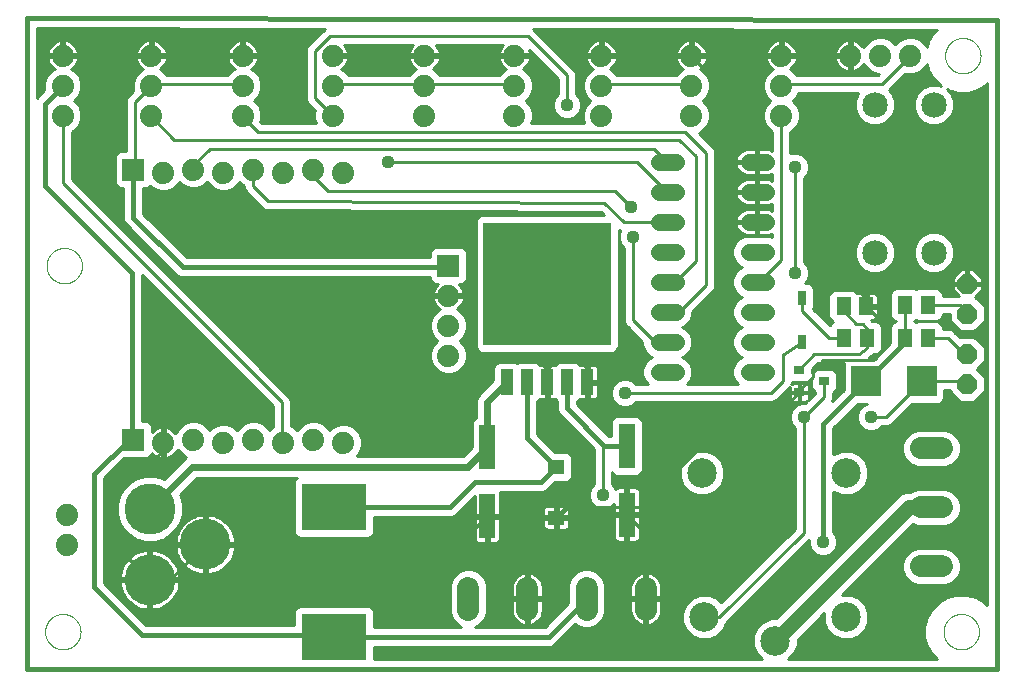
<source format=gtl>
G75*
%MOIN*%
%OFA0B0*%
%FSLAX25Y25*%
%IPPOS*%
%LPD*%
%AMOC8*
5,1,8,0,0,1.08239X$1,22.5*
%
%ADD10C,0.01600*%
%ADD11R,0.07400X0.07400*%
%ADD12C,0.07400*%
%ADD13R,0.05118X0.05906*%
%ADD14R,0.10000X0.10000*%
%ADD15R,0.03543X0.03150*%
%ADD16C,0.07300*%
%ADD17R,0.02756X0.04724*%
%ADD18C,0.00000*%
%ADD19OC8,0.06600*%
%ADD20C,0.05800*%
%ADD21C,0.08500*%
%ADD22C,0.09843*%
%ADD23R,0.05512X0.15110*%
%ADD24R,0.05787X0.05000*%
%ADD25R,0.42520X0.40984*%
%ADD26R,0.04200X0.08500*%
%ADD27C,0.17000*%
%ADD28R,0.21654X0.15748*%
%ADD29C,0.01000*%
%ADD30C,0.04400*%
%ADD31C,0.05000*%
%ADD32C,0.02400*%
D10*
X0034000Y0043800D02*
X0034000Y0260800D01*
X0357500Y0260300D01*
X0357500Y0043800D01*
X0034000Y0043800D01*
X0056500Y0071300D02*
X0072500Y0055300D01*
X0135846Y0055300D01*
X0136500Y0054646D01*
X0208004Y0054646D01*
X0220657Y0067300D01*
X0210500Y0094335D02*
X0213965Y0097800D01*
X0216465Y0100300D01*
X0216465Y0117835D01*
X0207500Y0126800D01*
X0207500Y0139500D01*
X0214200Y0139500D02*
X0214200Y0130700D01*
X0226550Y0118350D01*
X0226651Y0118249D01*
X0234000Y0118249D01*
X0210500Y0111265D02*
X0205535Y0106300D01*
X0183500Y0106300D01*
X0175154Y0097954D01*
X0136500Y0097954D01*
X0200800Y0120965D02*
X0210500Y0111265D01*
X0200800Y0120965D02*
X0200800Y0139500D01*
X0174000Y0177800D02*
X0174500Y0178300D01*
X0174000Y0177800D02*
X0086000Y0177800D01*
X0069500Y0194300D01*
X0069500Y0210300D01*
X0040000Y0204800D02*
X0040000Y0232300D01*
X0046000Y0238300D01*
X0040000Y0204800D02*
X0069000Y0175800D01*
X0069000Y0120800D01*
X0069500Y0120300D02*
X0068000Y0120300D01*
X0056500Y0108800D01*
X0056500Y0071300D01*
X0299500Y0086300D02*
X0299500Y0125550D01*
X0313750Y0139800D01*
X0326760Y0152810D01*
X0326760Y0154300D01*
D11*
X0174500Y0178300D03*
X0069500Y0210300D03*
X0069500Y0120300D03*
D12*
X0079500Y0119300D03*
X0089500Y0120300D03*
X0099500Y0119300D03*
X0109500Y0120300D03*
X0119500Y0119300D03*
X0129500Y0120300D03*
X0139500Y0119300D03*
X0174500Y0148300D03*
X0174500Y0158300D03*
X0174500Y0168300D03*
X0139500Y0209300D03*
X0129500Y0210300D03*
X0119500Y0209300D03*
X0109500Y0210300D03*
X0099500Y0209300D03*
X0089500Y0210300D03*
X0079500Y0209300D03*
X0075500Y0228300D03*
X0075500Y0238300D03*
X0075500Y0248300D03*
X0046000Y0248300D03*
X0046000Y0238300D03*
X0046000Y0228300D03*
X0106000Y0228300D03*
X0106000Y0238300D03*
X0106000Y0248300D03*
X0136000Y0248300D03*
X0136000Y0238300D03*
X0136000Y0228300D03*
X0166500Y0228300D03*
X0166500Y0238300D03*
X0166500Y0248300D03*
X0196500Y0248300D03*
X0196500Y0238300D03*
X0196500Y0228300D03*
X0225500Y0228300D03*
X0225500Y0238300D03*
X0225500Y0248300D03*
X0255500Y0248300D03*
X0255500Y0238300D03*
X0255500Y0228300D03*
X0285500Y0228300D03*
X0285500Y0238300D03*
X0285500Y0248300D03*
X0308500Y0248300D03*
X0318500Y0248300D03*
X0328500Y0248300D03*
X0047500Y0095300D03*
X0047500Y0085300D03*
D13*
X0306460Y0154300D03*
X0313940Y0154300D03*
X0326760Y0154300D03*
X0334240Y0154300D03*
X0334240Y0165300D03*
X0326760Y0165300D03*
X0313740Y0164800D03*
X0306260Y0164800D03*
D14*
X0313750Y0139800D03*
X0332250Y0139800D03*
D15*
X0299831Y0139800D03*
X0291563Y0143540D03*
X0291563Y0136060D03*
D16*
X0331929Y0117485D02*
X0339229Y0117485D01*
X0339229Y0097800D02*
X0331929Y0097800D01*
X0331929Y0078115D02*
X0339229Y0078115D01*
X0240343Y0070950D02*
X0240343Y0063650D01*
X0220657Y0063650D02*
X0220657Y0070950D01*
X0200843Y0070950D02*
X0200843Y0063650D01*
X0181157Y0063650D02*
X0181157Y0070950D01*
D17*
X0292500Y0153017D03*
X0292500Y0167583D03*
D18*
X0340094Y0248300D02*
X0340096Y0248453D01*
X0340102Y0248607D01*
X0340112Y0248760D01*
X0340126Y0248912D01*
X0340144Y0249065D01*
X0340166Y0249216D01*
X0340191Y0249367D01*
X0340221Y0249518D01*
X0340255Y0249668D01*
X0340292Y0249816D01*
X0340333Y0249964D01*
X0340378Y0250110D01*
X0340427Y0250256D01*
X0340480Y0250400D01*
X0340536Y0250542D01*
X0340596Y0250683D01*
X0340660Y0250823D01*
X0340727Y0250961D01*
X0340798Y0251097D01*
X0340873Y0251231D01*
X0340950Y0251363D01*
X0341032Y0251493D01*
X0341116Y0251621D01*
X0341204Y0251747D01*
X0341295Y0251870D01*
X0341389Y0251991D01*
X0341487Y0252109D01*
X0341587Y0252225D01*
X0341691Y0252338D01*
X0341797Y0252449D01*
X0341906Y0252557D01*
X0342018Y0252662D01*
X0342132Y0252763D01*
X0342250Y0252862D01*
X0342369Y0252958D01*
X0342491Y0253051D01*
X0342616Y0253140D01*
X0342743Y0253227D01*
X0342872Y0253309D01*
X0343003Y0253389D01*
X0343136Y0253465D01*
X0343271Y0253538D01*
X0343408Y0253607D01*
X0343547Y0253672D01*
X0343687Y0253734D01*
X0343829Y0253792D01*
X0343972Y0253847D01*
X0344117Y0253898D01*
X0344263Y0253945D01*
X0344410Y0253988D01*
X0344558Y0254027D01*
X0344707Y0254063D01*
X0344857Y0254094D01*
X0345008Y0254122D01*
X0345159Y0254146D01*
X0345312Y0254166D01*
X0345464Y0254182D01*
X0345617Y0254194D01*
X0345770Y0254202D01*
X0345923Y0254206D01*
X0346077Y0254206D01*
X0346230Y0254202D01*
X0346383Y0254194D01*
X0346536Y0254182D01*
X0346688Y0254166D01*
X0346841Y0254146D01*
X0346992Y0254122D01*
X0347143Y0254094D01*
X0347293Y0254063D01*
X0347442Y0254027D01*
X0347590Y0253988D01*
X0347737Y0253945D01*
X0347883Y0253898D01*
X0348028Y0253847D01*
X0348171Y0253792D01*
X0348313Y0253734D01*
X0348453Y0253672D01*
X0348592Y0253607D01*
X0348729Y0253538D01*
X0348864Y0253465D01*
X0348997Y0253389D01*
X0349128Y0253309D01*
X0349257Y0253227D01*
X0349384Y0253140D01*
X0349509Y0253051D01*
X0349631Y0252958D01*
X0349750Y0252862D01*
X0349868Y0252763D01*
X0349982Y0252662D01*
X0350094Y0252557D01*
X0350203Y0252449D01*
X0350309Y0252338D01*
X0350413Y0252225D01*
X0350513Y0252109D01*
X0350611Y0251991D01*
X0350705Y0251870D01*
X0350796Y0251747D01*
X0350884Y0251621D01*
X0350968Y0251493D01*
X0351050Y0251363D01*
X0351127Y0251231D01*
X0351202Y0251097D01*
X0351273Y0250961D01*
X0351340Y0250823D01*
X0351404Y0250683D01*
X0351464Y0250542D01*
X0351520Y0250400D01*
X0351573Y0250256D01*
X0351622Y0250110D01*
X0351667Y0249964D01*
X0351708Y0249816D01*
X0351745Y0249668D01*
X0351779Y0249518D01*
X0351809Y0249367D01*
X0351834Y0249216D01*
X0351856Y0249065D01*
X0351874Y0248912D01*
X0351888Y0248760D01*
X0351898Y0248607D01*
X0351904Y0248453D01*
X0351906Y0248300D01*
X0351904Y0248147D01*
X0351898Y0247993D01*
X0351888Y0247840D01*
X0351874Y0247688D01*
X0351856Y0247535D01*
X0351834Y0247384D01*
X0351809Y0247233D01*
X0351779Y0247082D01*
X0351745Y0246932D01*
X0351708Y0246784D01*
X0351667Y0246636D01*
X0351622Y0246490D01*
X0351573Y0246344D01*
X0351520Y0246200D01*
X0351464Y0246058D01*
X0351404Y0245917D01*
X0351340Y0245777D01*
X0351273Y0245639D01*
X0351202Y0245503D01*
X0351127Y0245369D01*
X0351050Y0245237D01*
X0350968Y0245107D01*
X0350884Y0244979D01*
X0350796Y0244853D01*
X0350705Y0244730D01*
X0350611Y0244609D01*
X0350513Y0244491D01*
X0350413Y0244375D01*
X0350309Y0244262D01*
X0350203Y0244151D01*
X0350094Y0244043D01*
X0349982Y0243938D01*
X0349868Y0243837D01*
X0349750Y0243738D01*
X0349631Y0243642D01*
X0349509Y0243549D01*
X0349384Y0243460D01*
X0349257Y0243373D01*
X0349128Y0243291D01*
X0348997Y0243211D01*
X0348864Y0243135D01*
X0348729Y0243062D01*
X0348592Y0242993D01*
X0348453Y0242928D01*
X0348313Y0242866D01*
X0348171Y0242808D01*
X0348028Y0242753D01*
X0347883Y0242702D01*
X0347737Y0242655D01*
X0347590Y0242612D01*
X0347442Y0242573D01*
X0347293Y0242537D01*
X0347143Y0242506D01*
X0346992Y0242478D01*
X0346841Y0242454D01*
X0346688Y0242434D01*
X0346536Y0242418D01*
X0346383Y0242406D01*
X0346230Y0242398D01*
X0346077Y0242394D01*
X0345923Y0242394D01*
X0345770Y0242398D01*
X0345617Y0242406D01*
X0345464Y0242418D01*
X0345312Y0242434D01*
X0345159Y0242454D01*
X0345008Y0242478D01*
X0344857Y0242506D01*
X0344707Y0242537D01*
X0344558Y0242573D01*
X0344410Y0242612D01*
X0344263Y0242655D01*
X0344117Y0242702D01*
X0343972Y0242753D01*
X0343829Y0242808D01*
X0343687Y0242866D01*
X0343547Y0242928D01*
X0343408Y0242993D01*
X0343271Y0243062D01*
X0343136Y0243135D01*
X0343003Y0243211D01*
X0342872Y0243291D01*
X0342743Y0243373D01*
X0342616Y0243460D01*
X0342491Y0243549D01*
X0342369Y0243642D01*
X0342250Y0243738D01*
X0342132Y0243837D01*
X0342018Y0243938D01*
X0341906Y0244043D01*
X0341797Y0244151D01*
X0341691Y0244262D01*
X0341587Y0244375D01*
X0341487Y0244491D01*
X0341389Y0244609D01*
X0341295Y0244730D01*
X0341204Y0244853D01*
X0341116Y0244979D01*
X0341032Y0245107D01*
X0340950Y0245237D01*
X0340873Y0245369D01*
X0340798Y0245503D01*
X0340727Y0245639D01*
X0340660Y0245777D01*
X0340596Y0245917D01*
X0340536Y0246058D01*
X0340480Y0246200D01*
X0340427Y0246344D01*
X0340378Y0246490D01*
X0340333Y0246636D01*
X0340292Y0246784D01*
X0340255Y0246932D01*
X0340221Y0247082D01*
X0340191Y0247233D01*
X0340166Y0247384D01*
X0340144Y0247535D01*
X0340126Y0247688D01*
X0340112Y0247840D01*
X0340102Y0247993D01*
X0340096Y0248147D01*
X0340094Y0248300D01*
X0339594Y0056300D02*
X0339596Y0056453D01*
X0339602Y0056607D01*
X0339612Y0056760D01*
X0339626Y0056912D01*
X0339644Y0057065D01*
X0339666Y0057216D01*
X0339691Y0057367D01*
X0339721Y0057518D01*
X0339755Y0057668D01*
X0339792Y0057816D01*
X0339833Y0057964D01*
X0339878Y0058110D01*
X0339927Y0058256D01*
X0339980Y0058400D01*
X0340036Y0058542D01*
X0340096Y0058683D01*
X0340160Y0058823D01*
X0340227Y0058961D01*
X0340298Y0059097D01*
X0340373Y0059231D01*
X0340450Y0059363D01*
X0340532Y0059493D01*
X0340616Y0059621D01*
X0340704Y0059747D01*
X0340795Y0059870D01*
X0340889Y0059991D01*
X0340987Y0060109D01*
X0341087Y0060225D01*
X0341191Y0060338D01*
X0341297Y0060449D01*
X0341406Y0060557D01*
X0341518Y0060662D01*
X0341632Y0060763D01*
X0341750Y0060862D01*
X0341869Y0060958D01*
X0341991Y0061051D01*
X0342116Y0061140D01*
X0342243Y0061227D01*
X0342372Y0061309D01*
X0342503Y0061389D01*
X0342636Y0061465D01*
X0342771Y0061538D01*
X0342908Y0061607D01*
X0343047Y0061672D01*
X0343187Y0061734D01*
X0343329Y0061792D01*
X0343472Y0061847D01*
X0343617Y0061898D01*
X0343763Y0061945D01*
X0343910Y0061988D01*
X0344058Y0062027D01*
X0344207Y0062063D01*
X0344357Y0062094D01*
X0344508Y0062122D01*
X0344659Y0062146D01*
X0344812Y0062166D01*
X0344964Y0062182D01*
X0345117Y0062194D01*
X0345270Y0062202D01*
X0345423Y0062206D01*
X0345577Y0062206D01*
X0345730Y0062202D01*
X0345883Y0062194D01*
X0346036Y0062182D01*
X0346188Y0062166D01*
X0346341Y0062146D01*
X0346492Y0062122D01*
X0346643Y0062094D01*
X0346793Y0062063D01*
X0346942Y0062027D01*
X0347090Y0061988D01*
X0347237Y0061945D01*
X0347383Y0061898D01*
X0347528Y0061847D01*
X0347671Y0061792D01*
X0347813Y0061734D01*
X0347953Y0061672D01*
X0348092Y0061607D01*
X0348229Y0061538D01*
X0348364Y0061465D01*
X0348497Y0061389D01*
X0348628Y0061309D01*
X0348757Y0061227D01*
X0348884Y0061140D01*
X0349009Y0061051D01*
X0349131Y0060958D01*
X0349250Y0060862D01*
X0349368Y0060763D01*
X0349482Y0060662D01*
X0349594Y0060557D01*
X0349703Y0060449D01*
X0349809Y0060338D01*
X0349913Y0060225D01*
X0350013Y0060109D01*
X0350111Y0059991D01*
X0350205Y0059870D01*
X0350296Y0059747D01*
X0350384Y0059621D01*
X0350468Y0059493D01*
X0350550Y0059363D01*
X0350627Y0059231D01*
X0350702Y0059097D01*
X0350773Y0058961D01*
X0350840Y0058823D01*
X0350904Y0058683D01*
X0350964Y0058542D01*
X0351020Y0058400D01*
X0351073Y0058256D01*
X0351122Y0058110D01*
X0351167Y0057964D01*
X0351208Y0057816D01*
X0351245Y0057668D01*
X0351279Y0057518D01*
X0351309Y0057367D01*
X0351334Y0057216D01*
X0351356Y0057065D01*
X0351374Y0056912D01*
X0351388Y0056760D01*
X0351398Y0056607D01*
X0351404Y0056453D01*
X0351406Y0056300D01*
X0351404Y0056147D01*
X0351398Y0055993D01*
X0351388Y0055840D01*
X0351374Y0055688D01*
X0351356Y0055535D01*
X0351334Y0055384D01*
X0351309Y0055233D01*
X0351279Y0055082D01*
X0351245Y0054932D01*
X0351208Y0054784D01*
X0351167Y0054636D01*
X0351122Y0054490D01*
X0351073Y0054344D01*
X0351020Y0054200D01*
X0350964Y0054058D01*
X0350904Y0053917D01*
X0350840Y0053777D01*
X0350773Y0053639D01*
X0350702Y0053503D01*
X0350627Y0053369D01*
X0350550Y0053237D01*
X0350468Y0053107D01*
X0350384Y0052979D01*
X0350296Y0052853D01*
X0350205Y0052730D01*
X0350111Y0052609D01*
X0350013Y0052491D01*
X0349913Y0052375D01*
X0349809Y0052262D01*
X0349703Y0052151D01*
X0349594Y0052043D01*
X0349482Y0051938D01*
X0349368Y0051837D01*
X0349250Y0051738D01*
X0349131Y0051642D01*
X0349009Y0051549D01*
X0348884Y0051460D01*
X0348757Y0051373D01*
X0348628Y0051291D01*
X0348497Y0051211D01*
X0348364Y0051135D01*
X0348229Y0051062D01*
X0348092Y0050993D01*
X0347953Y0050928D01*
X0347813Y0050866D01*
X0347671Y0050808D01*
X0347528Y0050753D01*
X0347383Y0050702D01*
X0347237Y0050655D01*
X0347090Y0050612D01*
X0346942Y0050573D01*
X0346793Y0050537D01*
X0346643Y0050506D01*
X0346492Y0050478D01*
X0346341Y0050454D01*
X0346188Y0050434D01*
X0346036Y0050418D01*
X0345883Y0050406D01*
X0345730Y0050398D01*
X0345577Y0050394D01*
X0345423Y0050394D01*
X0345270Y0050398D01*
X0345117Y0050406D01*
X0344964Y0050418D01*
X0344812Y0050434D01*
X0344659Y0050454D01*
X0344508Y0050478D01*
X0344357Y0050506D01*
X0344207Y0050537D01*
X0344058Y0050573D01*
X0343910Y0050612D01*
X0343763Y0050655D01*
X0343617Y0050702D01*
X0343472Y0050753D01*
X0343329Y0050808D01*
X0343187Y0050866D01*
X0343047Y0050928D01*
X0342908Y0050993D01*
X0342771Y0051062D01*
X0342636Y0051135D01*
X0342503Y0051211D01*
X0342372Y0051291D01*
X0342243Y0051373D01*
X0342116Y0051460D01*
X0341991Y0051549D01*
X0341869Y0051642D01*
X0341750Y0051738D01*
X0341632Y0051837D01*
X0341518Y0051938D01*
X0341406Y0052043D01*
X0341297Y0052151D01*
X0341191Y0052262D01*
X0341087Y0052375D01*
X0340987Y0052491D01*
X0340889Y0052609D01*
X0340795Y0052730D01*
X0340704Y0052853D01*
X0340616Y0052979D01*
X0340532Y0053107D01*
X0340450Y0053237D01*
X0340373Y0053369D01*
X0340298Y0053503D01*
X0340227Y0053639D01*
X0340160Y0053777D01*
X0340096Y0053917D01*
X0340036Y0054058D01*
X0339980Y0054200D01*
X0339927Y0054344D01*
X0339878Y0054490D01*
X0339833Y0054636D01*
X0339792Y0054784D01*
X0339755Y0054932D01*
X0339721Y0055082D01*
X0339691Y0055233D01*
X0339666Y0055384D01*
X0339644Y0055535D01*
X0339626Y0055688D01*
X0339612Y0055840D01*
X0339602Y0055993D01*
X0339596Y0056147D01*
X0339594Y0056300D01*
X0040094Y0056300D02*
X0040096Y0056453D01*
X0040102Y0056607D01*
X0040112Y0056760D01*
X0040126Y0056912D01*
X0040144Y0057065D01*
X0040166Y0057216D01*
X0040191Y0057367D01*
X0040221Y0057518D01*
X0040255Y0057668D01*
X0040292Y0057816D01*
X0040333Y0057964D01*
X0040378Y0058110D01*
X0040427Y0058256D01*
X0040480Y0058400D01*
X0040536Y0058542D01*
X0040596Y0058683D01*
X0040660Y0058823D01*
X0040727Y0058961D01*
X0040798Y0059097D01*
X0040873Y0059231D01*
X0040950Y0059363D01*
X0041032Y0059493D01*
X0041116Y0059621D01*
X0041204Y0059747D01*
X0041295Y0059870D01*
X0041389Y0059991D01*
X0041487Y0060109D01*
X0041587Y0060225D01*
X0041691Y0060338D01*
X0041797Y0060449D01*
X0041906Y0060557D01*
X0042018Y0060662D01*
X0042132Y0060763D01*
X0042250Y0060862D01*
X0042369Y0060958D01*
X0042491Y0061051D01*
X0042616Y0061140D01*
X0042743Y0061227D01*
X0042872Y0061309D01*
X0043003Y0061389D01*
X0043136Y0061465D01*
X0043271Y0061538D01*
X0043408Y0061607D01*
X0043547Y0061672D01*
X0043687Y0061734D01*
X0043829Y0061792D01*
X0043972Y0061847D01*
X0044117Y0061898D01*
X0044263Y0061945D01*
X0044410Y0061988D01*
X0044558Y0062027D01*
X0044707Y0062063D01*
X0044857Y0062094D01*
X0045008Y0062122D01*
X0045159Y0062146D01*
X0045312Y0062166D01*
X0045464Y0062182D01*
X0045617Y0062194D01*
X0045770Y0062202D01*
X0045923Y0062206D01*
X0046077Y0062206D01*
X0046230Y0062202D01*
X0046383Y0062194D01*
X0046536Y0062182D01*
X0046688Y0062166D01*
X0046841Y0062146D01*
X0046992Y0062122D01*
X0047143Y0062094D01*
X0047293Y0062063D01*
X0047442Y0062027D01*
X0047590Y0061988D01*
X0047737Y0061945D01*
X0047883Y0061898D01*
X0048028Y0061847D01*
X0048171Y0061792D01*
X0048313Y0061734D01*
X0048453Y0061672D01*
X0048592Y0061607D01*
X0048729Y0061538D01*
X0048864Y0061465D01*
X0048997Y0061389D01*
X0049128Y0061309D01*
X0049257Y0061227D01*
X0049384Y0061140D01*
X0049509Y0061051D01*
X0049631Y0060958D01*
X0049750Y0060862D01*
X0049868Y0060763D01*
X0049982Y0060662D01*
X0050094Y0060557D01*
X0050203Y0060449D01*
X0050309Y0060338D01*
X0050413Y0060225D01*
X0050513Y0060109D01*
X0050611Y0059991D01*
X0050705Y0059870D01*
X0050796Y0059747D01*
X0050884Y0059621D01*
X0050968Y0059493D01*
X0051050Y0059363D01*
X0051127Y0059231D01*
X0051202Y0059097D01*
X0051273Y0058961D01*
X0051340Y0058823D01*
X0051404Y0058683D01*
X0051464Y0058542D01*
X0051520Y0058400D01*
X0051573Y0058256D01*
X0051622Y0058110D01*
X0051667Y0057964D01*
X0051708Y0057816D01*
X0051745Y0057668D01*
X0051779Y0057518D01*
X0051809Y0057367D01*
X0051834Y0057216D01*
X0051856Y0057065D01*
X0051874Y0056912D01*
X0051888Y0056760D01*
X0051898Y0056607D01*
X0051904Y0056453D01*
X0051906Y0056300D01*
X0051904Y0056147D01*
X0051898Y0055993D01*
X0051888Y0055840D01*
X0051874Y0055688D01*
X0051856Y0055535D01*
X0051834Y0055384D01*
X0051809Y0055233D01*
X0051779Y0055082D01*
X0051745Y0054932D01*
X0051708Y0054784D01*
X0051667Y0054636D01*
X0051622Y0054490D01*
X0051573Y0054344D01*
X0051520Y0054200D01*
X0051464Y0054058D01*
X0051404Y0053917D01*
X0051340Y0053777D01*
X0051273Y0053639D01*
X0051202Y0053503D01*
X0051127Y0053369D01*
X0051050Y0053237D01*
X0050968Y0053107D01*
X0050884Y0052979D01*
X0050796Y0052853D01*
X0050705Y0052730D01*
X0050611Y0052609D01*
X0050513Y0052491D01*
X0050413Y0052375D01*
X0050309Y0052262D01*
X0050203Y0052151D01*
X0050094Y0052043D01*
X0049982Y0051938D01*
X0049868Y0051837D01*
X0049750Y0051738D01*
X0049631Y0051642D01*
X0049509Y0051549D01*
X0049384Y0051460D01*
X0049257Y0051373D01*
X0049128Y0051291D01*
X0048997Y0051211D01*
X0048864Y0051135D01*
X0048729Y0051062D01*
X0048592Y0050993D01*
X0048453Y0050928D01*
X0048313Y0050866D01*
X0048171Y0050808D01*
X0048028Y0050753D01*
X0047883Y0050702D01*
X0047737Y0050655D01*
X0047590Y0050612D01*
X0047442Y0050573D01*
X0047293Y0050537D01*
X0047143Y0050506D01*
X0046992Y0050478D01*
X0046841Y0050454D01*
X0046688Y0050434D01*
X0046536Y0050418D01*
X0046383Y0050406D01*
X0046230Y0050398D01*
X0046077Y0050394D01*
X0045923Y0050394D01*
X0045770Y0050398D01*
X0045617Y0050406D01*
X0045464Y0050418D01*
X0045312Y0050434D01*
X0045159Y0050454D01*
X0045008Y0050478D01*
X0044857Y0050506D01*
X0044707Y0050537D01*
X0044558Y0050573D01*
X0044410Y0050612D01*
X0044263Y0050655D01*
X0044117Y0050702D01*
X0043972Y0050753D01*
X0043829Y0050808D01*
X0043687Y0050866D01*
X0043547Y0050928D01*
X0043408Y0050993D01*
X0043271Y0051062D01*
X0043136Y0051135D01*
X0043003Y0051211D01*
X0042872Y0051291D01*
X0042743Y0051373D01*
X0042616Y0051460D01*
X0042491Y0051549D01*
X0042369Y0051642D01*
X0042250Y0051738D01*
X0042132Y0051837D01*
X0042018Y0051938D01*
X0041906Y0052043D01*
X0041797Y0052151D01*
X0041691Y0052262D01*
X0041587Y0052375D01*
X0041487Y0052491D01*
X0041389Y0052609D01*
X0041295Y0052730D01*
X0041204Y0052853D01*
X0041116Y0052979D01*
X0041032Y0053107D01*
X0040950Y0053237D01*
X0040873Y0053369D01*
X0040798Y0053503D01*
X0040727Y0053639D01*
X0040660Y0053777D01*
X0040596Y0053917D01*
X0040536Y0054058D01*
X0040480Y0054200D01*
X0040427Y0054344D01*
X0040378Y0054490D01*
X0040333Y0054636D01*
X0040292Y0054784D01*
X0040255Y0054932D01*
X0040221Y0055082D01*
X0040191Y0055233D01*
X0040166Y0055384D01*
X0040144Y0055535D01*
X0040126Y0055688D01*
X0040112Y0055840D01*
X0040102Y0055993D01*
X0040096Y0056147D01*
X0040094Y0056300D01*
X0040594Y0178300D02*
X0040596Y0178453D01*
X0040602Y0178607D01*
X0040612Y0178760D01*
X0040626Y0178912D01*
X0040644Y0179065D01*
X0040666Y0179216D01*
X0040691Y0179367D01*
X0040721Y0179518D01*
X0040755Y0179668D01*
X0040792Y0179816D01*
X0040833Y0179964D01*
X0040878Y0180110D01*
X0040927Y0180256D01*
X0040980Y0180400D01*
X0041036Y0180542D01*
X0041096Y0180683D01*
X0041160Y0180823D01*
X0041227Y0180961D01*
X0041298Y0181097D01*
X0041373Y0181231D01*
X0041450Y0181363D01*
X0041532Y0181493D01*
X0041616Y0181621D01*
X0041704Y0181747D01*
X0041795Y0181870D01*
X0041889Y0181991D01*
X0041987Y0182109D01*
X0042087Y0182225D01*
X0042191Y0182338D01*
X0042297Y0182449D01*
X0042406Y0182557D01*
X0042518Y0182662D01*
X0042632Y0182763D01*
X0042750Y0182862D01*
X0042869Y0182958D01*
X0042991Y0183051D01*
X0043116Y0183140D01*
X0043243Y0183227D01*
X0043372Y0183309D01*
X0043503Y0183389D01*
X0043636Y0183465D01*
X0043771Y0183538D01*
X0043908Y0183607D01*
X0044047Y0183672D01*
X0044187Y0183734D01*
X0044329Y0183792D01*
X0044472Y0183847D01*
X0044617Y0183898D01*
X0044763Y0183945D01*
X0044910Y0183988D01*
X0045058Y0184027D01*
X0045207Y0184063D01*
X0045357Y0184094D01*
X0045508Y0184122D01*
X0045659Y0184146D01*
X0045812Y0184166D01*
X0045964Y0184182D01*
X0046117Y0184194D01*
X0046270Y0184202D01*
X0046423Y0184206D01*
X0046577Y0184206D01*
X0046730Y0184202D01*
X0046883Y0184194D01*
X0047036Y0184182D01*
X0047188Y0184166D01*
X0047341Y0184146D01*
X0047492Y0184122D01*
X0047643Y0184094D01*
X0047793Y0184063D01*
X0047942Y0184027D01*
X0048090Y0183988D01*
X0048237Y0183945D01*
X0048383Y0183898D01*
X0048528Y0183847D01*
X0048671Y0183792D01*
X0048813Y0183734D01*
X0048953Y0183672D01*
X0049092Y0183607D01*
X0049229Y0183538D01*
X0049364Y0183465D01*
X0049497Y0183389D01*
X0049628Y0183309D01*
X0049757Y0183227D01*
X0049884Y0183140D01*
X0050009Y0183051D01*
X0050131Y0182958D01*
X0050250Y0182862D01*
X0050368Y0182763D01*
X0050482Y0182662D01*
X0050594Y0182557D01*
X0050703Y0182449D01*
X0050809Y0182338D01*
X0050913Y0182225D01*
X0051013Y0182109D01*
X0051111Y0181991D01*
X0051205Y0181870D01*
X0051296Y0181747D01*
X0051384Y0181621D01*
X0051468Y0181493D01*
X0051550Y0181363D01*
X0051627Y0181231D01*
X0051702Y0181097D01*
X0051773Y0180961D01*
X0051840Y0180823D01*
X0051904Y0180683D01*
X0051964Y0180542D01*
X0052020Y0180400D01*
X0052073Y0180256D01*
X0052122Y0180110D01*
X0052167Y0179964D01*
X0052208Y0179816D01*
X0052245Y0179668D01*
X0052279Y0179518D01*
X0052309Y0179367D01*
X0052334Y0179216D01*
X0052356Y0179065D01*
X0052374Y0178912D01*
X0052388Y0178760D01*
X0052398Y0178607D01*
X0052404Y0178453D01*
X0052406Y0178300D01*
X0052404Y0178147D01*
X0052398Y0177993D01*
X0052388Y0177840D01*
X0052374Y0177688D01*
X0052356Y0177535D01*
X0052334Y0177384D01*
X0052309Y0177233D01*
X0052279Y0177082D01*
X0052245Y0176932D01*
X0052208Y0176784D01*
X0052167Y0176636D01*
X0052122Y0176490D01*
X0052073Y0176344D01*
X0052020Y0176200D01*
X0051964Y0176058D01*
X0051904Y0175917D01*
X0051840Y0175777D01*
X0051773Y0175639D01*
X0051702Y0175503D01*
X0051627Y0175369D01*
X0051550Y0175237D01*
X0051468Y0175107D01*
X0051384Y0174979D01*
X0051296Y0174853D01*
X0051205Y0174730D01*
X0051111Y0174609D01*
X0051013Y0174491D01*
X0050913Y0174375D01*
X0050809Y0174262D01*
X0050703Y0174151D01*
X0050594Y0174043D01*
X0050482Y0173938D01*
X0050368Y0173837D01*
X0050250Y0173738D01*
X0050131Y0173642D01*
X0050009Y0173549D01*
X0049884Y0173460D01*
X0049757Y0173373D01*
X0049628Y0173291D01*
X0049497Y0173211D01*
X0049364Y0173135D01*
X0049229Y0173062D01*
X0049092Y0172993D01*
X0048953Y0172928D01*
X0048813Y0172866D01*
X0048671Y0172808D01*
X0048528Y0172753D01*
X0048383Y0172702D01*
X0048237Y0172655D01*
X0048090Y0172612D01*
X0047942Y0172573D01*
X0047793Y0172537D01*
X0047643Y0172506D01*
X0047492Y0172478D01*
X0047341Y0172454D01*
X0047188Y0172434D01*
X0047036Y0172418D01*
X0046883Y0172406D01*
X0046730Y0172398D01*
X0046577Y0172394D01*
X0046423Y0172394D01*
X0046270Y0172398D01*
X0046117Y0172406D01*
X0045964Y0172418D01*
X0045812Y0172434D01*
X0045659Y0172454D01*
X0045508Y0172478D01*
X0045357Y0172506D01*
X0045207Y0172537D01*
X0045058Y0172573D01*
X0044910Y0172612D01*
X0044763Y0172655D01*
X0044617Y0172702D01*
X0044472Y0172753D01*
X0044329Y0172808D01*
X0044187Y0172866D01*
X0044047Y0172928D01*
X0043908Y0172993D01*
X0043771Y0173062D01*
X0043636Y0173135D01*
X0043503Y0173211D01*
X0043372Y0173291D01*
X0043243Y0173373D01*
X0043116Y0173460D01*
X0042991Y0173549D01*
X0042869Y0173642D01*
X0042750Y0173738D01*
X0042632Y0173837D01*
X0042518Y0173938D01*
X0042406Y0174043D01*
X0042297Y0174151D01*
X0042191Y0174262D01*
X0042087Y0174375D01*
X0041987Y0174491D01*
X0041889Y0174609D01*
X0041795Y0174730D01*
X0041704Y0174853D01*
X0041616Y0174979D01*
X0041532Y0175107D01*
X0041450Y0175237D01*
X0041373Y0175369D01*
X0041298Y0175503D01*
X0041227Y0175639D01*
X0041160Y0175777D01*
X0041096Y0175917D01*
X0041036Y0176058D01*
X0040980Y0176200D01*
X0040927Y0176344D01*
X0040878Y0176490D01*
X0040833Y0176636D01*
X0040792Y0176784D01*
X0040755Y0176932D01*
X0040721Y0177082D01*
X0040691Y0177233D01*
X0040666Y0177384D01*
X0040644Y0177535D01*
X0040626Y0177688D01*
X0040612Y0177840D01*
X0040602Y0177993D01*
X0040596Y0178147D01*
X0040594Y0178300D01*
D19*
X0347500Y0172300D03*
X0347500Y0162300D03*
X0347500Y0148800D03*
X0347500Y0138800D03*
D20*
X0280400Y0142800D02*
X0274600Y0142800D01*
X0274600Y0152800D02*
X0280400Y0152800D01*
X0280400Y0162800D02*
X0274600Y0162800D01*
X0274600Y0172800D02*
X0280400Y0172800D01*
X0280400Y0182800D02*
X0274600Y0182800D01*
X0274600Y0192800D02*
X0280400Y0192800D01*
X0280400Y0202800D02*
X0274600Y0202800D01*
X0274600Y0212800D02*
X0280400Y0212800D01*
X0250400Y0212800D02*
X0244600Y0212800D01*
X0244600Y0202800D02*
X0250400Y0202800D01*
X0250400Y0192800D02*
X0244600Y0192800D01*
X0244600Y0182800D02*
X0250400Y0182800D01*
X0250400Y0172800D02*
X0244600Y0172800D01*
X0244600Y0162800D02*
X0250400Y0162800D01*
X0250400Y0152800D02*
X0244600Y0152800D01*
X0244600Y0142800D02*
X0250400Y0142800D01*
D21*
X0316657Y0182694D03*
X0336343Y0182694D03*
X0336343Y0231906D03*
X0316657Y0231906D03*
D22*
X0307122Y0109206D03*
X0259091Y0109206D03*
X0259878Y0061174D03*
X0283500Y0053300D03*
X0307122Y0061174D03*
D23*
X0234000Y0095351D03*
X0234000Y0118249D03*
X0187500Y0117749D03*
X0187500Y0094851D03*
D24*
X0210500Y0094335D03*
X0210500Y0111265D03*
D25*
X0207500Y0172300D03*
D26*
X0207500Y0139500D03*
X0214200Y0139500D03*
X0220900Y0139500D03*
X0200800Y0139500D03*
X0194100Y0139500D03*
D27*
X0093504Y0085426D03*
X0075000Y0097237D03*
X0075000Y0073615D03*
D28*
X0136500Y0054646D03*
X0136500Y0097954D03*
D29*
X0149827Y0094654D02*
X0149827Y0089582D01*
X0149446Y0088663D01*
X0148743Y0087960D01*
X0147824Y0087580D01*
X0125176Y0087580D01*
X0124257Y0087960D01*
X0123554Y0088663D01*
X0123173Y0089582D01*
X0123173Y0106325D01*
X0123554Y0107244D01*
X0123910Y0107600D01*
X0090596Y0107600D01*
X0084968Y0101972D01*
X0085250Y0101483D01*
X0086000Y0098685D01*
X0086000Y0095789D01*
X0085250Y0092991D01*
X0083802Y0090483D01*
X0081754Y0088435D01*
X0079246Y0086987D01*
X0076448Y0086237D01*
X0073552Y0086237D01*
X0070754Y0086987D01*
X0068246Y0088435D01*
X0066198Y0090483D01*
X0064750Y0092991D01*
X0064000Y0095789D01*
X0064000Y0098685D01*
X0064750Y0101483D01*
X0066198Y0103991D01*
X0068246Y0106039D01*
X0070754Y0107487D01*
X0073552Y0108237D01*
X0076448Y0108237D01*
X0079246Y0107487D01*
X0079735Y0107205D01*
X0086967Y0114437D01*
X0087211Y0114538D01*
X0085988Y0115044D01*
X0084244Y0116788D01*
X0084160Y0116991D01*
X0083947Y0116575D01*
X0083466Y0115912D01*
X0082888Y0115334D01*
X0082225Y0114853D01*
X0081496Y0114481D01*
X0080718Y0114228D01*
X0080000Y0114114D01*
X0080000Y0118800D01*
X0079000Y0118800D01*
X0079000Y0114114D01*
X0078282Y0114228D01*
X0077504Y0114481D01*
X0076775Y0114853D01*
X0076112Y0115334D01*
X0075596Y0115851D01*
X0075319Y0115184D01*
X0074616Y0114481D01*
X0073697Y0114100D01*
X0066467Y0114100D01*
X0059800Y0107433D01*
X0059800Y0072667D01*
X0073867Y0058600D01*
X0123173Y0058600D01*
X0123173Y0063018D01*
X0123554Y0063937D01*
X0124257Y0064640D01*
X0125176Y0065020D01*
X0147824Y0065020D01*
X0148743Y0064640D01*
X0149446Y0063937D01*
X0149827Y0063018D01*
X0149827Y0057946D01*
X0178856Y0057946D01*
X0177674Y0058436D01*
X0175944Y0060166D01*
X0175007Y0062427D01*
X0175007Y0072173D01*
X0175944Y0074434D01*
X0177674Y0076164D01*
X0179934Y0077100D01*
X0182381Y0077100D01*
X0184641Y0076164D01*
X0186371Y0074434D01*
X0187307Y0072173D01*
X0187307Y0062427D01*
X0186371Y0060166D01*
X0184641Y0058436D01*
X0183459Y0057946D01*
X0206637Y0057946D01*
X0214507Y0065817D01*
X0214507Y0072173D01*
X0215444Y0074434D01*
X0217174Y0076164D01*
X0219434Y0077100D01*
X0221881Y0077100D01*
X0224141Y0076164D01*
X0225871Y0074434D01*
X0226807Y0072173D01*
X0226807Y0062427D01*
X0225871Y0060166D01*
X0224141Y0058436D01*
X0221881Y0057500D01*
X0219434Y0057500D01*
X0217174Y0058436D01*
X0216817Y0058793D01*
X0209873Y0051849D01*
X0208660Y0051346D01*
X0149827Y0051346D01*
X0149827Y0047100D01*
X0279205Y0047100D01*
X0277209Y0049096D01*
X0276079Y0051824D01*
X0276079Y0054776D01*
X0277209Y0057504D01*
X0279296Y0059591D01*
X0282024Y0060721D01*
X0283850Y0060721D01*
X0325168Y0102039D01*
X0327005Y0102800D01*
X0328231Y0102800D01*
X0328445Y0103014D01*
X0330705Y0103950D01*
X0340452Y0103950D01*
X0342712Y0103014D01*
X0344442Y0101284D01*
X0345379Y0099023D01*
X0345379Y0096577D01*
X0344442Y0094316D01*
X0342712Y0092586D01*
X0340452Y0091650D01*
X0330705Y0091650D01*
X0329444Y0092173D01*
X0305866Y0068595D01*
X0308598Y0068595D01*
X0311326Y0067465D01*
X0313413Y0065378D01*
X0314543Y0062650D01*
X0314543Y0059698D01*
X0313413Y0056970D01*
X0311326Y0054883D01*
X0308598Y0053753D01*
X0305646Y0053753D01*
X0302918Y0054883D01*
X0300831Y0056970D01*
X0299701Y0059698D01*
X0299701Y0062430D01*
X0290921Y0053650D01*
X0290921Y0051824D01*
X0289791Y0049096D01*
X0287795Y0047100D01*
X0337245Y0047100D01*
X0335624Y0048722D01*
X0333999Y0051536D01*
X0333157Y0054675D01*
X0333157Y0057925D01*
X0333999Y0061064D01*
X0335624Y0063878D01*
X0337922Y0066176D01*
X0340736Y0067801D01*
X0343875Y0068643D01*
X0347125Y0068643D01*
X0350264Y0067801D01*
X0353078Y0066176D01*
X0354200Y0065055D01*
X0354200Y0239045D01*
X0353578Y0238424D01*
X0350764Y0236799D01*
X0347625Y0235957D01*
X0344375Y0235957D01*
X0341236Y0236799D01*
X0340669Y0237126D01*
X0342065Y0235730D01*
X0343093Y0233249D01*
X0343093Y0230564D01*
X0342065Y0228083D01*
X0340166Y0226184D01*
X0337685Y0225156D01*
X0335000Y0225156D01*
X0332519Y0226184D01*
X0330620Y0228083D01*
X0329593Y0230564D01*
X0329593Y0233249D01*
X0330620Y0235730D01*
X0332519Y0237629D01*
X0335000Y0238656D01*
X0337685Y0238656D01*
X0338864Y0238168D01*
X0338422Y0238424D01*
X0336124Y0240722D01*
X0334499Y0243536D01*
X0334003Y0245385D01*
X0333756Y0244788D01*
X0332012Y0243044D01*
X0329733Y0242100D01*
X0327267Y0242100D01*
X0326755Y0242312D01*
X0321276Y0236834D01*
X0322380Y0235730D01*
X0323407Y0233249D01*
X0323407Y0230564D01*
X0322380Y0228083D01*
X0320481Y0226184D01*
X0318000Y0225156D01*
X0315315Y0225156D01*
X0312834Y0226184D01*
X0310935Y0228083D01*
X0309907Y0230564D01*
X0309907Y0233249D01*
X0310935Y0235730D01*
X0311005Y0235800D01*
X0291175Y0235800D01*
X0290756Y0234788D01*
X0289268Y0233300D01*
X0290756Y0231812D01*
X0291700Y0229533D01*
X0291700Y0227067D01*
X0290756Y0224788D01*
X0289012Y0223044D01*
X0288500Y0222832D01*
X0288500Y0215766D01*
X0289065Y0216000D01*
X0290935Y0216000D01*
X0292662Y0215284D01*
X0293984Y0213962D01*
X0294700Y0212235D01*
X0294700Y0210365D01*
X0293984Y0208638D01*
X0293000Y0207653D01*
X0293000Y0179447D01*
X0293984Y0178462D01*
X0294700Y0176735D01*
X0294700Y0174865D01*
X0293984Y0173138D01*
X0293292Y0172446D01*
X0294375Y0172446D01*
X0295294Y0172065D01*
X0295997Y0171362D01*
X0296378Y0170443D01*
X0296378Y0164724D01*
X0296068Y0163975D01*
X0301662Y0158381D01*
X0301781Y0158669D01*
X0302485Y0159372D01*
X0302814Y0159509D01*
X0302285Y0159728D01*
X0301581Y0160431D01*
X0301201Y0161350D01*
X0301201Y0168250D01*
X0301581Y0169169D01*
X0302285Y0169872D01*
X0303203Y0170253D01*
X0309316Y0170253D01*
X0310235Y0169872D01*
X0310882Y0169225D01*
X0310984Y0169253D01*
X0313240Y0169253D01*
X0313240Y0165300D01*
X0314240Y0165300D01*
X0314240Y0169253D01*
X0316497Y0169253D01*
X0316878Y0169151D01*
X0317220Y0168953D01*
X0317499Y0168674D01*
X0317697Y0168332D01*
X0317799Y0167950D01*
X0317799Y0165300D01*
X0314240Y0165300D01*
X0314240Y0164300D01*
X0317799Y0164300D01*
X0317799Y0161650D01*
X0317697Y0161268D01*
X0317499Y0160926D01*
X0317220Y0160647D01*
X0316878Y0160449D01*
X0316497Y0160347D01*
X0315295Y0160347D01*
X0315890Y0159753D01*
X0316996Y0159753D01*
X0317915Y0159372D01*
X0318619Y0158669D01*
X0318999Y0157750D01*
X0318999Y0150850D01*
X0318619Y0149931D01*
X0317915Y0149228D01*
X0316996Y0148847D01*
X0316349Y0148847D01*
X0316340Y0148830D01*
X0316004Y0148561D01*
X0315699Y0148257D01*
X0315541Y0148191D01*
X0314427Y0147300D01*
X0316583Y0147300D01*
X0321701Y0152418D01*
X0321701Y0157750D01*
X0322081Y0158669D01*
X0322785Y0159372D01*
X0323703Y0159753D01*
X0323760Y0159753D01*
X0323760Y0159847D01*
X0323703Y0159847D01*
X0322785Y0160228D01*
X0322081Y0160931D01*
X0321701Y0161850D01*
X0321701Y0168750D01*
X0322081Y0169669D01*
X0322785Y0170372D01*
X0323703Y0170753D01*
X0329816Y0170753D01*
X0330500Y0170469D01*
X0331184Y0170753D01*
X0337296Y0170753D01*
X0338215Y0170372D01*
X0338919Y0169669D01*
X0339299Y0168750D01*
X0339299Y0168300D01*
X0344543Y0168300D01*
X0344672Y0168340D01*
X0342700Y0170312D01*
X0342700Y0172000D01*
X0347200Y0172000D01*
X0347200Y0172600D01*
X0347200Y0177100D01*
X0345512Y0177100D01*
X0342700Y0174288D01*
X0342700Y0172600D01*
X0347200Y0172600D01*
X0347800Y0172600D01*
X0352300Y0172600D01*
X0352300Y0174288D01*
X0349488Y0177100D01*
X0347800Y0177100D01*
X0347800Y0172600D01*
X0347800Y0172000D01*
X0352300Y0172000D01*
X0352300Y0170312D01*
X0349995Y0168007D01*
X0353300Y0164702D01*
X0353300Y0159898D01*
X0349902Y0156500D01*
X0345098Y0156500D01*
X0341700Y0159898D01*
X0341700Y0162300D01*
X0339299Y0162300D01*
X0339299Y0161850D01*
X0338919Y0160931D01*
X0338215Y0160228D01*
X0337296Y0159847D01*
X0331184Y0159847D01*
X0330500Y0160130D01*
X0329816Y0159847D01*
X0329760Y0159847D01*
X0329760Y0159753D01*
X0329816Y0159753D01*
X0330500Y0159469D01*
X0331184Y0159753D01*
X0337296Y0159753D01*
X0338215Y0159372D01*
X0338919Y0158669D01*
X0339299Y0157750D01*
X0339299Y0157300D01*
X0341597Y0157300D01*
X0342699Y0156843D01*
X0343543Y0155999D01*
X0345020Y0154523D01*
X0345098Y0154600D01*
X0349902Y0154600D01*
X0353300Y0151202D01*
X0353300Y0146398D01*
X0350702Y0143800D01*
X0353300Y0141202D01*
X0353300Y0136398D01*
X0349902Y0133000D01*
X0345098Y0133000D01*
X0341700Y0136398D01*
X0341700Y0136800D01*
X0339750Y0136800D01*
X0339750Y0134303D01*
X0339369Y0133384D01*
X0338666Y0132681D01*
X0337747Y0132300D01*
X0328993Y0132300D01*
X0321949Y0125257D01*
X0320847Y0124800D01*
X0319147Y0124800D01*
X0318162Y0123816D01*
X0316435Y0123100D01*
X0314565Y0123100D01*
X0312838Y0123816D01*
X0311516Y0125138D01*
X0310800Y0126865D01*
X0310800Y0128735D01*
X0311516Y0130462D01*
X0312838Y0131784D01*
X0314082Y0132300D01*
X0310917Y0132300D01*
X0302800Y0124183D01*
X0302800Y0115379D01*
X0302918Y0115497D01*
X0305646Y0116627D01*
X0308598Y0116627D01*
X0311326Y0115497D01*
X0313413Y0113409D01*
X0314543Y0110682D01*
X0314543Y0107729D01*
X0313413Y0105002D01*
X0311326Y0102914D01*
X0308598Y0101784D01*
X0305646Y0101784D01*
X0302918Y0102914D01*
X0302800Y0103032D01*
X0302800Y0089647D01*
X0303484Y0088962D01*
X0304200Y0087235D01*
X0304200Y0085365D01*
X0303484Y0083638D01*
X0302162Y0082316D01*
X0300435Y0081600D01*
X0298565Y0081600D01*
X0296838Y0082316D01*
X0295516Y0083638D01*
X0294800Y0085365D01*
X0294800Y0086857D01*
X0267058Y0059115D01*
X0266169Y0056970D01*
X0264082Y0054883D01*
X0261354Y0053753D01*
X0258402Y0053753D01*
X0255674Y0054883D01*
X0253587Y0056970D01*
X0252457Y0059698D01*
X0252457Y0062650D01*
X0253587Y0065378D01*
X0255674Y0067465D01*
X0258402Y0068595D01*
X0261354Y0068595D01*
X0264082Y0067465D01*
X0265502Y0066045D01*
X0290000Y0090543D01*
X0290000Y0124153D01*
X0289016Y0125138D01*
X0288300Y0126865D01*
X0288300Y0128735D01*
X0289016Y0130462D01*
X0290338Y0131784D01*
X0292065Y0132500D01*
X0293457Y0132500D01*
X0294224Y0133266D01*
X0293914Y0133087D01*
X0293532Y0132985D01*
X0291850Y0132985D01*
X0291850Y0135772D01*
X0291276Y0135772D01*
X0291276Y0132985D01*
X0289594Y0132985D01*
X0289212Y0133087D01*
X0288870Y0133285D01*
X0288591Y0133564D01*
X0288394Y0133906D01*
X0288291Y0134288D01*
X0288291Y0135772D01*
X0291276Y0135772D01*
X0291276Y0136347D01*
X0291276Y0139135D01*
X0289594Y0139135D01*
X0289212Y0139032D01*
X0288870Y0138835D01*
X0288831Y0138796D01*
X0289000Y0139203D01*
X0289000Y0139587D01*
X0289294Y0139465D01*
X0293832Y0139465D01*
X0294751Y0139846D01*
X0295454Y0140549D01*
X0295559Y0140803D01*
X0295559Y0137728D01*
X0295940Y0136809D01*
X0296643Y0136106D01*
X0296831Y0136028D01*
X0296831Y0135873D01*
X0294553Y0133596D01*
X0294732Y0133906D01*
X0294835Y0134288D01*
X0294835Y0135772D01*
X0291850Y0135772D01*
X0291850Y0136347D01*
X0291276Y0136347D01*
X0288291Y0136347D01*
X0288291Y0137832D01*
X0288297Y0137855D01*
X0287699Y0137257D01*
X0283992Y0133550D01*
X0283992Y0133550D01*
X0283852Y0133409D01*
X0283852Y0133409D01*
X0282381Y0132800D01*
X0237147Y0132800D01*
X0236162Y0131816D01*
X0234435Y0131100D01*
X0232565Y0131100D01*
X0230838Y0131816D01*
X0229516Y0133138D01*
X0228800Y0134865D01*
X0228800Y0136735D01*
X0229516Y0138462D01*
X0230838Y0139784D01*
X0232565Y0140500D01*
X0234435Y0140500D01*
X0236162Y0139784D01*
X0237147Y0138800D01*
X0240963Y0138800D01*
X0240022Y0139741D01*
X0239200Y0141726D01*
X0239200Y0143874D01*
X0240022Y0145859D01*
X0241541Y0147378D01*
X0242560Y0147800D01*
X0241541Y0148222D01*
X0240022Y0149741D01*
X0239200Y0151726D01*
X0239200Y0152857D01*
X0234301Y0157757D01*
X0233457Y0158601D01*
X0233000Y0159703D01*
X0233000Y0184153D01*
X0232016Y0185138D01*
X0231300Y0186865D01*
X0231300Y0188735D01*
X0231838Y0190034D01*
X0231301Y0190257D01*
X0231260Y0190298D01*
X0231260Y0151311D01*
X0230879Y0150392D01*
X0230176Y0149688D01*
X0229257Y0149308D01*
X0185743Y0149308D01*
X0184824Y0149688D01*
X0184121Y0150392D01*
X0183740Y0151311D01*
X0183740Y0193289D01*
X0184121Y0194208D01*
X0184824Y0194912D01*
X0185743Y0195292D01*
X0226265Y0195292D01*
X0225252Y0196306D01*
X0114493Y0196800D01*
X0113903Y0196800D01*
X0113897Y0196803D01*
X0113890Y0196803D01*
X0113347Y0197031D01*
X0112801Y0197257D01*
X0112796Y0197262D01*
X0112789Y0197264D01*
X0112375Y0197682D01*
X0107801Y0202257D01*
X0107801Y0202257D01*
X0106957Y0203101D01*
X0106500Y0204203D01*
X0106500Y0204832D01*
X0105988Y0205044D01*
X0104899Y0206133D01*
X0104756Y0205788D01*
X0103012Y0204044D01*
X0100733Y0203100D01*
X0098267Y0203100D01*
X0095988Y0204044D01*
X0094244Y0205788D01*
X0094101Y0206133D01*
X0093012Y0205044D01*
X0090733Y0204100D01*
X0088267Y0204100D01*
X0085988Y0205044D01*
X0084899Y0206133D01*
X0084756Y0205788D01*
X0083012Y0204044D01*
X0080733Y0203100D01*
X0078267Y0203100D01*
X0075988Y0204044D01*
X0075084Y0204948D01*
X0074616Y0204481D01*
X0073697Y0204100D01*
X0072800Y0204100D01*
X0072800Y0195667D01*
X0087367Y0181100D01*
X0168300Y0181100D01*
X0168300Y0182497D01*
X0168681Y0183416D01*
X0169384Y0184119D01*
X0170303Y0184500D01*
X0178697Y0184500D01*
X0179616Y0184119D01*
X0180319Y0183416D01*
X0180700Y0182497D01*
X0180700Y0174103D01*
X0180319Y0173184D01*
X0179616Y0172481D01*
X0178697Y0172100D01*
X0178054Y0172100D01*
X0178466Y0171688D01*
X0178947Y0171025D01*
X0179319Y0170296D01*
X0179572Y0169518D01*
X0179686Y0168800D01*
X0175000Y0168800D01*
X0175000Y0167800D01*
X0179686Y0167800D01*
X0179572Y0167082D01*
X0179319Y0166304D01*
X0178947Y0165575D01*
X0178466Y0164912D01*
X0177888Y0164334D01*
X0177251Y0163871D01*
X0178012Y0163556D01*
X0179756Y0161812D01*
X0180700Y0159533D01*
X0180700Y0157067D01*
X0179756Y0154788D01*
X0178268Y0153300D01*
X0179756Y0151812D01*
X0180700Y0149533D01*
X0180700Y0147067D01*
X0179756Y0144788D01*
X0178012Y0143044D01*
X0175733Y0142100D01*
X0173267Y0142100D01*
X0170988Y0143044D01*
X0169244Y0144788D01*
X0168300Y0147067D01*
X0168300Y0149533D01*
X0169244Y0151812D01*
X0170732Y0153300D01*
X0169244Y0154788D01*
X0168300Y0157067D01*
X0168300Y0159533D01*
X0169244Y0161812D01*
X0170988Y0163556D01*
X0171749Y0163871D01*
X0171112Y0164334D01*
X0170534Y0164912D01*
X0170053Y0165575D01*
X0169681Y0166304D01*
X0169428Y0167082D01*
X0169314Y0167800D01*
X0174000Y0167800D01*
X0174000Y0168800D01*
X0169314Y0168800D01*
X0169428Y0169518D01*
X0169681Y0170296D01*
X0170053Y0171025D01*
X0170534Y0171688D01*
X0170946Y0172100D01*
X0170303Y0172100D01*
X0169384Y0172481D01*
X0168681Y0173184D01*
X0168300Y0174103D01*
X0168300Y0174500D01*
X0085344Y0174500D01*
X0084131Y0175002D01*
X0083202Y0175931D01*
X0066702Y0192431D01*
X0066200Y0193644D01*
X0066200Y0204100D01*
X0065303Y0204100D01*
X0064384Y0204481D01*
X0063681Y0205184D01*
X0063300Y0206103D01*
X0063300Y0214497D01*
X0063681Y0215416D01*
X0064384Y0216119D01*
X0065303Y0216500D01*
X0067000Y0216500D01*
X0067000Y0233397D01*
X0067457Y0234499D01*
X0069512Y0236555D01*
X0069300Y0237067D01*
X0069300Y0239533D01*
X0070244Y0241812D01*
X0071988Y0243556D01*
X0072749Y0243871D01*
X0072112Y0244334D01*
X0071534Y0244912D01*
X0071053Y0245575D01*
X0070681Y0246304D01*
X0070428Y0247082D01*
X0070314Y0247800D01*
X0075000Y0247800D01*
X0075000Y0248800D01*
X0075500Y0248300D01*
X0076000Y0248800D01*
X0106000Y0248800D01*
X0106000Y0248300D01*
X0106500Y0248498D02*
X0127000Y0248498D01*
X0127000Y0249496D02*
X0111075Y0249496D01*
X0111072Y0249518D02*
X0110819Y0250296D01*
X0110447Y0251025D01*
X0109966Y0251688D01*
X0109388Y0252266D01*
X0108725Y0252747D01*
X0107996Y0253119D01*
X0107218Y0253372D01*
X0106500Y0253486D01*
X0106500Y0248800D01*
X0105500Y0248800D01*
X0105500Y0253486D01*
X0104782Y0253372D01*
X0104004Y0253119D01*
X0103275Y0252747D01*
X0102612Y0252266D01*
X0102034Y0251688D01*
X0101553Y0251025D01*
X0101181Y0250296D01*
X0100928Y0249518D01*
X0100814Y0248800D01*
X0105500Y0248800D01*
X0105500Y0247800D01*
X0100814Y0247800D01*
X0100928Y0247082D01*
X0101181Y0246304D01*
X0101553Y0245575D01*
X0102034Y0244912D01*
X0102612Y0244334D01*
X0103249Y0243871D01*
X0102488Y0243556D01*
X0100744Y0241812D01*
X0100739Y0241800D01*
X0080761Y0241800D01*
X0080756Y0241812D01*
X0079012Y0243556D01*
X0078251Y0243871D01*
X0078888Y0244334D01*
X0079466Y0244912D01*
X0079947Y0245575D01*
X0080319Y0246304D01*
X0080572Y0247082D01*
X0080686Y0247800D01*
X0076000Y0247800D01*
X0076000Y0248800D01*
X0075000Y0248800D01*
X0046000Y0248800D01*
X0046000Y0248300D01*
X0046500Y0248498D02*
X0075000Y0248498D01*
X0075000Y0248800D02*
X0070314Y0248800D01*
X0070428Y0249518D01*
X0070681Y0250296D01*
X0071053Y0251025D01*
X0071534Y0251688D01*
X0072112Y0252266D01*
X0072775Y0252747D01*
X0073504Y0253119D01*
X0074282Y0253372D01*
X0075000Y0253486D01*
X0075000Y0248800D01*
X0075000Y0249496D02*
X0076000Y0249496D01*
X0076000Y0248800D02*
X0076000Y0253486D01*
X0076718Y0253372D01*
X0077496Y0253119D01*
X0078225Y0252747D01*
X0078888Y0252266D01*
X0079466Y0251688D01*
X0079947Y0251025D01*
X0080319Y0250296D01*
X0080572Y0249518D01*
X0080686Y0248800D01*
X0076000Y0248800D01*
X0076000Y0248498D02*
X0105500Y0248498D01*
X0105500Y0249496D02*
X0106500Y0249496D01*
X0106500Y0248800D02*
X0111186Y0248800D01*
X0111072Y0249518D01*
X0110718Y0250495D02*
X0127041Y0250495D01*
X0127000Y0250397D02*
X0127000Y0233703D01*
X0127457Y0232601D01*
X0130012Y0230045D01*
X0129800Y0229533D01*
X0129800Y0227067D01*
X0130325Y0225800D01*
X0112243Y0225800D01*
X0111841Y0226201D01*
X0112200Y0227067D01*
X0112200Y0229533D01*
X0111256Y0231812D01*
X0109768Y0233300D01*
X0111256Y0234788D01*
X0112200Y0237067D01*
X0112200Y0239533D01*
X0111256Y0241812D01*
X0109512Y0243556D01*
X0108751Y0243871D01*
X0109388Y0244334D01*
X0109966Y0244912D01*
X0110447Y0245575D01*
X0110819Y0246304D01*
X0111072Y0247082D01*
X0111186Y0247800D01*
X0106500Y0247800D01*
X0106500Y0248800D01*
X0106500Y0250495D02*
X0105500Y0250495D01*
X0105500Y0251493D02*
X0106500Y0251493D01*
X0106500Y0252492D02*
X0105500Y0252492D01*
X0102923Y0252492D02*
X0078577Y0252492D01*
X0079607Y0251493D02*
X0101893Y0251493D01*
X0101282Y0250495D02*
X0080218Y0250495D01*
X0080575Y0249496D02*
X0100925Y0249496D01*
X0100862Y0247499D02*
X0080638Y0247499D01*
X0080383Y0246501D02*
X0101117Y0246501D01*
X0101605Y0245502D02*
X0079895Y0245502D01*
X0079058Y0244504D02*
X0102442Y0244504D01*
X0102437Y0243505D02*
X0079063Y0243505D01*
X0080061Y0242507D02*
X0101439Y0242507D01*
X0106000Y0238800D02*
X0106000Y0238300D01*
X0106000Y0238800D02*
X0076000Y0238800D01*
X0075500Y0238300D01*
X0070000Y0232800D01*
X0070000Y0210800D01*
X0069500Y0210300D01*
X0063300Y0210554D02*
X0049000Y0210554D01*
X0049000Y0209556D02*
X0063300Y0209556D01*
X0063300Y0208557D02*
X0049000Y0208557D01*
X0049000Y0207559D02*
X0063300Y0207559D01*
X0063300Y0206560D02*
X0049482Y0206560D01*
X0049000Y0207043D02*
X0049000Y0222832D01*
X0049512Y0223044D01*
X0051256Y0224788D01*
X0052200Y0227067D01*
X0052200Y0229533D01*
X0051256Y0231812D01*
X0049768Y0233300D01*
X0051256Y0234788D01*
X0052200Y0237067D01*
X0052200Y0239533D01*
X0051256Y0241812D01*
X0049512Y0243556D01*
X0048751Y0243871D01*
X0049388Y0244334D01*
X0049966Y0244912D01*
X0050447Y0245575D01*
X0050819Y0246304D01*
X0051072Y0247082D01*
X0051186Y0247800D01*
X0046500Y0247800D01*
X0046500Y0248800D01*
X0045500Y0248800D01*
X0045500Y0253486D01*
X0044782Y0253372D01*
X0044004Y0253119D01*
X0043275Y0252747D01*
X0042612Y0252266D01*
X0042034Y0251688D01*
X0041553Y0251025D01*
X0041181Y0250296D01*
X0040928Y0249518D01*
X0040814Y0248800D01*
X0045500Y0248800D01*
X0045500Y0247800D01*
X0040814Y0247800D01*
X0040928Y0247082D01*
X0041181Y0246304D01*
X0041553Y0245575D01*
X0042034Y0244912D01*
X0042612Y0244334D01*
X0043249Y0243871D01*
X0042488Y0243556D01*
X0040744Y0241812D01*
X0039800Y0239533D01*
X0039800Y0237067D01*
X0039888Y0236855D01*
X0038131Y0235098D01*
X0037300Y0234267D01*
X0037300Y0257495D01*
X0133308Y0257347D01*
X0133301Y0257343D01*
X0127457Y0251499D01*
X0127000Y0250397D01*
X0127454Y0251493D02*
X0110107Y0251493D01*
X0109077Y0252492D02*
X0128449Y0252492D01*
X0129448Y0253490D02*
X0037300Y0253490D01*
X0037300Y0252492D02*
X0042923Y0252492D01*
X0041893Y0251493D02*
X0037300Y0251493D01*
X0037300Y0250495D02*
X0041282Y0250495D01*
X0040925Y0249496D02*
X0037300Y0249496D01*
X0037300Y0248498D02*
X0045500Y0248498D01*
X0045500Y0249496D02*
X0046500Y0249496D01*
X0046500Y0248800D02*
X0046500Y0253486D01*
X0047218Y0253372D01*
X0047996Y0253119D01*
X0048725Y0252747D01*
X0049388Y0252266D01*
X0049966Y0251688D01*
X0050447Y0251025D01*
X0050819Y0250296D01*
X0051072Y0249518D01*
X0051186Y0248800D01*
X0046500Y0248800D01*
X0046500Y0250495D02*
X0045500Y0250495D01*
X0045500Y0251493D02*
X0046500Y0251493D01*
X0046500Y0252492D02*
X0045500Y0252492D01*
X0049077Y0252492D02*
X0072423Y0252492D01*
X0071393Y0251493D02*
X0050107Y0251493D01*
X0050718Y0250495D02*
X0070782Y0250495D01*
X0070425Y0249496D02*
X0051075Y0249496D01*
X0051138Y0247499D02*
X0070362Y0247499D01*
X0070617Y0246501D02*
X0050883Y0246501D01*
X0050395Y0245502D02*
X0071105Y0245502D01*
X0071942Y0244504D02*
X0049558Y0244504D01*
X0049563Y0243505D02*
X0071937Y0243505D01*
X0070939Y0242507D02*
X0050561Y0242507D01*
X0051382Y0241508D02*
X0070118Y0241508D01*
X0069704Y0240510D02*
X0051796Y0240510D01*
X0052200Y0239511D02*
X0069300Y0239511D01*
X0069300Y0238513D02*
X0052200Y0238513D01*
X0052200Y0237514D02*
X0069300Y0237514D01*
X0069473Y0236516D02*
X0051972Y0236516D01*
X0051558Y0235517D02*
X0068475Y0235517D01*
X0067476Y0234519D02*
X0050987Y0234519D01*
X0049988Y0233520D02*
X0067051Y0233520D01*
X0067000Y0232522D02*
X0050546Y0232522D01*
X0051376Y0231523D02*
X0067000Y0231523D01*
X0067000Y0230525D02*
X0051789Y0230525D01*
X0052200Y0229526D02*
X0067000Y0229526D01*
X0067000Y0228528D02*
X0052200Y0228528D01*
X0052200Y0227529D02*
X0067000Y0227529D01*
X0067000Y0226531D02*
X0051978Y0226531D01*
X0051564Y0225532D02*
X0067000Y0225532D01*
X0067000Y0224534D02*
X0051002Y0224534D01*
X0050003Y0223535D02*
X0067000Y0223535D01*
X0067000Y0222537D02*
X0049000Y0222537D01*
X0049000Y0221538D02*
X0067000Y0221538D01*
X0067000Y0220539D02*
X0049000Y0220539D01*
X0049000Y0219541D02*
X0067000Y0219541D01*
X0067000Y0218542D02*
X0049000Y0218542D01*
X0049000Y0217544D02*
X0067000Y0217544D01*
X0067000Y0216545D02*
X0049000Y0216545D01*
X0049000Y0215547D02*
X0063811Y0215547D01*
X0063321Y0214548D02*
X0049000Y0214548D01*
X0049000Y0213550D02*
X0063300Y0213550D01*
X0063300Y0212551D02*
X0049000Y0212551D01*
X0049000Y0211553D02*
X0063300Y0211553D01*
X0063524Y0205562D02*
X0050481Y0205562D01*
X0051479Y0204563D02*
X0064301Y0204563D01*
X0066200Y0203565D02*
X0052478Y0203565D01*
X0053476Y0202566D02*
X0066200Y0202566D01*
X0066200Y0201568D02*
X0054475Y0201568D01*
X0055473Y0200569D02*
X0066200Y0200569D01*
X0066200Y0199571D02*
X0056472Y0199571D01*
X0057470Y0198572D02*
X0066200Y0198572D01*
X0066200Y0197574D02*
X0058469Y0197574D01*
X0059467Y0196575D02*
X0066200Y0196575D01*
X0066200Y0195577D02*
X0060466Y0195577D01*
X0061464Y0194578D02*
X0066200Y0194578D01*
X0066226Y0193580D02*
X0062463Y0193580D01*
X0063461Y0192581D02*
X0066640Y0192581D01*
X0067550Y0191583D02*
X0064460Y0191583D01*
X0065458Y0190584D02*
X0068549Y0190584D01*
X0069547Y0189586D02*
X0066457Y0189586D01*
X0067456Y0188587D02*
X0070546Y0188587D01*
X0071544Y0187589D02*
X0068454Y0187589D01*
X0069453Y0186590D02*
X0072543Y0186590D01*
X0073542Y0185592D02*
X0070451Y0185592D01*
X0071450Y0184593D02*
X0074540Y0184593D01*
X0075539Y0183595D02*
X0072448Y0183595D01*
X0073447Y0182596D02*
X0076537Y0182596D01*
X0077536Y0181598D02*
X0074445Y0181598D01*
X0075444Y0180599D02*
X0078534Y0180599D01*
X0079533Y0179601D02*
X0076442Y0179601D01*
X0077441Y0178602D02*
X0080531Y0178602D01*
X0081530Y0177603D02*
X0078439Y0177603D01*
X0079438Y0176605D02*
X0082528Y0176605D01*
X0083527Y0175606D02*
X0080436Y0175606D01*
X0081435Y0174608D02*
X0085083Y0174608D01*
X0083432Y0172611D02*
X0169254Y0172611D01*
X0168504Y0173609D02*
X0082433Y0173609D01*
X0084430Y0171612D02*
X0170479Y0171612D01*
X0169843Y0170614D02*
X0085429Y0170614D01*
X0086427Y0169615D02*
X0169460Y0169615D01*
X0169343Y0167618D02*
X0088424Y0167618D01*
X0089423Y0166620D02*
X0169578Y0166620D01*
X0170029Y0165621D02*
X0090421Y0165621D01*
X0091420Y0164623D02*
X0170823Y0164623D01*
X0171153Y0163624D02*
X0092418Y0163624D01*
X0093417Y0162626D02*
X0170058Y0162626D01*
X0169167Y0161627D02*
X0094415Y0161627D01*
X0095414Y0160629D02*
X0168754Y0160629D01*
X0168340Y0159630D02*
X0096412Y0159630D01*
X0097411Y0158632D02*
X0168300Y0158632D01*
X0168300Y0157633D02*
X0098409Y0157633D01*
X0099408Y0156635D02*
X0168479Y0156635D01*
X0168893Y0155636D02*
X0100406Y0155636D01*
X0101405Y0154638D02*
X0169394Y0154638D01*
X0170393Y0153639D02*
X0102403Y0153639D01*
X0103402Y0152641D02*
X0170073Y0152641D01*
X0169174Y0151642D02*
X0104400Y0151642D01*
X0105399Y0150644D02*
X0168760Y0150644D01*
X0168346Y0149645D02*
X0106397Y0149645D01*
X0107396Y0148647D02*
X0168300Y0148647D01*
X0168300Y0147648D02*
X0108394Y0147648D01*
X0109393Y0146650D02*
X0168473Y0146650D01*
X0168886Y0145651D02*
X0110391Y0145651D01*
X0111390Y0144653D02*
X0169379Y0144653D01*
X0170378Y0143654D02*
X0112389Y0143654D01*
X0113387Y0142656D02*
X0171925Y0142656D01*
X0177075Y0142656D02*
X0189500Y0142656D01*
X0189500Y0143654D02*
X0178622Y0143654D01*
X0179621Y0144653D02*
X0189668Y0144653D01*
X0189500Y0144247D02*
X0189500Y0140133D01*
X0184363Y0134996D01*
X0183800Y0133636D01*
X0183800Y0127619D01*
X0183328Y0127423D01*
X0182625Y0126720D01*
X0182244Y0125801D01*
X0182244Y0117725D01*
X0179519Y0115000D01*
X0143968Y0115000D01*
X0144756Y0115788D01*
X0145700Y0118067D01*
X0145700Y0120533D01*
X0144756Y0122812D01*
X0143012Y0124556D01*
X0140733Y0125500D01*
X0138267Y0125500D01*
X0135988Y0124556D01*
X0134899Y0123467D01*
X0134756Y0123812D01*
X0133012Y0125556D01*
X0130733Y0126500D01*
X0128267Y0126500D01*
X0125988Y0125556D01*
X0124244Y0123812D01*
X0124101Y0123467D01*
X0123012Y0124556D01*
X0122000Y0124975D01*
X0122000Y0133397D01*
X0121543Y0134499D01*
X0120699Y0135343D01*
X0049000Y0207043D01*
X0046000Y0205800D02*
X0119000Y0132800D01*
X0119000Y0119800D01*
X0119500Y0119300D01*
X0115116Y0123684D02*
X0114809Y0123684D01*
X0114756Y0123812D02*
X0113012Y0125556D01*
X0110733Y0126500D01*
X0108267Y0126500D01*
X0105988Y0125556D01*
X0104244Y0123812D01*
X0104101Y0123467D01*
X0103012Y0124556D01*
X0100733Y0125500D01*
X0098267Y0125500D01*
X0095988Y0124556D01*
X0094899Y0123467D01*
X0094756Y0123812D01*
X0093012Y0125556D01*
X0090733Y0126500D01*
X0088267Y0126500D01*
X0085988Y0125556D01*
X0084244Y0123812D01*
X0083665Y0122414D01*
X0083466Y0122688D01*
X0082888Y0123266D01*
X0082225Y0123747D01*
X0081496Y0124119D01*
X0080718Y0124372D01*
X0080000Y0124486D01*
X0080000Y0119800D01*
X0079000Y0119800D01*
X0079000Y0124486D01*
X0078282Y0124372D01*
X0077504Y0124119D01*
X0076775Y0123747D01*
X0076112Y0123266D01*
X0075700Y0122854D01*
X0075700Y0124497D01*
X0075319Y0125416D01*
X0074616Y0126119D01*
X0073697Y0126500D01*
X0072300Y0126500D01*
X0072300Y0175257D01*
X0116000Y0131557D01*
X0116000Y0124561D01*
X0115988Y0124556D01*
X0114899Y0123467D01*
X0114756Y0123812D01*
X0113886Y0124682D02*
X0116000Y0124682D01*
X0116000Y0125681D02*
X0112711Y0125681D01*
X0116000Y0126679D02*
X0072300Y0126679D01*
X0072300Y0127678D02*
X0116000Y0127678D01*
X0116000Y0128676D02*
X0072300Y0128676D01*
X0072300Y0129675D02*
X0116000Y0129675D01*
X0116000Y0130673D02*
X0072300Y0130673D01*
X0072300Y0131672D02*
X0115885Y0131672D01*
X0114887Y0132670D02*
X0072300Y0132670D01*
X0072300Y0133669D02*
X0113888Y0133669D01*
X0112890Y0134668D02*
X0072300Y0134668D01*
X0072300Y0135666D02*
X0111891Y0135666D01*
X0110893Y0136665D02*
X0072300Y0136665D01*
X0072300Y0137663D02*
X0109894Y0137663D01*
X0108896Y0138662D02*
X0072300Y0138662D01*
X0072300Y0139660D02*
X0107897Y0139660D01*
X0106899Y0140659D02*
X0072300Y0140659D01*
X0072300Y0141657D02*
X0105900Y0141657D01*
X0104902Y0142656D02*
X0072300Y0142656D01*
X0072300Y0143654D02*
X0103903Y0143654D01*
X0102905Y0144653D02*
X0072300Y0144653D01*
X0072300Y0145651D02*
X0101906Y0145651D01*
X0100908Y0146650D02*
X0072300Y0146650D01*
X0072300Y0147648D02*
X0099909Y0147648D01*
X0098911Y0148647D02*
X0072300Y0148647D01*
X0072300Y0149645D02*
X0097912Y0149645D01*
X0096914Y0150644D02*
X0072300Y0150644D01*
X0072300Y0151642D02*
X0095915Y0151642D01*
X0094917Y0152641D02*
X0072300Y0152641D01*
X0072300Y0153639D02*
X0093918Y0153639D01*
X0092920Y0154638D02*
X0072300Y0154638D01*
X0072300Y0155636D02*
X0091921Y0155636D01*
X0090923Y0156635D02*
X0072300Y0156635D01*
X0072300Y0157633D02*
X0089924Y0157633D01*
X0088926Y0158632D02*
X0072300Y0158632D01*
X0072300Y0159630D02*
X0087927Y0159630D01*
X0086929Y0160629D02*
X0072300Y0160629D01*
X0072300Y0161627D02*
X0085930Y0161627D01*
X0084932Y0162626D02*
X0072300Y0162626D01*
X0072300Y0163624D02*
X0083933Y0163624D01*
X0082934Y0164623D02*
X0072300Y0164623D01*
X0072300Y0165621D02*
X0081936Y0165621D01*
X0080937Y0166620D02*
X0072300Y0166620D01*
X0072300Y0167618D02*
X0079939Y0167618D01*
X0078940Y0168617D02*
X0072300Y0168617D01*
X0072300Y0169615D02*
X0077942Y0169615D01*
X0076943Y0170614D02*
X0072300Y0170614D01*
X0072300Y0171612D02*
X0075945Y0171612D01*
X0074946Y0172611D02*
X0072300Y0172611D01*
X0072300Y0173609D02*
X0073948Y0173609D01*
X0072949Y0174608D02*
X0072300Y0174608D01*
X0083874Y0184593D02*
X0183740Y0184593D01*
X0183740Y0183595D02*
X0180141Y0183595D01*
X0180659Y0182596D02*
X0183740Y0182596D01*
X0183740Y0181598D02*
X0180700Y0181598D01*
X0180700Y0180599D02*
X0183740Y0180599D01*
X0183740Y0179601D02*
X0180700Y0179601D01*
X0180700Y0178602D02*
X0183740Y0178602D01*
X0183740Y0177603D02*
X0180700Y0177603D01*
X0180700Y0176605D02*
X0183740Y0176605D01*
X0183740Y0175606D02*
X0180700Y0175606D01*
X0180700Y0174608D02*
X0183740Y0174608D01*
X0183740Y0173609D02*
X0180496Y0173609D01*
X0179746Y0172611D02*
X0183740Y0172611D01*
X0183740Y0171612D02*
X0178521Y0171612D01*
X0179157Y0170614D02*
X0183740Y0170614D01*
X0183740Y0169615D02*
X0179540Y0169615D01*
X0180000Y0168300D02*
X0182000Y0166300D01*
X0182000Y0151800D01*
X0186000Y0147800D01*
X0203500Y0147800D01*
X0207500Y0143800D01*
X0207500Y0139500D01*
X0208000Y0140000D02*
X0207000Y0140000D01*
X0207000Y0145250D01*
X0205203Y0145250D01*
X0204992Y0145194D01*
X0204316Y0145869D01*
X0203397Y0146250D01*
X0198203Y0146250D01*
X0197450Y0145938D01*
X0196697Y0146250D01*
X0191503Y0146250D01*
X0190584Y0145869D01*
X0189881Y0145166D01*
X0189500Y0144247D01*
X0190366Y0145651D02*
X0180114Y0145651D01*
X0180527Y0146650D02*
X0240813Y0146650D01*
X0239936Y0145651D02*
X0217934Y0145651D01*
X0217716Y0145869D02*
X0216797Y0146250D01*
X0211603Y0146250D01*
X0210684Y0145869D01*
X0210008Y0145194D01*
X0209797Y0145250D01*
X0208000Y0145250D01*
X0208000Y0140000D01*
X0208000Y0140659D02*
X0207000Y0140659D01*
X0207000Y0141657D02*
X0208000Y0141657D01*
X0208000Y0142656D02*
X0207000Y0142656D01*
X0207000Y0143654D02*
X0208000Y0143654D01*
X0207500Y0143800D02*
X0211000Y0147300D01*
X0217600Y0147300D01*
X0220900Y0144000D01*
X0220900Y0139500D01*
X0221400Y0139660D02*
X0230713Y0139660D01*
X0229715Y0138662D02*
X0224500Y0138662D01*
X0224500Y0139000D02*
X0221400Y0139000D01*
X0221400Y0140000D01*
X0220400Y0140000D01*
X0220400Y0145250D01*
X0218603Y0145250D01*
X0218392Y0145194D01*
X0217716Y0145869D01*
X0220400Y0144653D02*
X0221400Y0144653D01*
X0221400Y0145250D02*
X0221400Y0140000D01*
X0224500Y0140000D01*
X0224500Y0143947D01*
X0224398Y0144329D01*
X0224200Y0144671D01*
X0223921Y0144950D01*
X0223579Y0145148D01*
X0223197Y0145250D01*
X0221400Y0145250D01*
X0221400Y0143654D02*
X0220400Y0143654D01*
X0220400Y0142656D02*
X0221400Y0142656D01*
X0221400Y0141657D02*
X0220400Y0141657D01*
X0220400Y0140659D02*
X0221400Y0140659D01*
X0221400Y0139000D02*
X0221400Y0133750D01*
X0223197Y0133750D01*
X0223579Y0133852D01*
X0223921Y0134050D01*
X0224200Y0134329D01*
X0224398Y0134671D01*
X0224500Y0135053D01*
X0224500Y0139000D01*
X0224500Y0137663D02*
X0229184Y0137663D01*
X0228800Y0136665D02*
X0224500Y0136665D01*
X0224500Y0135666D02*
X0228800Y0135666D01*
X0228882Y0134668D02*
X0224396Y0134668D01*
X0221400Y0134668D02*
X0220400Y0134668D01*
X0220400Y0133750D02*
X0220400Y0139000D01*
X0221400Y0139000D01*
X0221400Y0138662D02*
X0220400Y0138662D01*
X0220400Y0137663D02*
X0221400Y0137663D01*
X0221400Y0136665D02*
X0220400Y0136665D01*
X0220400Y0135666D02*
X0221400Y0135666D01*
X0220400Y0133750D02*
X0218603Y0133750D01*
X0218392Y0133806D01*
X0217716Y0133131D01*
X0217500Y0133041D01*
X0217500Y0132067D01*
X0228018Y0121549D01*
X0228744Y0121549D01*
X0228744Y0126301D01*
X0229125Y0127220D01*
X0229828Y0127923D01*
X0230747Y0128304D01*
X0237253Y0128304D01*
X0238172Y0127923D01*
X0238875Y0127220D01*
X0239256Y0126301D01*
X0239256Y0110196D01*
X0238875Y0109278D01*
X0238172Y0108574D01*
X0237253Y0108194D01*
X0230747Y0108194D01*
X0229828Y0108574D01*
X0229125Y0109278D01*
X0229000Y0109579D01*
X0229000Y0105447D01*
X0229984Y0104462D01*
X0230188Y0103971D01*
X0230323Y0104107D01*
X0230665Y0104304D01*
X0231047Y0104406D01*
X0233500Y0104406D01*
X0233500Y0095851D01*
X0233500Y0094851D01*
X0234500Y0094851D01*
X0234500Y0086296D01*
X0236953Y0086296D01*
X0237335Y0086398D01*
X0237677Y0086596D01*
X0237956Y0086875D01*
X0238154Y0087217D01*
X0238256Y0087599D01*
X0238256Y0094851D01*
X0234500Y0094851D01*
X0234500Y0095851D01*
X0238256Y0095851D01*
X0238256Y0103104D01*
X0238154Y0103485D01*
X0237956Y0103827D01*
X0237677Y0104107D01*
X0237335Y0104304D01*
X0236953Y0104406D01*
X0234500Y0104406D01*
X0234500Y0095851D01*
X0233500Y0095851D01*
X0229744Y0095851D01*
X0229744Y0098897D01*
X0228662Y0097816D01*
X0226935Y0097100D01*
X0225065Y0097100D01*
X0223338Y0097816D01*
X0222016Y0099138D01*
X0221300Y0100865D01*
X0221300Y0102735D01*
X0222016Y0104462D01*
X0223000Y0105447D01*
X0223000Y0117233D01*
X0212331Y0127902D01*
X0211402Y0128831D01*
X0210900Y0130044D01*
X0210900Y0133041D01*
X0210684Y0133131D01*
X0210008Y0133806D01*
X0209797Y0133750D01*
X0208000Y0133750D01*
X0208000Y0139000D01*
X0207000Y0139000D01*
X0207000Y0133750D01*
X0205203Y0133750D01*
X0204992Y0133806D01*
X0204316Y0133131D01*
X0204100Y0133041D01*
X0204100Y0122331D01*
X0210167Y0116265D01*
X0213891Y0116265D01*
X0214810Y0115884D01*
X0215513Y0115181D01*
X0215894Y0114262D01*
X0215894Y0108267D01*
X0215513Y0107348D01*
X0214810Y0106645D01*
X0213891Y0106265D01*
X0210167Y0106265D01*
X0207405Y0103502D01*
X0206192Y0103000D01*
X0191645Y0103000D01*
X0191654Y0102985D01*
X0191756Y0102604D01*
X0191756Y0095351D01*
X0188000Y0095351D01*
X0188000Y0094351D01*
X0188000Y0085796D01*
X0190453Y0085796D01*
X0190835Y0085898D01*
X0191177Y0086096D01*
X0191456Y0086375D01*
X0191654Y0086717D01*
X0191756Y0087099D01*
X0191756Y0094351D01*
X0188000Y0094351D01*
X0187000Y0094351D01*
X0187000Y0085796D01*
X0184547Y0085796D01*
X0184165Y0085898D01*
X0183823Y0086096D01*
X0183544Y0086375D01*
X0183346Y0086717D01*
X0183244Y0087099D01*
X0183244Y0094351D01*
X0187000Y0094351D01*
X0187000Y0095351D01*
X0183244Y0095351D01*
X0183244Y0101377D01*
X0177023Y0095156D01*
X0175810Y0094654D01*
X0149827Y0094654D01*
X0149827Y0093729D02*
X0183244Y0093729D01*
X0183244Y0092730D02*
X0149827Y0092730D01*
X0149827Y0091732D02*
X0183244Y0091732D01*
X0183244Y0090733D02*
X0149827Y0090733D01*
X0149827Y0089734D02*
X0183244Y0089734D01*
X0183244Y0088736D02*
X0149476Y0088736D01*
X0148205Y0087737D02*
X0183244Y0087737D01*
X0183340Y0086739D02*
X0103419Y0086739D01*
X0103378Y0087104D02*
X0103128Y0088199D01*
X0102757Y0089259D01*
X0102270Y0090271D01*
X0101672Y0091222D01*
X0100972Y0092100D01*
X0100178Y0092894D01*
X0099300Y0093594D01*
X0098349Y0094192D01*
X0097337Y0094679D01*
X0096277Y0095050D01*
X0095182Y0095300D01*
X0094066Y0095426D01*
X0094004Y0095426D01*
X0094004Y0085926D01*
X0103504Y0085926D01*
X0103504Y0085988D01*
X0103378Y0087104D01*
X0103234Y0087737D02*
X0124795Y0087737D01*
X0123524Y0088736D02*
X0102940Y0088736D01*
X0102528Y0089734D02*
X0123173Y0089734D01*
X0123173Y0090733D02*
X0101980Y0090733D01*
X0101266Y0091732D02*
X0123173Y0091732D01*
X0123173Y0092730D02*
X0100342Y0092730D01*
X0099086Y0093729D02*
X0123173Y0093729D01*
X0123173Y0094727D02*
X0097200Y0094727D01*
X0094004Y0094727D02*
X0093004Y0094727D01*
X0093004Y0095426D02*
X0092942Y0095426D01*
X0091826Y0095300D01*
X0090731Y0095050D01*
X0089671Y0094679D01*
X0088659Y0094192D01*
X0087708Y0093594D01*
X0086830Y0092894D01*
X0086036Y0092100D01*
X0085335Y0091222D01*
X0084738Y0090271D01*
X0084251Y0089259D01*
X0083880Y0088199D01*
X0083630Y0087104D01*
X0083504Y0085988D01*
X0083504Y0085926D01*
X0093004Y0085926D01*
X0093004Y0095426D01*
X0093004Y0093729D02*
X0094004Y0093729D01*
X0094004Y0092730D02*
X0093004Y0092730D01*
X0093004Y0091732D02*
X0094004Y0091732D01*
X0094004Y0090733D02*
X0093004Y0090733D01*
X0093004Y0089734D02*
X0094004Y0089734D01*
X0094004Y0088736D02*
X0093004Y0088736D01*
X0093004Y0087737D02*
X0094004Y0087737D01*
X0094004Y0086739D02*
X0093004Y0086739D01*
X0093004Y0085926D02*
X0094004Y0085926D01*
X0094004Y0084926D01*
X0103504Y0084926D01*
X0103504Y0084864D01*
X0103378Y0083748D01*
X0103128Y0082653D01*
X0102757Y0081593D01*
X0102270Y0080581D01*
X0101672Y0079630D01*
X0100972Y0078752D01*
X0100178Y0077958D01*
X0099300Y0077258D01*
X0098349Y0076660D01*
X0097337Y0076173D01*
X0096277Y0075802D01*
X0095182Y0075552D01*
X0094066Y0075426D01*
X0094004Y0075426D01*
X0094004Y0084926D01*
X0093004Y0084926D01*
X0093004Y0075426D01*
X0092942Y0075426D01*
X0091826Y0075552D01*
X0090731Y0075802D01*
X0089671Y0076173D01*
X0088659Y0076660D01*
X0087708Y0077258D01*
X0086830Y0077958D01*
X0086036Y0078752D01*
X0085335Y0079630D01*
X0084738Y0080581D01*
X0084251Y0081593D01*
X0083880Y0082653D01*
X0083630Y0083748D01*
X0083504Y0084864D01*
X0083504Y0084926D01*
X0093004Y0084926D01*
X0093004Y0085926D01*
X0093004Y0085740D02*
X0059800Y0085740D01*
X0059800Y0084742D02*
X0083518Y0084742D01*
X0083631Y0083743D02*
X0059800Y0083743D01*
X0059800Y0082745D02*
X0070911Y0082745D01*
X0071167Y0082868D02*
X0070155Y0082381D01*
X0069204Y0081783D01*
X0068326Y0081083D01*
X0067532Y0080289D01*
X0066832Y0079411D01*
X0066234Y0078460D01*
X0065747Y0077448D01*
X0065376Y0076388D01*
X0065126Y0075293D01*
X0065000Y0074177D01*
X0065000Y0074115D01*
X0074500Y0074115D01*
X0074500Y0083615D01*
X0074438Y0083615D01*
X0073322Y0083489D01*
X0072227Y0083239D01*
X0071167Y0082868D01*
X0069158Y0081746D02*
X0059800Y0081746D01*
X0059800Y0080748D02*
X0067991Y0080748D01*
X0067102Y0079749D02*
X0059800Y0079749D01*
X0059800Y0078751D02*
X0066417Y0078751D01*
X0065893Y0077752D02*
X0059800Y0077752D01*
X0059800Y0076754D02*
X0065504Y0076754D01*
X0065231Y0075755D02*
X0059800Y0075755D01*
X0059800Y0074757D02*
X0065065Y0074757D01*
X0065000Y0073115D02*
X0065000Y0073053D01*
X0065126Y0071937D01*
X0065376Y0070842D01*
X0065747Y0069782D01*
X0066234Y0068770D01*
X0066832Y0067819D01*
X0067532Y0066941D01*
X0068326Y0066147D01*
X0069204Y0065446D01*
X0070155Y0064849D01*
X0071167Y0064362D01*
X0072227Y0063991D01*
X0073322Y0063741D01*
X0074438Y0063615D01*
X0074500Y0063615D01*
X0074500Y0073115D01*
X0065000Y0073115D01*
X0065033Y0072760D02*
X0059800Y0072760D01*
X0059800Y0073758D02*
X0074500Y0073758D01*
X0074500Y0074115D02*
X0074500Y0073115D01*
X0075500Y0073115D01*
X0075500Y0074115D01*
X0074500Y0074115D01*
X0074500Y0074757D02*
X0075500Y0074757D01*
X0075500Y0074115D02*
X0075500Y0083615D01*
X0075562Y0083615D01*
X0076678Y0083489D01*
X0077773Y0083239D01*
X0078833Y0082868D01*
X0079845Y0082381D01*
X0080796Y0081783D01*
X0081674Y0081083D01*
X0082468Y0080289D01*
X0083168Y0079411D01*
X0083766Y0078460D01*
X0084253Y0077448D01*
X0084624Y0076388D01*
X0084874Y0075293D01*
X0085000Y0074177D01*
X0085000Y0074115D01*
X0075500Y0074115D01*
X0075500Y0073758D02*
X0175664Y0073758D01*
X0175250Y0072760D02*
X0084967Y0072760D01*
X0085000Y0073053D02*
X0085000Y0073115D01*
X0075500Y0073115D01*
X0075500Y0063615D01*
X0075562Y0063615D01*
X0076678Y0063741D01*
X0077773Y0063991D01*
X0078833Y0064362D01*
X0079845Y0064849D01*
X0080796Y0065446D01*
X0081674Y0066147D01*
X0082468Y0066941D01*
X0083168Y0067819D01*
X0083766Y0068770D01*
X0084253Y0069782D01*
X0084624Y0070842D01*
X0084874Y0071937D01*
X0085000Y0073053D01*
X0084834Y0071761D02*
X0175007Y0071761D01*
X0175007Y0070763D02*
X0084596Y0070763D01*
X0084245Y0069764D02*
X0175007Y0069764D01*
X0175007Y0068766D02*
X0083763Y0068766D01*
X0083127Y0067767D02*
X0175007Y0067767D01*
X0175007Y0066769D02*
X0082296Y0066769D01*
X0081202Y0065770D02*
X0175007Y0065770D01*
X0175007Y0064772D02*
X0148425Y0064772D01*
X0149514Y0063773D02*
X0175007Y0063773D01*
X0175007Y0062775D02*
X0149827Y0062775D01*
X0149827Y0061776D02*
X0175277Y0061776D01*
X0175691Y0060778D02*
X0149827Y0060778D01*
X0149827Y0059779D02*
X0176331Y0059779D01*
X0177329Y0058781D02*
X0149827Y0058781D01*
X0149827Y0050793D02*
X0276506Y0050793D01*
X0276092Y0051791D02*
X0209734Y0051791D01*
X0210814Y0052790D02*
X0276079Y0052790D01*
X0276079Y0053788D02*
X0261439Y0053788D01*
X0263850Y0054787D02*
X0276083Y0054787D01*
X0276497Y0055785D02*
X0264984Y0055785D01*
X0265983Y0056784D02*
X0276910Y0056784D01*
X0277487Y0057782D02*
X0266506Y0057782D01*
X0266919Y0058781D02*
X0278485Y0058781D01*
X0279749Y0059779D02*
X0267722Y0059779D01*
X0268720Y0060778D02*
X0283907Y0060778D01*
X0284905Y0061776D02*
X0269719Y0061776D01*
X0270717Y0062775D02*
X0285904Y0062775D01*
X0286902Y0063773D02*
X0271716Y0063773D01*
X0272714Y0064772D02*
X0287901Y0064772D01*
X0288899Y0065770D02*
X0273713Y0065770D01*
X0274711Y0066769D02*
X0289898Y0066769D01*
X0290896Y0067767D02*
X0275710Y0067767D01*
X0276708Y0068766D02*
X0291895Y0068766D01*
X0292893Y0069764D02*
X0277707Y0069764D01*
X0278705Y0070763D02*
X0293892Y0070763D01*
X0294890Y0071761D02*
X0279704Y0071761D01*
X0280702Y0072760D02*
X0295889Y0072760D01*
X0296887Y0073758D02*
X0281701Y0073758D01*
X0282699Y0074757D02*
X0297886Y0074757D01*
X0298884Y0075755D02*
X0283698Y0075755D01*
X0284696Y0076754D02*
X0299883Y0076754D01*
X0300881Y0077752D02*
X0285695Y0077752D01*
X0286694Y0078751D02*
X0301880Y0078751D01*
X0302878Y0079749D02*
X0287692Y0079749D01*
X0288691Y0080748D02*
X0303877Y0080748D01*
X0304875Y0081746D02*
X0300788Y0081746D01*
X0302592Y0082745D02*
X0305874Y0082745D01*
X0306872Y0083743D02*
X0303528Y0083743D01*
X0303942Y0084742D02*
X0307871Y0084742D01*
X0308869Y0085740D02*
X0304200Y0085740D01*
X0304200Y0086739D02*
X0309868Y0086739D01*
X0310866Y0087737D02*
X0303992Y0087737D01*
X0303578Y0088736D02*
X0311865Y0088736D01*
X0312863Y0089734D02*
X0302800Y0089734D01*
X0302800Y0090733D02*
X0313862Y0090733D01*
X0314860Y0091732D02*
X0302800Y0091732D01*
X0302800Y0092730D02*
X0315859Y0092730D01*
X0316857Y0093729D02*
X0302800Y0093729D01*
X0302800Y0094727D02*
X0317856Y0094727D01*
X0318855Y0095726D02*
X0302800Y0095726D01*
X0302800Y0096724D02*
X0319853Y0096724D01*
X0320852Y0097723D02*
X0302800Y0097723D01*
X0302800Y0098721D02*
X0321850Y0098721D01*
X0322849Y0099720D02*
X0302800Y0099720D01*
X0302800Y0100718D02*
X0323847Y0100718D01*
X0324846Y0101717D02*
X0302800Y0101717D01*
X0302800Y0102715D02*
X0303398Y0102715D01*
X0310846Y0102715D02*
X0326801Y0102715D01*
X0330135Y0103714D02*
X0312125Y0103714D01*
X0313124Y0104712D02*
X0354200Y0104712D01*
X0354200Y0103714D02*
X0341023Y0103714D01*
X0343011Y0102715D02*
X0354200Y0102715D01*
X0354200Y0101717D02*
X0344009Y0101717D01*
X0344677Y0100718D02*
X0354200Y0100718D01*
X0354200Y0099720D02*
X0345090Y0099720D01*
X0345379Y0098721D02*
X0354200Y0098721D01*
X0354200Y0097723D02*
X0345379Y0097723D01*
X0345379Y0096724D02*
X0354200Y0096724D01*
X0354200Y0095726D02*
X0345026Y0095726D01*
X0344613Y0094727D02*
X0354200Y0094727D01*
X0354200Y0093729D02*
X0343855Y0093729D01*
X0342856Y0092730D02*
X0354200Y0092730D01*
X0354200Y0091732D02*
X0340649Y0091732D01*
X0340452Y0084265D02*
X0330705Y0084265D01*
X0328445Y0083329D01*
X0326715Y0081599D01*
X0325779Y0079338D01*
X0325779Y0076892D01*
X0326715Y0074631D01*
X0328445Y0072901D01*
X0330705Y0071965D01*
X0340452Y0071965D01*
X0342712Y0072901D01*
X0344442Y0074631D01*
X0345379Y0076892D01*
X0345379Y0079338D01*
X0344442Y0081599D01*
X0342712Y0083329D01*
X0340452Y0084265D01*
X0341711Y0083743D02*
X0354200Y0083743D01*
X0354200Y0082745D02*
X0343296Y0082745D01*
X0344295Y0081746D02*
X0354200Y0081746D01*
X0354200Y0080748D02*
X0344795Y0080748D01*
X0345208Y0079749D02*
X0354200Y0079749D01*
X0354200Y0078751D02*
X0345379Y0078751D01*
X0345379Y0077752D02*
X0354200Y0077752D01*
X0354200Y0076754D02*
X0345322Y0076754D01*
X0344908Y0075755D02*
X0354200Y0075755D01*
X0354200Y0074757D02*
X0344494Y0074757D01*
X0343570Y0073758D02*
X0354200Y0073758D01*
X0354200Y0072760D02*
X0342371Y0072760D01*
X0340677Y0067767D02*
X0310597Y0067767D01*
X0312023Y0066769D02*
X0338947Y0066769D01*
X0337515Y0065770D02*
X0313021Y0065770D01*
X0313665Y0064772D02*
X0336517Y0064772D01*
X0335563Y0063773D02*
X0314078Y0063773D01*
X0314492Y0062775D02*
X0334986Y0062775D01*
X0334410Y0061776D02*
X0314543Y0061776D01*
X0314543Y0060778D02*
X0333922Y0060778D01*
X0333654Y0059779D02*
X0314543Y0059779D01*
X0314163Y0058781D02*
X0333387Y0058781D01*
X0333157Y0057782D02*
X0313750Y0057782D01*
X0313227Y0056784D02*
X0333157Y0056784D01*
X0333157Y0055785D02*
X0312228Y0055785D01*
X0311094Y0054787D02*
X0333157Y0054787D01*
X0333395Y0053788D02*
X0308684Y0053788D01*
X0305561Y0053788D02*
X0291059Y0053788D01*
X0290921Y0052790D02*
X0333663Y0052790D01*
X0333930Y0051791D02*
X0290908Y0051791D01*
X0290494Y0050793D02*
X0334428Y0050793D01*
X0335004Y0049794D02*
X0290080Y0049794D01*
X0289491Y0048796D02*
X0335581Y0048796D01*
X0336548Y0047797D02*
X0288492Y0047797D01*
X0292058Y0054787D02*
X0303150Y0054787D01*
X0302016Y0055785D02*
X0293056Y0055785D01*
X0294055Y0056784D02*
X0301017Y0056784D01*
X0300494Y0057782D02*
X0295053Y0057782D01*
X0296052Y0058781D02*
X0300081Y0058781D01*
X0299701Y0059779D02*
X0297050Y0059779D01*
X0298049Y0060778D02*
X0299701Y0060778D01*
X0299701Y0061776D02*
X0299047Y0061776D01*
X0306037Y0068766D02*
X0354200Y0068766D01*
X0354200Y0069764D02*
X0307035Y0069764D01*
X0308034Y0070763D02*
X0354200Y0070763D01*
X0354200Y0071761D02*
X0309032Y0071761D01*
X0310031Y0072760D02*
X0328786Y0072760D01*
X0327588Y0073758D02*
X0311029Y0073758D01*
X0312028Y0074757D02*
X0326663Y0074757D01*
X0326249Y0075755D02*
X0313026Y0075755D01*
X0314025Y0076754D02*
X0325836Y0076754D01*
X0325779Y0077752D02*
X0315023Y0077752D01*
X0316022Y0078751D02*
X0325779Y0078751D01*
X0325949Y0079749D02*
X0317020Y0079749D01*
X0318019Y0080748D02*
X0326363Y0080748D01*
X0326863Y0081746D02*
X0319017Y0081746D01*
X0320016Y0082745D02*
X0327861Y0082745D01*
X0329446Y0083743D02*
X0321014Y0083743D01*
X0322013Y0084742D02*
X0354200Y0084742D01*
X0354200Y0085740D02*
X0323012Y0085740D01*
X0324010Y0086739D02*
X0354200Y0086739D01*
X0354200Y0087737D02*
X0325009Y0087737D01*
X0326007Y0088736D02*
X0354200Y0088736D01*
X0354200Y0089734D02*
X0327006Y0089734D01*
X0328004Y0090733D02*
X0354200Y0090733D01*
X0354200Y0105711D02*
X0313707Y0105711D01*
X0314121Y0106709D02*
X0354200Y0106709D01*
X0354200Y0107708D02*
X0314534Y0107708D01*
X0314543Y0108706D02*
X0354200Y0108706D01*
X0354200Y0109705D02*
X0314543Y0109705D01*
X0314534Y0110703D02*
X0354200Y0110703D01*
X0354200Y0111702D02*
X0341337Y0111702D01*
X0340452Y0111335D02*
X0342712Y0112271D01*
X0344442Y0114001D01*
X0345379Y0116262D01*
X0345379Y0118708D01*
X0344442Y0120969D01*
X0342712Y0122699D01*
X0340452Y0123635D01*
X0330705Y0123635D01*
X0328445Y0122699D01*
X0326715Y0120969D01*
X0325779Y0118708D01*
X0325779Y0116262D01*
X0326715Y0114001D01*
X0328445Y0112271D01*
X0330705Y0111335D01*
X0340452Y0111335D01*
X0343141Y0112700D02*
X0354200Y0112700D01*
X0354200Y0113699D02*
X0344140Y0113699D01*
X0344731Y0114697D02*
X0354200Y0114697D01*
X0354200Y0115696D02*
X0345144Y0115696D01*
X0345379Y0116694D02*
X0354200Y0116694D01*
X0354200Y0117693D02*
X0345379Y0117693D01*
X0345379Y0118691D02*
X0354200Y0118691D01*
X0354200Y0119690D02*
X0344972Y0119690D01*
X0344559Y0120688D02*
X0354200Y0120688D01*
X0354200Y0121687D02*
X0343724Y0121687D01*
X0342726Y0122685D02*
X0354200Y0122685D01*
X0354200Y0123684D02*
X0317845Y0123684D01*
X0319029Y0124682D02*
X0354200Y0124682D01*
X0354200Y0125681D02*
X0322374Y0125681D01*
X0323372Y0126679D02*
X0354200Y0126679D01*
X0354200Y0127678D02*
X0324371Y0127678D01*
X0325369Y0128676D02*
X0354200Y0128676D01*
X0354200Y0129675D02*
X0326368Y0129675D01*
X0327366Y0130673D02*
X0354200Y0130673D01*
X0354200Y0131672D02*
X0328365Y0131672D01*
X0320250Y0127800D02*
X0332250Y0139800D01*
X0346500Y0139800D01*
X0347500Y0138800D01*
X0351570Y0134668D02*
X0354200Y0134668D01*
X0354200Y0135666D02*
X0352568Y0135666D01*
X0353300Y0136665D02*
X0354200Y0136665D01*
X0354200Y0137663D02*
X0353300Y0137663D01*
X0353300Y0138662D02*
X0354200Y0138662D01*
X0354200Y0139660D02*
X0353300Y0139660D01*
X0353300Y0140659D02*
X0354200Y0140659D01*
X0354200Y0141657D02*
X0352845Y0141657D01*
X0351847Y0142656D02*
X0354200Y0142656D01*
X0354200Y0143654D02*
X0350848Y0143654D01*
X0351555Y0144653D02*
X0354200Y0144653D01*
X0354200Y0145651D02*
X0352554Y0145651D01*
X0353300Y0146650D02*
X0354200Y0146650D01*
X0354200Y0147648D02*
X0353300Y0147648D01*
X0353300Y0148647D02*
X0354200Y0148647D01*
X0354200Y0149645D02*
X0353300Y0149645D01*
X0353300Y0150644D02*
X0354200Y0150644D01*
X0354200Y0151642D02*
X0352860Y0151642D01*
X0351862Y0152641D02*
X0354200Y0152641D01*
X0354200Y0153639D02*
X0350863Y0153639D01*
X0350037Y0156635D02*
X0354200Y0156635D01*
X0354200Y0157633D02*
X0351036Y0157633D01*
X0352034Y0158632D02*
X0354200Y0158632D01*
X0354200Y0159630D02*
X0353033Y0159630D01*
X0353300Y0160629D02*
X0354200Y0160629D01*
X0354200Y0161627D02*
X0353300Y0161627D01*
X0353300Y0162626D02*
X0354200Y0162626D01*
X0354200Y0163624D02*
X0353300Y0163624D01*
X0353300Y0164623D02*
X0354200Y0164623D01*
X0354200Y0165621D02*
X0352381Y0165621D01*
X0351383Y0166620D02*
X0354200Y0166620D01*
X0354200Y0167618D02*
X0350384Y0167618D01*
X0350605Y0168617D02*
X0354200Y0168617D01*
X0354200Y0169615D02*
X0351604Y0169615D01*
X0352300Y0170614D02*
X0354200Y0170614D01*
X0354200Y0171612D02*
X0352300Y0171612D01*
X0352300Y0172611D02*
X0354200Y0172611D01*
X0354200Y0173609D02*
X0352300Y0173609D01*
X0351980Y0174608D02*
X0354200Y0174608D01*
X0354200Y0175606D02*
X0350982Y0175606D01*
X0349983Y0176605D02*
X0354200Y0176605D01*
X0354200Y0177603D02*
X0340798Y0177603D01*
X0340166Y0176971D02*
X0342065Y0178870D01*
X0343093Y0181351D01*
X0343093Y0184036D01*
X0342065Y0186517D01*
X0340166Y0188416D01*
X0337685Y0189444D01*
X0335000Y0189444D01*
X0332519Y0188416D01*
X0330620Y0186517D01*
X0329593Y0184036D01*
X0329593Y0181351D01*
X0330620Y0178870D01*
X0332519Y0176971D01*
X0335000Y0175944D01*
X0337685Y0175944D01*
X0340166Y0176971D01*
X0339282Y0176605D02*
X0345017Y0176605D01*
X0344018Y0175606D02*
X0294700Y0175606D01*
X0294700Y0176605D02*
X0313718Y0176605D01*
X0312834Y0176971D02*
X0315315Y0175944D01*
X0318000Y0175944D01*
X0320481Y0176971D01*
X0322380Y0178870D01*
X0323407Y0181351D01*
X0323407Y0184036D01*
X0322380Y0186517D01*
X0320481Y0188416D01*
X0318000Y0189444D01*
X0315315Y0189444D01*
X0312834Y0188416D01*
X0310935Y0186517D01*
X0309907Y0184036D01*
X0309907Y0181351D01*
X0310935Y0178870D01*
X0312834Y0176971D01*
X0312202Y0177603D02*
X0294340Y0177603D01*
X0293845Y0178602D02*
X0311203Y0178602D01*
X0310633Y0179601D02*
X0293000Y0179601D01*
X0293000Y0180599D02*
X0310219Y0180599D01*
X0309907Y0181598D02*
X0293000Y0181598D01*
X0293000Y0182596D02*
X0309907Y0182596D01*
X0309907Y0183595D02*
X0293000Y0183595D01*
X0293000Y0184593D02*
X0310138Y0184593D01*
X0310552Y0185592D02*
X0293000Y0185592D01*
X0293000Y0186590D02*
X0311008Y0186590D01*
X0312006Y0187589D02*
X0293000Y0187589D01*
X0293000Y0188587D02*
X0313247Y0188587D01*
X0320068Y0188587D02*
X0332932Y0188587D01*
X0331691Y0187589D02*
X0321309Y0187589D01*
X0322307Y0186590D02*
X0330693Y0186590D01*
X0330237Y0185592D02*
X0322763Y0185592D01*
X0323177Y0184593D02*
X0329823Y0184593D01*
X0329593Y0183595D02*
X0323407Y0183595D01*
X0323407Y0182596D02*
X0329593Y0182596D01*
X0329593Y0181598D02*
X0323407Y0181598D01*
X0323096Y0180599D02*
X0329904Y0180599D01*
X0330318Y0179601D02*
X0322682Y0179601D01*
X0322112Y0178602D02*
X0330888Y0178602D01*
X0331887Y0177603D02*
X0321113Y0177603D01*
X0319597Y0176605D02*
X0333403Y0176605D01*
X0330849Y0170614D02*
X0330151Y0170614D01*
X0323368Y0170614D02*
X0296307Y0170614D01*
X0296378Y0169615D02*
X0302028Y0169615D01*
X0301353Y0168617D02*
X0296378Y0168617D01*
X0296378Y0167618D02*
X0301201Y0167618D01*
X0301201Y0166620D02*
X0296378Y0166620D01*
X0296378Y0165621D02*
X0301201Y0165621D01*
X0301201Y0164623D02*
X0296336Y0164623D01*
X0296418Y0163624D02*
X0301201Y0163624D01*
X0301201Y0162626D02*
X0297417Y0162626D01*
X0298415Y0161627D02*
X0301201Y0161627D01*
X0301499Y0160629D02*
X0299414Y0160629D01*
X0300412Y0159630D02*
X0302520Y0159630D01*
X0301766Y0158632D02*
X0301411Y0158632D01*
X0306260Y0163040D02*
X0310500Y0158800D01*
X0312600Y0158800D01*
X0314200Y0157200D01*
X0314200Y0153340D01*
X0313940Y0154300D01*
X0314000Y0154240D01*
X0314000Y0150800D01*
X0311500Y0148800D01*
X0296323Y0148800D01*
X0291563Y0143540D01*
X0295835Y0143654D02*
X0297029Y0143654D01*
X0296643Y0143494D02*
X0297562Y0143875D01*
X0302100Y0143875D01*
X0303018Y0143494D01*
X0303722Y0142791D01*
X0304102Y0141872D01*
X0304102Y0137728D01*
X0303722Y0136809D01*
X0303018Y0136106D01*
X0302831Y0136028D01*
X0302831Y0134034D01*
X0302487Y0133204D01*
X0306250Y0136967D01*
X0306250Y0145297D01*
X0306458Y0145800D01*
X0297654Y0145800D01*
X0295835Y0143789D01*
X0295835Y0142537D01*
X0295940Y0142791D01*
X0296643Y0143494D01*
X0296000Y0143300D02*
X0299500Y0146800D01*
X0316000Y0146800D01*
X0320000Y0150800D01*
X0320000Y0158540D01*
X0313740Y0164800D01*
X0313740Y0167560D01*
X0307500Y0173800D01*
X0310492Y0169615D02*
X0322059Y0169615D01*
X0321701Y0168617D02*
X0317532Y0168617D01*
X0317799Y0167618D02*
X0321701Y0167618D01*
X0321701Y0166620D02*
X0317799Y0166620D01*
X0317799Y0165621D02*
X0321701Y0165621D01*
X0321701Y0164623D02*
X0314240Y0164623D01*
X0314240Y0165621D02*
X0313240Y0165621D01*
X0313240Y0166620D02*
X0314240Y0166620D01*
X0314240Y0167618D02*
X0313240Y0167618D01*
X0313240Y0168617D02*
X0314240Y0168617D01*
X0317799Y0163624D02*
X0321701Y0163624D01*
X0321701Y0162626D02*
X0317799Y0162626D01*
X0317793Y0161627D02*
X0321793Y0161627D01*
X0322384Y0160629D02*
X0317189Y0160629D01*
X0317292Y0159630D02*
X0323408Y0159630D01*
X0322066Y0158632D02*
X0318634Y0158632D01*
X0318999Y0157633D02*
X0321701Y0157633D01*
X0321701Y0156635D02*
X0318999Y0156635D01*
X0318999Y0155636D02*
X0321701Y0155636D01*
X0321701Y0154638D02*
X0318999Y0154638D01*
X0318999Y0153639D02*
X0321701Y0153639D01*
X0321701Y0152641D02*
X0318999Y0152641D01*
X0318999Y0151642D02*
X0320925Y0151642D01*
X0319927Y0150644D02*
X0318914Y0150644D01*
X0318928Y0149645D02*
X0318333Y0149645D01*
X0317930Y0148647D02*
X0316111Y0148647D01*
X0316931Y0147648D02*
X0314863Y0147648D01*
X0306397Y0145651D02*
X0297519Y0145651D01*
X0296616Y0144653D02*
X0306250Y0144653D01*
X0306250Y0143654D02*
X0302632Y0143654D01*
X0303778Y0142656D02*
X0306250Y0142656D01*
X0306250Y0141657D02*
X0304102Y0141657D01*
X0304102Y0140659D02*
X0306250Y0140659D01*
X0306250Y0139660D02*
X0304102Y0139660D01*
X0304102Y0138662D02*
X0306250Y0138662D01*
X0306250Y0137663D02*
X0304075Y0137663D01*
X0303577Y0136665D02*
X0305948Y0136665D01*
X0304949Y0135666D02*
X0302831Y0135666D01*
X0302831Y0134668D02*
X0303951Y0134668D01*
X0302952Y0133669D02*
X0302680Y0133669D01*
X0299831Y0134631D02*
X0293000Y0127800D01*
X0293000Y0089300D01*
X0264874Y0061174D01*
X0259878Y0061174D01*
X0254772Y0055785D02*
X0213809Y0055785D01*
X0212811Y0054787D02*
X0255906Y0054787D01*
X0258316Y0053788D02*
X0211812Y0053788D01*
X0214808Y0056784D02*
X0253773Y0056784D01*
X0253250Y0057782D02*
X0222562Y0057782D01*
X0224486Y0058781D02*
X0238663Y0058781D01*
X0238366Y0058877D02*
X0239137Y0058627D01*
X0239843Y0058515D01*
X0239843Y0066800D01*
X0240842Y0066800D01*
X0240842Y0058515D01*
X0241548Y0058627D01*
X0242319Y0058877D01*
X0243042Y0059245D01*
X0243698Y0059722D01*
X0244271Y0060295D01*
X0244747Y0060951D01*
X0245115Y0061673D01*
X0245366Y0062444D01*
X0245493Y0063245D01*
X0245493Y0066800D01*
X0240843Y0066800D01*
X0240843Y0067800D01*
X0245493Y0067800D01*
X0245493Y0071355D01*
X0245366Y0072156D01*
X0245115Y0072927D01*
X0244747Y0073649D01*
X0244271Y0074305D01*
X0243698Y0074878D01*
X0243042Y0075355D01*
X0242319Y0075723D01*
X0241548Y0075973D01*
X0240842Y0076085D01*
X0240842Y0067800D01*
X0239843Y0067800D01*
X0239843Y0076085D01*
X0239137Y0075973D01*
X0238366Y0075723D01*
X0237643Y0075355D01*
X0236988Y0074878D01*
X0236414Y0074305D01*
X0235938Y0073649D01*
X0235570Y0072927D01*
X0235319Y0072156D01*
X0235193Y0071355D01*
X0235193Y0067800D01*
X0239842Y0067800D01*
X0239842Y0066800D01*
X0235193Y0066800D01*
X0235193Y0063245D01*
X0235319Y0062444D01*
X0235570Y0061673D01*
X0235938Y0060951D01*
X0236414Y0060295D01*
X0236988Y0059722D01*
X0237643Y0059245D01*
X0238366Y0058877D01*
X0239843Y0058781D02*
X0240842Y0058781D01*
X0240842Y0059779D02*
X0239843Y0059779D01*
X0239843Y0060778D02*
X0240842Y0060778D01*
X0240842Y0061776D02*
X0239843Y0061776D01*
X0239843Y0062775D02*
X0240842Y0062775D01*
X0240842Y0063773D02*
X0239843Y0063773D01*
X0239843Y0064772D02*
X0240842Y0064772D01*
X0240842Y0065770D02*
X0239843Y0065770D01*
X0239843Y0066769D02*
X0240842Y0066769D01*
X0240343Y0067300D02*
X0240000Y0067800D01*
X0240000Y0089351D01*
X0234000Y0095351D01*
X0234000Y0097800D01*
X0213965Y0097800D01*
X0214315Y0098036D02*
X0213973Y0098233D01*
X0213591Y0098335D01*
X0211000Y0098335D01*
X0211000Y0094835D01*
X0214894Y0094835D01*
X0214894Y0097033D01*
X0214791Y0097414D01*
X0214594Y0097756D01*
X0214315Y0098036D01*
X0214614Y0097723D02*
X0223562Y0097723D01*
X0222432Y0098721D02*
X0191756Y0098721D01*
X0191756Y0097723D02*
X0206386Y0097723D01*
X0206406Y0097756D02*
X0206209Y0097414D01*
X0206106Y0097033D01*
X0206106Y0094835D01*
X0210000Y0094835D01*
X0210000Y0093835D01*
X0211000Y0093835D01*
X0211000Y0090335D01*
X0213591Y0090335D01*
X0213973Y0090438D01*
X0214315Y0090635D01*
X0214594Y0090914D01*
X0214791Y0091256D01*
X0214894Y0091638D01*
X0214894Y0093835D01*
X0211000Y0093835D01*
X0211000Y0094835D01*
X0210000Y0094835D01*
X0210000Y0098335D01*
X0207409Y0098335D01*
X0207027Y0098233D01*
X0206685Y0098036D01*
X0206406Y0097756D01*
X0206106Y0096724D02*
X0191756Y0096724D01*
X0191756Y0095726D02*
X0206106Y0095726D01*
X0206106Y0093835D02*
X0206106Y0091638D01*
X0206209Y0091256D01*
X0206406Y0090914D01*
X0206685Y0090635D01*
X0207027Y0090438D01*
X0207409Y0090335D01*
X0210000Y0090335D01*
X0210000Y0093835D01*
X0206106Y0093835D01*
X0206106Y0093729D02*
X0191756Y0093729D01*
X0191756Y0092730D02*
X0206106Y0092730D01*
X0206106Y0091732D02*
X0191756Y0091732D01*
X0191756Y0090733D02*
X0206587Y0090733D01*
X0210000Y0090733D02*
X0211000Y0090733D01*
X0211000Y0091732D02*
X0210000Y0091732D01*
X0210000Y0092730D02*
X0211000Y0092730D01*
X0211000Y0093729D02*
X0210000Y0093729D01*
X0210500Y0094335D02*
X0210000Y0094800D01*
X0201000Y0094800D01*
X0201000Y0067800D01*
X0200843Y0067300D01*
X0201343Y0067767D02*
X0214507Y0067767D01*
X0214507Y0066769D02*
X0205993Y0066769D01*
X0205993Y0066800D02*
X0201343Y0066800D01*
X0201343Y0067800D01*
X0205993Y0067800D01*
X0205993Y0071355D01*
X0205866Y0072156D01*
X0205615Y0072927D01*
X0205247Y0073649D01*
X0204771Y0074305D01*
X0204198Y0074878D01*
X0203542Y0075355D01*
X0202819Y0075723D01*
X0202048Y0075973D01*
X0201342Y0076085D01*
X0201342Y0067800D01*
X0200343Y0067800D01*
X0200343Y0076085D01*
X0199637Y0075973D01*
X0198866Y0075723D01*
X0198143Y0075355D01*
X0197488Y0074878D01*
X0196914Y0074305D01*
X0196438Y0073649D01*
X0196070Y0072927D01*
X0195819Y0072156D01*
X0195693Y0071355D01*
X0195693Y0067800D01*
X0200342Y0067800D01*
X0200342Y0066800D01*
X0195693Y0066800D01*
X0195693Y0063245D01*
X0195819Y0062444D01*
X0196070Y0061673D01*
X0196438Y0060951D01*
X0196914Y0060295D01*
X0197488Y0059722D01*
X0198143Y0059245D01*
X0198866Y0058877D01*
X0199637Y0058627D01*
X0200343Y0058515D01*
X0200343Y0066800D01*
X0201342Y0066800D01*
X0201342Y0058515D01*
X0202048Y0058627D01*
X0202819Y0058877D01*
X0203542Y0059245D01*
X0204198Y0059722D01*
X0204771Y0060295D01*
X0205247Y0060951D01*
X0205615Y0061673D01*
X0205866Y0062444D01*
X0205993Y0063245D01*
X0205993Y0066800D01*
X0205993Y0065770D02*
X0214461Y0065770D01*
X0213462Y0064772D02*
X0205993Y0064772D01*
X0205993Y0063773D02*
X0212464Y0063773D01*
X0211465Y0062775D02*
X0205918Y0062775D01*
X0205649Y0061776D02*
X0210467Y0061776D01*
X0209468Y0060778D02*
X0205121Y0060778D01*
X0204255Y0059779D02*
X0208470Y0059779D01*
X0207471Y0058781D02*
X0202522Y0058781D01*
X0201342Y0058781D02*
X0200343Y0058781D01*
X0200343Y0059779D02*
X0201342Y0059779D01*
X0201342Y0060778D02*
X0200343Y0060778D01*
X0200343Y0061776D02*
X0201342Y0061776D01*
X0201342Y0062775D02*
X0200343Y0062775D01*
X0200343Y0063773D02*
X0201342Y0063773D01*
X0201342Y0064772D02*
X0200343Y0064772D01*
X0200343Y0065770D02*
X0201342Y0065770D01*
X0201342Y0066769D02*
X0200343Y0066769D01*
X0200342Y0067767D02*
X0187307Y0067767D01*
X0187307Y0066769D02*
X0195693Y0066769D01*
X0195693Y0065770D02*
X0187307Y0065770D01*
X0187307Y0064772D02*
X0195693Y0064772D01*
X0195693Y0063773D02*
X0187307Y0063773D01*
X0187307Y0062775D02*
X0195767Y0062775D01*
X0196036Y0061776D02*
X0187038Y0061776D01*
X0186624Y0060778D02*
X0196564Y0060778D01*
X0197430Y0059779D02*
X0185984Y0059779D01*
X0184986Y0058781D02*
X0199163Y0058781D01*
X0200343Y0068766D02*
X0201342Y0068766D01*
X0201342Y0069764D02*
X0200343Y0069764D01*
X0200343Y0070763D02*
X0201342Y0070763D01*
X0201342Y0071761D02*
X0200343Y0071761D01*
X0200343Y0072760D02*
X0201342Y0072760D01*
X0201342Y0073758D02*
X0200343Y0073758D01*
X0200343Y0074757D02*
X0201342Y0074757D01*
X0201342Y0075755D02*
X0200343Y0075755D01*
X0198966Y0075755D02*
X0185050Y0075755D01*
X0186048Y0074757D02*
X0197366Y0074757D01*
X0196517Y0073758D02*
X0186651Y0073758D01*
X0187065Y0072760D02*
X0196016Y0072760D01*
X0195757Y0071761D02*
X0187307Y0071761D01*
X0187307Y0070763D02*
X0195693Y0070763D01*
X0195693Y0069764D02*
X0187307Y0069764D01*
X0187307Y0068766D02*
X0195693Y0068766D01*
X0202719Y0075755D02*
X0216765Y0075755D01*
X0215767Y0074757D02*
X0204319Y0074757D01*
X0205168Y0073758D02*
X0215164Y0073758D01*
X0214750Y0072760D02*
X0205670Y0072760D01*
X0205928Y0071761D02*
X0214507Y0071761D01*
X0214507Y0070763D02*
X0205993Y0070763D01*
X0205993Y0069764D02*
X0214507Y0069764D01*
X0214507Y0068766D02*
X0205993Y0068766D01*
X0216805Y0058781D02*
X0216829Y0058781D01*
X0215807Y0057782D02*
X0218753Y0057782D01*
X0225484Y0059779D02*
X0236930Y0059779D01*
X0236064Y0060778D02*
X0226124Y0060778D01*
X0226538Y0061776D02*
X0235536Y0061776D01*
X0235267Y0062775D02*
X0226807Y0062775D01*
X0226807Y0063773D02*
X0235193Y0063773D01*
X0235193Y0064772D02*
X0226807Y0064772D01*
X0226807Y0065770D02*
X0235193Y0065770D01*
X0235193Y0066769D02*
X0226807Y0066769D01*
X0226807Y0067767D02*
X0239842Y0067767D01*
X0239843Y0068766D02*
X0240842Y0068766D01*
X0240842Y0069764D02*
X0239843Y0069764D01*
X0239843Y0070763D02*
X0240842Y0070763D01*
X0240842Y0071761D02*
X0239843Y0071761D01*
X0239843Y0072760D02*
X0240842Y0072760D01*
X0240842Y0073758D02*
X0239843Y0073758D01*
X0239843Y0074757D02*
X0240842Y0074757D01*
X0240842Y0075755D02*
X0239843Y0075755D01*
X0238466Y0075755D02*
X0224550Y0075755D01*
X0225548Y0074757D02*
X0236866Y0074757D01*
X0236017Y0073758D02*
X0226151Y0073758D01*
X0226565Y0072760D02*
X0235516Y0072760D01*
X0235257Y0071761D02*
X0226807Y0071761D01*
X0226807Y0070763D02*
X0235193Y0070763D01*
X0235193Y0069764D02*
X0226807Y0069764D01*
X0226807Y0068766D02*
X0235193Y0068766D01*
X0240843Y0067767D02*
X0256403Y0067767D01*
X0254977Y0066769D02*
X0245493Y0066769D01*
X0245493Y0065770D02*
X0253979Y0065770D01*
X0253335Y0064772D02*
X0245493Y0064772D01*
X0245493Y0063773D02*
X0252922Y0063773D01*
X0252508Y0062775D02*
X0245418Y0062775D01*
X0245149Y0061776D02*
X0252457Y0061776D01*
X0252457Y0060778D02*
X0244621Y0060778D01*
X0243755Y0059779D02*
X0252457Y0059779D01*
X0252837Y0058781D02*
X0242022Y0058781D01*
X0245493Y0068766D02*
X0268223Y0068766D01*
X0269222Y0069764D02*
X0245493Y0069764D01*
X0245493Y0070763D02*
X0270220Y0070763D01*
X0271219Y0071761D02*
X0245428Y0071761D01*
X0245170Y0072760D02*
X0272217Y0072760D01*
X0273216Y0073758D02*
X0244668Y0073758D01*
X0243819Y0074757D02*
X0274214Y0074757D01*
X0275213Y0075755D02*
X0242219Y0075755D01*
X0233500Y0086296D02*
X0231047Y0086296D01*
X0230665Y0086398D01*
X0230323Y0086596D01*
X0230044Y0086875D01*
X0229846Y0087217D01*
X0229744Y0087599D01*
X0229744Y0094851D01*
X0233500Y0094851D01*
X0233500Y0086296D01*
X0233500Y0086739D02*
X0234500Y0086739D01*
X0234500Y0087737D02*
X0233500Y0087737D01*
X0233500Y0088736D02*
X0234500Y0088736D01*
X0234500Y0089734D02*
X0233500Y0089734D01*
X0233500Y0090733D02*
X0234500Y0090733D01*
X0234500Y0091732D02*
X0233500Y0091732D01*
X0233500Y0092730D02*
X0234500Y0092730D01*
X0234500Y0093729D02*
X0233500Y0093729D01*
X0233500Y0094727D02*
X0234500Y0094727D01*
X0234000Y0095351D02*
X0234000Y0096800D01*
X0233500Y0096724D02*
X0234500Y0096724D01*
X0234500Y0095726D02*
X0290000Y0095726D01*
X0290000Y0096724D02*
X0238256Y0096724D01*
X0238256Y0097723D02*
X0290000Y0097723D01*
X0290000Y0098721D02*
X0238256Y0098721D01*
X0238500Y0097800D02*
X0234000Y0097800D01*
X0233500Y0097723D02*
X0234500Y0097723D01*
X0234500Y0098721D02*
X0233500Y0098721D01*
X0233500Y0099720D02*
X0234500Y0099720D01*
X0234500Y0100718D02*
X0233500Y0100718D01*
X0233500Y0101717D02*
X0234500Y0101717D01*
X0234500Y0102715D02*
X0233500Y0102715D01*
X0233500Y0103714D02*
X0234500Y0103714D01*
X0238022Y0103714D02*
X0254087Y0103714D01*
X0254887Y0102914D02*
X0257614Y0101784D01*
X0260567Y0101784D01*
X0263294Y0102914D01*
X0265382Y0105002D01*
X0266512Y0107729D01*
X0266512Y0110682D01*
X0265382Y0113409D01*
X0263294Y0115497D01*
X0260567Y0116627D01*
X0257614Y0116627D01*
X0254887Y0115497D01*
X0252799Y0113409D01*
X0251669Y0110682D01*
X0251669Y0107729D01*
X0252799Y0105002D01*
X0254887Y0102914D01*
X0255367Y0102715D02*
X0238256Y0102715D01*
X0238256Y0101717D02*
X0290000Y0101717D01*
X0290000Y0102715D02*
X0262814Y0102715D01*
X0264094Y0103714D02*
X0290000Y0103714D01*
X0290000Y0104712D02*
X0265092Y0104712D01*
X0265676Y0105711D02*
X0290000Y0105711D01*
X0290000Y0106709D02*
X0266089Y0106709D01*
X0266503Y0107708D02*
X0290000Y0107708D01*
X0290000Y0108706D02*
X0266512Y0108706D01*
X0266512Y0109705D02*
X0290000Y0109705D01*
X0290000Y0110703D02*
X0266503Y0110703D01*
X0266089Y0111702D02*
X0290000Y0111702D01*
X0290000Y0112700D02*
X0265676Y0112700D01*
X0265093Y0113699D02*
X0290000Y0113699D01*
X0290000Y0114697D02*
X0264094Y0114697D01*
X0262814Y0115696D02*
X0290000Y0115696D01*
X0290000Y0116694D02*
X0239256Y0116694D01*
X0239256Y0115696D02*
X0255367Y0115696D01*
X0254087Y0114697D02*
X0239256Y0114697D01*
X0239256Y0113699D02*
X0253089Y0113699D01*
X0252505Y0112700D02*
X0239256Y0112700D01*
X0239256Y0111702D02*
X0252092Y0111702D01*
X0251678Y0110703D02*
X0239256Y0110703D01*
X0239052Y0109705D02*
X0251669Y0109705D01*
X0251669Y0108706D02*
X0238304Y0108706D01*
X0229696Y0108706D02*
X0229000Y0108706D01*
X0229000Y0107708D02*
X0251678Y0107708D01*
X0252092Y0106709D02*
X0229000Y0106709D01*
X0229000Y0105711D02*
X0252505Y0105711D01*
X0253089Y0104712D02*
X0229735Y0104712D01*
X0226000Y0101800D02*
X0226000Y0117800D01*
X0226550Y0118350D01*
X0227880Y0121687D02*
X0228744Y0121687D01*
X0228744Y0122685D02*
X0226882Y0122685D01*
X0225883Y0123684D02*
X0228744Y0123684D01*
X0228744Y0124682D02*
X0224884Y0124682D01*
X0223886Y0125681D02*
X0228744Y0125681D01*
X0228901Y0126679D02*
X0222887Y0126679D01*
X0221889Y0127678D02*
X0229583Y0127678D01*
X0231184Y0131672D02*
X0217895Y0131672D01*
X0217500Y0132670D02*
X0229983Y0132670D01*
X0229295Y0133669D02*
X0218255Y0133669D01*
X0218893Y0130673D02*
X0289227Y0130673D01*
X0288689Y0129675D02*
X0219892Y0129675D01*
X0220890Y0128676D02*
X0288300Y0128676D01*
X0288300Y0127678D02*
X0238417Y0127678D01*
X0239099Y0126679D02*
X0288377Y0126679D01*
X0288791Y0125681D02*
X0239256Y0125681D01*
X0239256Y0124682D02*
X0289471Y0124682D01*
X0290000Y0123684D02*
X0239256Y0123684D01*
X0239256Y0122685D02*
X0290000Y0122685D01*
X0290000Y0121687D02*
X0239256Y0121687D01*
X0239256Y0120688D02*
X0290000Y0120688D01*
X0290000Y0119690D02*
X0239256Y0119690D01*
X0239256Y0118691D02*
X0290000Y0118691D01*
X0290000Y0117693D02*
X0239256Y0117693D01*
X0223000Y0116694D02*
X0209737Y0116694D01*
X0208739Y0117693D02*
X0222540Y0117693D01*
X0221542Y0118691D02*
X0207740Y0118691D01*
X0206742Y0119690D02*
X0220543Y0119690D01*
X0219545Y0120688D02*
X0205743Y0120688D01*
X0204745Y0121687D02*
X0218546Y0121687D01*
X0217548Y0122685D02*
X0204100Y0122685D01*
X0204100Y0123684D02*
X0216549Y0123684D01*
X0215551Y0124682D02*
X0204100Y0124682D01*
X0204100Y0125681D02*
X0214552Y0125681D01*
X0213554Y0126679D02*
X0204100Y0126679D01*
X0204100Y0127678D02*
X0212555Y0127678D01*
X0211557Y0128676D02*
X0204100Y0128676D01*
X0204100Y0129675D02*
X0211053Y0129675D01*
X0210900Y0130673D02*
X0204100Y0130673D01*
X0204100Y0131672D02*
X0210900Y0131672D01*
X0210900Y0132670D02*
X0204100Y0132670D01*
X0204855Y0133669D02*
X0210145Y0133669D01*
X0208000Y0134668D02*
X0207000Y0134668D01*
X0207000Y0135666D02*
X0208000Y0135666D01*
X0208000Y0136665D02*
X0207000Y0136665D01*
X0207000Y0137663D02*
X0208000Y0137663D01*
X0208000Y0138662D02*
X0207000Y0138662D01*
X0207000Y0144653D02*
X0208000Y0144653D01*
X0210466Y0145651D02*
X0204534Y0145651D01*
X0189500Y0141657D02*
X0114386Y0141657D01*
X0115384Y0140659D02*
X0189500Y0140659D01*
X0189027Y0139660D02*
X0116383Y0139660D01*
X0117381Y0138662D02*
X0188029Y0138662D01*
X0187030Y0137663D02*
X0118380Y0137663D01*
X0119378Y0136665D02*
X0186032Y0136665D01*
X0185033Y0135666D02*
X0120377Y0135666D01*
X0121375Y0134668D02*
X0184227Y0134668D01*
X0183814Y0133669D02*
X0121887Y0133669D01*
X0122000Y0132670D02*
X0183800Y0132670D01*
X0183800Y0131672D02*
X0122000Y0131672D01*
X0122000Y0130673D02*
X0183800Y0130673D01*
X0183800Y0129675D02*
X0122000Y0129675D01*
X0122000Y0128676D02*
X0183800Y0128676D01*
X0183800Y0127678D02*
X0122000Y0127678D01*
X0122000Y0126679D02*
X0182608Y0126679D01*
X0182244Y0125681D02*
X0132711Y0125681D01*
X0133886Y0124682D02*
X0136293Y0124682D01*
X0135116Y0123684D02*
X0134809Y0123684D01*
X0142707Y0124682D02*
X0182244Y0124682D01*
X0182244Y0123684D02*
X0143884Y0123684D01*
X0144809Y0122685D02*
X0182244Y0122685D01*
X0182244Y0121687D02*
X0145222Y0121687D01*
X0145636Y0120688D02*
X0182244Y0120688D01*
X0182244Y0119690D02*
X0145700Y0119690D01*
X0145700Y0118691D02*
X0182244Y0118691D01*
X0182211Y0117693D02*
X0145545Y0117693D01*
X0145131Y0116694D02*
X0181213Y0116694D01*
X0180214Y0115696D02*
X0144664Y0115696D01*
X0126289Y0125681D02*
X0122000Y0125681D01*
X0122707Y0124682D02*
X0125114Y0124682D01*
X0124191Y0123684D02*
X0123884Y0123684D01*
X0106289Y0125681D02*
X0092711Y0125681D01*
X0093886Y0124682D02*
X0096293Y0124682D01*
X0095116Y0123684D02*
X0094809Y0123684D01*
X0102707Y0124682D02*
X0105114Y0124682D01*
X0104191Y0123684D02*
X0103884Y0123684D01*
X0086825Y0114697D02*
X0081921Y0114697D01*
X0083250Y0115696D02*
X0085336Y0115696D01*
X0084338Y0116694D02*
X0084008Y0116694D01*
X0086229Y0113699D02*
X0066066Y0113699D01*
X0065067Y0112700D02*
X0085231Y0112700D01*
X0084232Y0111702D02*
X0064069Y0111702D01*
X0063070Y0110703D02*
X0083234Y0110703D01*
X0082235Y0109705D02*
X0062072Y0109705D01*
X0061073Y0108706D02*
X0081237Y0108706D01*
X0080238Y0107708D02*
X0078424Y0107708D01*
X0073000Y0110300D02*
X0067500Y0110300D01*
X0061500Y0104300D01*
X0061500Y0087115D01*
X0075000Y0073615D01*
X0081693Y0073615D01*
X0093504Y0085426D01*
X0178075Y0085426D01*
X0187500Y0094851D01*
X0188000Y0096800D01*
X0190000Y0094800D01*
X0201000Y0094800D01*
X0210000Y0094727D02*
X0188000Y0094727D01*
X0188000Y0093729D02*
X0187000Y0093729D01*
X0187000Y0094727D02*
X0175987Y0094727D01*
X0177592Y0095726D02*
X0183244Y0095726D01*
X0183244Y0096724D02*
X0178591Y0096724D01*
X0179589Y0097723D02*
X0183244Y0097723D01*
X0183244Y0098721D02*
X0180588Y0098721D01*
X0181586Y0099720D02*
X0183244Y0099720D01*
X0183244Y0100718D02*
X0182585Y0100718D01*
X0187000Y0092730D02*
X0188000Y0092730D01*
X0188000Y0091732D02*
X0187000Y0091732D01*
X0187000Y0090733D02*
X0188000Y0090733D01*
X0188000Y0089734D02*
X0187000Y0089734D01*
X0187000Y0088736D02*
X0188000Y0088736D01*
X0188000Y0087737D02*
X0187000Y0087737D01*
X0187000Y0086739D02*
X0188000Y0086739D01*
X0191660Y0086739D02*
X0230180Y0086739D01*
X0229744Y0087737D02*
X0191756Y0087737D01*
X0191756Y0088736D02*
X0229744Y0088736D01*
X0229744Y0089734D02*
X0191756Y0089734D01*
X0191756Y0099720D02*
X0221774Y0099720D01*
X0221361Y0100718D02*
X0191756Y0100718D01*
X0191756Y0101717D02*
X0221300Y0101717D01*
X0221300Y0102715D02*
X0191726Y0102715D01*
X0207616Y0103714D02*
X0221705Y0103714D01*
X0222265Y0104712D02*
X0208614Y0104712D01*
X0209613Y0105711D02*
X0223000Y0105711D01*
X0223000Y0106709D02*
X0214874Y0106709D01*
X0215662Y0107708D02*
X0223000Y0107708D01*
X0223000Y0108706D02*
X0215894Y0108706D01*
X0215894Y0109705D02*
X0223000Y0109705D01*
X0223000Y0110703D02*
X0215894Y0110703D01*
X0215894Y0111702D02*
X0223000Y0111702D01*
X0223000Y0112700D02*
X0215894Y0112700D01*
X0215894Y0113699D02*
X0223000Y0113699D01*
X0223000Y0114697D02*
X0215713Y0114697D01*
X0214998Y0115696D02*
X0223000Y0115696D01*
X0210500Y0111265D02*
X0210000Y0110800D01*
X0210000Y0097723D02*
X0211000Y0097723D01*
X0211000Y0096724D02*
X0210000Y0096724D01*
X0210000Y0095726D02*
X0211000Y0095726D01*
X0211000Y0094800D02*
X0210500Y0094335D01*
X0211000Y0094727D02*
X0229744Y0094727D01*
X0229744Y0093729D02*
X0214894Y0093729D01*
X0214894Y0092730D02*
X0229744Y0092730D01*
X0229744Y0091732D02*
X0214894Y0091732D01*
X0214413Y0090733D02*
X0229744Y0090733D01*
X0229744Y0096724D02*
X0214894Y0096724D01*
X0214894Y0095726D02*
X0233500Y0095726D01*
X0229744Y0097723D02*
X0228438Y0097723D01*
X0229568Y0098721D02*
X0229744Y0098721D01*
X0238256Y0099720D02*
X0290000Y0099720D01*
X0290000Y0100718D02*
X0238256Y0100718D01*
X0238500Y0097800D02*
X0273500Y0132800D01*
X0288303Y0132800D01*
X0291563Y0136060D01*
X0291563Y0136863D01*
X0296000Y0141300D01*
X0296000Y0143300D01*
X0295884Y0142656D02*
X0295835Y0142656D01*
X0295559Y0140659D02*
X0295499Y0140659D01*
X0295559Y0139660D02*
X0294302Y0139660D01*
X0293914Y0139032D02*
X0293532Y0139135D01*
X0291850Y0139135D01*
X0291850Y0136347D01*
X0294835Y0136347D01*
X0294835Y0137832D01*
X0294732Y0138214D01*
X0294535Y0138556D01*
X0294256Y0138835D01*
X0293914Y0139032D01*
X0294429Y0138662D02*
X0295559Y0138662D01*
X0295586Y0137663D02*
X0294835Y0137663D01*
X0294835Y0136665D02*
X0296084Y0136665D01*
X0296623Y0135666D02*
X0294835Y0135666D01*
X0294835Y0134668D02*
X0295625Y0134668D01*
X0294626Y0133669D02*
X0294596Y0133669D01*
X0293628Y0132670D02*
X0237017Y0132670D01*
X0235816Y0131672D02*
X0290225Y0131672D01*
X0291276Y0133669D02*
X0291850Y0133669D01*
X0291850Y0134668D02*
X0291276Y0134668D01*
X0291276Y0135666D02*
X0291850Y0135666D01*
X0291850Y0136665D02*
X0291276Y0136665D01*
X0291276Y0137663D02*
X0291850Y0137663D01*
X0291850Y0138662D02*
X0291276Y0138662D01*
X0288291Y0137663D02*
X0288106Y0137663D01*
X0288291Y0136665D02*
X0287107Y0136665D01*
X0286109Y0135666D02*
X0288291Y0135666D01*
X0288291Y0134668D02*
X0285110Y0134668D01*
X0284112Y0133669D02*
X0288530Y0133669D01*
X0286000Y0139800D02*
X0282293Y0136093D01*
X0281586Y0135800D02*
X0233500Y0135800D01*
X0236287Y0139660D02*
X0240103Y0139660D01*
X0239642Y0140659D02*
X0224500Y0140659D01*
X0224500Y0141657D02*
X0239228Y0141657D01*
X0239200Y0142656D02*
X0224500Y0142656D01*
X0224500Y0143654D02*
X0239200Y0143654D01*
X0239522Y0144653D02*
X0224211Y0144653D01*
X0230071Y0149645D02*
X0240118Y0149645D01*
X0239648Y0150644D02*
X0230984Y0150644D01*
X0231260Y0151642D02*
X0239235Y0151642D01*
X0239200Y0152641D02*
X0231260Y0152641D01*
X0231260Y0153639D02*
X0238418Y0153639D01*
X0237420Y0154638D02*
X0231260Y0154638D01*
X0231260Y0155636D02*
X0236421Y0155636D01*
X0235423Y0156635D02*
X0231260Y0156635D01*
X0231260Y0157633D02*
X0234424Y0157633D01*
X0233444Y0158632D02*
X0231260Y0158632D01*
X0231260Y0159630D02*
X0233030Y0159630D01*
X0233000Y0160629D02*
X0231260Y0160629D01*
X0231260Y0161627D02*
X0233000Y0161627D01*
X0233000Y0162626D02*
X0231260Y0162626D01*
X0231260Y0163624D02*
X0233000Y0163624D01*
X0233000Y0164623D02*
X0231260Y0164623D01*
X0231260Y0165621D02*
X0233000Y0165621D01*
X0233000Y0166620D02*
X0231260Y0166620D01*
X0231260Y0167618D02*
X0233000Y0167618D01*
X0233000Y0168617D02*
X0231260Y0168617D01*
X0231260Y0169615D02*
X0233000Y0169615D01*
X0233000Y0170614D02*
X0231260Y0170614D01*
X0231260Y0171612D02*
X0233000Y0171612D01*
X0233000Y0172611D02*
X0231260Y0172611D01*
X0231260Y0173609D02*
X0233000Y0173609D01*
X0233000Y0174608D02*
X0231260Y0174608D01*
X0231260Y0175606D02*
X0233000Y0175606D01*
X0233000Y0176605D02*
X0231260Y0176605D01*
X0231260Y0177603D02*
X0233000Y0177603D01*
X0233000Y0178602D02*
X0231260Y0178602D01*
X0231260Y0179601D02*
X0233000Y0179601D01*
X0233000Y0180599D02*
X0231260Y0180599D01*
X0231260Y0181598D02*
X0233000Y0181598D01*
X0233000Y0182596D02*
X0231260Y0182596D01*
X0231260Y0183595D02*
X0233000Y0183595D01*
X0232560Y0184593D02*
X0231260Y0184593D01*
X0231260Y0185592D02*
X0231827Y0185592D01*
X0231414Y0186590D02*
X0231260Y0186590D01*
X0231260Y0187589D02*
X0231300Y0187589D01*
X0231260Y0188587D02*
X0231300Y0188587D01*
X0231260Y0189586D02*
X0231652Y0189586D01*
X0233000Y0192800D02*
X0226500Y0199300D01*
X0114500Y0199800D01*
X0109500Y0204800D01*
X0109500Y0210300D01*
X0105470Y0205562D02*
X0104530Y0205562D01*
X0103531Y0204563D02*
X0106500Y0204563D01*
X0106764Y0203565D02*
X0101855Y0203565D01*
X0107491Y0202566D02*
X0072800Y0202566D01*
X0072800Y0201568D02*
X0108490Y0201568D01*
X0109488Y0200569D02*
X0072800Y0200569D01*
X0072800Y0199571D02*
X0110487Y0199571D01*
X0111485Y0198572D02*
X0072800Y0198572D01*
X0072800Y0197574D02*
X0112483Y0197574D01*
X0097145Y0203565D02*
X0081855Y0203565D01*
X0083531Y0204563D02*
X0087148Y0204563D01*
X0085470Y0205562D02*
X0084530Y0205562D01*
X0080000Y0208800D02*
X0079500Y0209300D01*
X0077145Y0203565D02*
X0072800Y0203565D01*
X0074699Y0204563D02*
X0075469Y0204563D01*
X0072800Y0196575D02*
X0164847Y0196575D01*
X0168859Y0183595D02*
X0084872Y0183595D01*
X0085871Y0182596D02*
X0168341Y0182596D01*
X0168300Y0181598D02*
X0086869Y0181598D01*
X0082875Y0185592D02*
X0183740Y0185592D01*
X0183740Y0186590D02*
X0081877Y0186590D01*
X0080878Y0187589D02*
X0183740Y0187589D01*
X0183740Y0188587D02*
X0079880Y0188587D01*
X0078881Y0189586D02*
X0183740Y0189586D01*
X0183740Y0190584D02*
X0077883Y0190584D01*
X0076884Y0191583D02*
X0183740Y0191583D01*
X0183740Y0192581D02*
X0075886Y0192581D01*
X0074887Y0193580D02*
X0183860Y0193580D01*
X0184491Y0194578D02*
X0073889Y0194578D01*
X0072890Y0195577D02*
X0225981Y0195577D01*
X0233000Y0192800D02*
X0247500Y0192800D01*
X0236000Y0187800D02*
X0236000Y0160300D01*
X0243500Y0152800D01*
X0247500Y0152800D01*
X0252440Y0147800D02*
X0253459Y0148222D01*
X0254978Y0149741D01*
X0255800Y0151726D01*
X0255800Y0153874D01*
X0254978Y0155859D01*
X0253459Y0157378D01*
X0252440Y0157800D01*
X0253459Y0158222D01*
X0254978Y0159741D01*
X0255800Y0161726D01*
X0255800Y0162857D01*
X0263043Y0170101D01*
X0263500Y0171203D01*
X0263500Y0216397D01*
X0263043Y0217499D01*
X0257942Y0222601D01*
X0259012Y0223044D01*
X0260756Y0224788D01*
X0261700Y0227067D01*
X0261700Y0229533D01*
X0260756Y0231812D01*
X0259268Y0233300D01*
X0260756Y0234788D01*
X0261700Y0237067D01*
X0261700Y0239533D01*
X0260756Y0241812D01*
X0259012Y0243556D01*
X0258251Y0243871D01*
X0258888Y0244334D01*
X0259466Y0244912D01*
X0259947Y0245575D01*
X0260319Y0246304D01*
X0260572Y0247082D01*
X0260686Y0247800D01*
X0256000Y0247800D01*
X0256000Y0248800D01*
X0255500Y0248300D01*
X0277500Y0226300D01*
X0277500Y0212800D01*
X0277500Y0202800D01*
X0277500Y0192800D01*
X0277200Y0192581D02*
X0263500Y0192581D01*
X0263500Y0191583D02*
X0270369Y0191583D01*
X0270308Y0191770D02*
X0270522Y0191111D01*
X0270837Y0190494D01*
X0271244Y0189934D01*
X0271734Y0189444D01*
X0272294Y0189037D01*
X0272911Y0188722D01*
X0273570Y0188508D01*
X0274254Y0188400D01*
X0277200Y0188400D01*
X0277200Y0192500D01*
X0277800Y0192500D01*
X0277800Y0188400D01*
X0280746Y0188400D01*
X0281430Y0188508D01*
X0282089Y0188722D01*
X0282500Y0188932D01*
X0282500Y0187775D01*
X0281474Y0188200D01*
X0273526Y0188200D01*
X0271541Y0187378D01*
X0270022Y0185859D01*
X0269200Y0183874D01*
X0269200Y0181726D01*
X0270022Y0179741D01*
X0271541Y0178222D01*
X0272560Y0177800D01*
X0271541Y0177378D01*
X0270022Y0175859D01*
X0269200Y0173874D01*
X0269200Y0171726D01*
X0270022Y0169741D01*
X0271541Y0168222D01*
X0272560Y0167800D01*
X0271541Y0167378D01*
X0270022Y0165859D01*
X0269200Y0163874D01*
X0269200Y0161726D01*
X0270022Y0159741D01*
X0271541Y0158222D01*
X0272560Y0157800D01*
X0271541Y0157378D01*
X0270022Y0155859D01*
X0269200Y0153874D01*
X0269200Y0151726D01*
X0270022Y0149741D01*
X0271541Y0148222D01*
X0272560Y0147800D01*
X0271541Y0147378D01*
X0270022Y0145859D01*
X0269200Y0143874D01*
X0269200Y0141726D01*
X0270022Y0139741D01*
X0270963Y0138800D01*
X0254037Y0138800D01*
X0254978Y0139741D01*
X0255800Y0141726D01*
X0255800Y0143874D01*
X0254978Y0145859D01*
X0253459Y0147378D01*
X0252440Y0147800D01*
X0252806Y0147648D02*
X0272194Y0147648D01*
X0271117Y0148647D02*
X0253883Y0148647D01*
X0254882Y0149645D02*
X0270118Y0149645D01*
X0269648Y0150644D02*
X0255352Y0150644D01*
X0255765Y0151642D02*
X0269235Y0151642D01*
X0269200Y0152641D02*
X0255800Y0152641D01*
X0255800Y0153639D02*
X0269200Y0153639D01*
X0269516Y0154638D02*
X0255484Y0154638D01*
X0255070Y0155636D02*
X0269930Y0155636D01*
X0270798Y0156635D02*
X0254202Y0156635D01*
X0252842Y0157633D02*
X0272158Y0157633D01*
X0271131Y0158632D02*
X0253869Y0158632D01*
X0254867Y0159630D02*
X0270133Y0159630D01*
X0269654Y0160629D02*
X0255346Y0160629D01*
X0255759Y0161627D02*
X0269241Y0161627D01*
X0269200Y0162626D02*
X0255800Y0162626D01*
X0256567Y0163624D02*
X0269200Y0163624D01*
X0269510Y0164623D02*
X0257565Y0164623D01*
X0258564Y0165621D02*
X0269924Y0165621D01*
X0270783Y0166620D02*
X0259563Y0166620D01*
X0260561Y0167618D02*
X0272122Y0167618D01*
X0271146Y0168617D02*
X0261560Y0168617D01*
X0262558Y0169615D02*
X0270148Y0169615D01*
X0269661Y0170614D02*
X0263256Y0170614D01*
X0263500Y0171612D02*
X0269247Y0171612D01*
X0269200Y0172611D02*
X0263500Y0172611D01*
X0263500Y0173609D02*
X0269200Y0173609D01*
X0269504Y0174608D02*
X0263500Y0174608D01*
X0263500Y0175606D02*
X0269918Y0175606D01*
X0270768Y0176605D02*
X0263500Y0176605D01*
X0263500Y0177603D02*
X0272086Y0177603D01*
X0271161Y0178602D02*
X0263500Y0178602D01*
X0263500Y0179601D02*
X0270163Y0179601D01*
X0269667Y0180599D02*
X0263500Y0180599D01*
X0263500Y0181598D02*
X0269253Y0181598D01*
X0269200Y0182596D02*
X0263500Y0182596D01*
X0263500Y0183595D02*
X0269200Y0183595D01*
X0269498Y0184593D02*
X0263500Y0184593D01*
X0263500Y0185592D02*
X0269911Y0185592D01*
X0270753Y0186590D02*
X0263500Y0186590D01*
X0263500Y0187589D02*
X0272050Y0187589D01*
X0273327Y0188587D02*
X0263500Y0188587D01*
X0263500Y0189586D02*
X0271592Y0189586D01*
X0270791Y0190584D02*
X0263500Y0190584D01*
X0270308Y0191770D02*
X0270200Y0192454D01*
X0270200Y0192500D01*
X0277200Y0192500D01*
X0277200Y0193100D01*
X0277200Y0197200D01*
X0274254Y0197200D01*
X0273570Y0197092D01*
X0272911Y0196878D01*
X0272294Y0196563D01*
X0271734Y0196156D01*
X0271244Y0195666D01*
X0270837Y0195106D01*
X0270522Y0194489D01*
X0270308Y0193830D01*
X0270200Y0193146D01*
X0270200Y0193100D01*
X0277200Y0193100D01*
X0277800Y0193100D01*
X0277800Y0197200D01*
X0280746Y0197200D01*
X0281430Y0197092D01*
X0282089Y0196878D01*
X0282500Y0196668D01*
X0282500Y0198932D01*
X0282089Y0198722D01*
X0281430Y0198508D01*
X0280746Y0198400D01*
X0277800Y0198400D01*
X0277800Y0202500D01*
X0277200Y0202500D01*
X0277200Y0198400D01*
X0274254Y0198400D01*
X0273570Y0198508D01*
X0272911Y0198722D01*
X0272294Y0199037D01*
X0271734Y0199444D01*
X0271244Y0199934D01*
X0270837Y0200494D01*
X0270522Y0201111D01*
X0270308Y0201770D01*
X0270200Y0202454D01*
X0270200Y0202500D01*
X0277200Y0202500D01*
X0277200Y0203100D01*
X0277200Y0207200D01*
X0274254Y0207200D01*
X0273570Y0207092D01*
X0272911Y0206878D01*
X0272294Y0206563D01*
X0271734Y0206156D01*
X0271244Y0205666D01*
X0270837Y0205106D01*
X0270522Y0204489D01*
X0270308Y0203830D01*
X0270200Y0203146D01*
X0270200Y0203100D01*
X0277200Y0203100D01*
X0277800Y0203100D01*
X0277800Y0207200D01*
X0280746Y0207200D01*
X0281430Y0207092D01*
X0282089Y0206878D01*
X0282500Y0206668D01*
X0282500Y0208932D01*
X0282089Y0208722D01*
X0281430Y0208508D01*
X0280746Y0208400D01*
X0277800Y0208400D01*
X0277800Y0212500D01*
X0277200Y0212500D01*
X0277200Y0208400D01*
X0274254Y0208400D01*
X0273570Y0208508D01*
X0272911Y0208722D01*
X0272294Y0209037D01*
X0271734Y0209444D01*
X0271244Y0209934D01*
X0270837Y0210494D01*
X0270522Y0211111D01*
X0270308Y0211770D01*
X0270200Y0212454D01*
X0270200Y0212500D01*
X0277200Y0212500D01*
X0277200Y0213100D01*
X0277200Y0217200D01*
X0274254Y0217200D01*
X0273570Y0217092D01*
X0272911Y0216878D01*
X0272294Y0216563D01*
X0271734Y0216156D01*
X0271244Y0215666D01*
X0270837Y0215106D01*
X0270522Y0214489D01*
X0270308Y0213830D01*
X0270200Y0213146D01*
X0270200Y0213100D01*
X0277200Y0213100D01*
X0277800Y0213100D01*
X0277800Y0217200D01*
X0280746Y0217200D01*
X0281430Y0217092D01*
X0282089Y0216878D01*
X0282500Y0216668D01*
X0282500Y0222832D01*
X0281988Y0223044D01*
X0280244Y0224788D01*
X0279300Y0227067D01*
X0279300Y0229533D01*
X0280244Y0231812D01*
X0281732Y0233300D01*
X0280244Y0234788D01*
X0279300Y0237067D01*
X0279300Y0239533D01*
X0280244Y0241812D01*
X0281988Y0243556D01*
X0282749Y0243871D01*
X0282112Y0244334D01*
X0281534Y0244912D01*
X0281053Y0245575D01*
X0280681Y0246304D01*
X0280428Y0247082D01*
X0280314Y0247800D01*
X0285000Y0247800D01*
X0285000Y0248800D01*
X0285500Y0248300D01*
X0308500Y0248300D01*
X0308000Y0248498D02*
X0286000Y0248498D01*
X0286000Y0248800D02*
X0290686Y0248800D01*
X0290572Y0249518D01*
X0290319Y0250296D01*
X0289947Y0251025D01*
X0289466Y0251688D01*
X0288888Y0252266D01*
X0288225Y0252747D01*
X0287496Y0253119D01*
X0286718Y0253372D01*
X0286000Y0253486D01*
X0286000Y0248800D01*
X0285000Y0248800D01*
X0256000Y0248800D01*
X0255000Y0248800D01*
X0255500Y0248300D01*
X0256000Y0248498D02*
X0285000Y0248498D01*
X0285000Y0248800D02*
X0280314Y0248800D01*
X0280428Y0249518D01*
X0280681Y0250296D01*
X0281053Y0251025D01*
X0281534Y0251688D01*
X0282112Y0252266D01*
X0282775Y0252747D01*
X0283504Y0253119D01*
X0284282Y0253372D01*
X0285000Y0253486D01*
X0285000Y0248800D01*
X0285000Y0249496D02*
X0286000Y0249496D01*
X0286000Y0248800D02*
X0286000Y0247800D01*
X0290686Y0247800D01*
X0290572Y0247082D01*
X0290319Y0246304D01*
X0289947Y0245575D01*
X0289466Y0244912D01*
X0288888Y0244334D01*
X0288251Y0243871D01*
X0289012Y0243556D01*
X0290756Y0241812D01*
X0290761Y0241800D01*
X0317757Y0241800D01*
X0318057Y0242100D01*
X0317267Y0242100D01*
X0314988Y0243044D01*
X0313244Y0244788D01*
X0312929Y0245549D01*
X0312466Y0244912D01*
X0311888Y0244334D01*
X0311225Y0243853D01*
X0310496Y0243481D01*
X0309718Y0243228D01*
X0309000Y0243114D01*
X0309000Y0247800D01*
X0308000Y0247800D01*
X0308000Y0243114D01*
X0307282Y0243228D01*
X0306504Y0243481D01*
X0305775Y0243853D01*
X0305112Y0244334D01*
X0304534Y0244912D01*
X0304053Y0245575D01*
X0303681Y0246304D01*
X0303428Y0247082D01*
X0303314Y0247800D01*
X0308000Y0247800D01*
X0308000Y0248800D01*
X0308000Y0253486D01*
X0307282Y0253372D01*
X0306504Y0253119D01*
X0305775Y0252747D01*
X0305112Y0252266D01*
X0304534Y0251688D01*
X0304053Y0251025D01*
X0303681Y0250296D01*
X0303428Y0249518D01*
X0303314Y0248800D01*
X0308000Y0248800D01*
X0309000Y0248800D01*
X0309000Y0253486D01*
X0309718Y0253372D01*
X0310496Y0253119D01*
X0311225Y0252747D01*
X0311888Y0252266D01*
X0312466Y0251688D01*
X0312929Y0251051D01*
X0313244Y0251812D01*
X0314988Y0253556D01*
X0317267Y0254500D01*
X0319733Y0254500D01*
X0322012Y0253556D01*
X0323500Y0252068D01*
X0324988Y0253556D01*
X0327267Y0254500D01*
X0329733Y0254500D01*
X0332012Y0253556D01*
X0333756Y0251812D01*
X0334003Y0251215D01*
X0334499Y0253064D01*
X0336124Y0255878D01*
X0337276Y0257031D01*
X0202804Y0257239D01*
X0215699Y0244343D01*
X0216543Y0243499D01*
X0217000Y0242397D01*
X0217000Y0235447D01*
X0217984Y0234462D01*
X0218700Y0232735D01*
X0218700Y0230865D01*
X0217984Y0229138D01*
X0216662Y0227816D01*
X0214935Y0227100D01*
X0213065Y0227100D01*
X0211338Y0227816D01*
X0210016Y0229138D01*
X0209300Y0230865D01*
X0209300Y0232735D01*
X0210016Y0234462D01*
X0211000Y0235447D01*
X0211000Y0240557D01*
X0201347Y0250211D01*
X0201572Y0249518D01*
X0201686Y0248800D01*
X0197000Y0248800D01*
X0197000Y0247800D01*
X0201686Y0247800D01*
X0201572Y0247082D01*
X0201319Y0246304D01*
X0200947Y0245575D01*
X0200466Y0244912D01*
X0199888Y0244334D01*
X0199251Y0243871D01*
X0200012Y0243556D01*
X0201756Y0241812D01*
X0202700Y0239533D01*
X0202700Y0237067D01*
X0201756Y0234788D01*
X0200268Y0233300D01*
X0201756Y0231812D01*
X0202700Y0229533D01*
X0202700Y0227067D01*
X0202175Y0225800D01*
X0219825Y0225800D01*
X0219300Y0227067D01*
X0219300Y0229533D01*
X0220244Y0231812D01*
X0221732Y0233300D01*
X0220244Y0234788D01*
X0219300Y0237067D01*
X0219300Y0239533D01*
X0220244Y0241812D01*
X0221988Y0243556D01*
X0222749Y0243871D01*
X0222112Y0244334D01*
X0221534Y0244912D01*
X0221053Y0245575D01*
X0220681Y0246304D01*
X0220428Y0247082D01*
X0220314Y0247800D01*
X0225000Y0247800D01*
X0225000Y0248800D01*
X0225000Y0253486D01*
X0224282Y0253372D01*
X0223504Y0253119D01*
X0222775Y0252747D01*
X0222112Y0252266D01*
X0221534Y0251688D01*
X0221053Y0251025D01*
X0220681Y0250296D01*
X0220428Y0249518D01*
X0220314Y0248800D01*
X0225000Y0248800D01*
X0226000Y0248800D01*
X0225500Y0248300D01*
X0226000Y0248498D02*
X0255000Y0248498D01*
X0255000Y0248800D02*
X0255000Y0247800D01*
X0250314Y0247800D01*
X0250428Y0247082D01*
X0250681Y0246304D01*
X0251053Y0245575D01*
X0251534Y0244912D01*
X0252112Y0244334D01*
X0252749Y0243871D01*
X0251988Y0243556D01*
X0250244Y0241812D01*
X0250239Y0241800D01*
X0230761Y0241800D01*
X0230756Y0241812D01*
X0229012Y0243556D01*
X0228251Y0243871D01*
X0228888Y0244334D01*
X0229466Y0244912D01*
X0229947Y0245575D01*
X0230319Y0246304D01*
X0230572Y0247082D01*
X0230686Y0247800D01*
X0226000Y0247800D01*
X0226000Y0248800D01*
X0255000Y0248800D01*
X0255000Y0253486D01*
X0254282Y0253372D01*
X0253504Y0253119D01*
X0252775Y0252747D01*
X0252112Y0252266D01*
X0251534Y0251688D01*
X0251053Y0251025D01*
X0250681Y0250296D01*
X0250428Y0249518D01*
X0250314Y0248800D01*
X0255000Y0248800D01*
X0255000Y0249496D02*
X0256000Y0249496D01*
X0256000Y0248800D02*
X0256000Y0253486D01*
X0256718Y0253372D01*
X0257496Y0253119D01*
X0258225Y0252747D01*
X0258888Y0252266D01*
X0259466Y0251688D01*
X0259947Y0251025D01*
X0260319Y0250296D01*
X0260572Y0249518D01*
X0260686Y0248800D01*
X0256000Y0248800D01*
X0256000Y0250495D02*
X0255000Y0250495D01*
X0255000Y0251493D02*
X0256000Y0251493D01*
X0256000Y0252492D02*
X0255000Y0252492D01*
X0252423Y0252492D02*
X0228577Y0252492D01*
X0228888Y0252266D02*
X0228225Y0252747D01*
X0227496Y0253119D01*
X0226718Y0253372D01*
X0226000Y0253486D01*
X0226000Y0248800D01*
X0230686Y0248800D01*
X0230572Y0249518D01*
X0230319Y0250296D01*
X0229947Y0251025D01*
X0229466Y0251688D01*
X0228888Y0252266D01*
X0229607Y0251493D02*
X0251393Y0251493D01*
X0250782Y0250495D02*
X0230218Y0250495D01*
X0230575Y0249496D02*
X0250425Y0249496D01*
X0250362Y0247499D02*
X0230638Y0247499D01*
X0230383Y0246501D02*
X0250617Y0246501D01*
X0251105Y0245502D02*
X0229895Y0245502D01*
X0229058Y0244504D02*
X0251942Y0244504D01*
X0251937Y0243505D02*
X0229063Y0243505D01*
X0230061Y0242507D02*
X0250939Y0242507D01*
X0255000Y0238800D02*
X0255500Y0238300D01*
X0255000Y0238800D02*
X0226000Y0238800D01*
X0225500Y0238300D01*
X0221937Y0243505D02*
X0216537Y0243505D01*
X0216954Y0242507D02*
X0220939Y0242507D01*
X0220118Y0241508D02*
X0217000Y0241508D01*
X0217000Y0240510D02*
X0219704Y0240510D01*
X0219300Y0239511D02*
X0217000Y0239511D01*
X0217000Y0238513D02*
X0219300Y0238513D01*
X0219300Y0237514D02*
X0217000Y0237514D01*
X0217000Y0236516D02*
X0219528Y0236516D01*
X0219942Y0235517D02*
X0217000Y0235517D01*
X0217928Y0234519D02*
X0220513Y0234519D01*
X0221512Y0233520D02*
X0218375Y0233520D01*
X0218700Y0232522D02*
X0220954Y0232522D01*
X0220124Y0231523D02*
X0218700Y0231523D01*
X0218559Y0230525D02*
X0219711Y0230525D01*
X0219300Y0229526D02*
X0218145Y0229526D01*
X0217374Y0228528D02*
X0219300Y0228528D01*
X0219300Y0227529D02*
X0215971Y0227529D01*
X0219522Y0226531D02*
X0202478Y0226531D01*
X0202700Y0227529D02*
X0212029Y0227529D01*
X0210626Y0228528D02*
X0202700Y0228528D01*
X0202700Y0229526D02*
X0209855Y0229526D01*
X0209441Y0230525D02*
X0202289Y0230525D01*
X0201876Y0231523D02*
X0209300Y0231523D01*
X0209300Y0232522D02*
X0201046Y0232522D01*
X0200488Y0233520D02*
X0209625Y0233520D01*
X0210072Y0234519D02*
X0201487Y0234519D01*
X0202058Y0235517D02*
X0211000Y0235517D01*
X0211000Y0236516D02*
X0202472Y0236516D01*
X0202700Y0237514D02*
X0211000Y0237514D01*
X0211000Y0238513D02*
X0202700Y0238513D01*
X0202700Y0239511D02*
X0211000Y0239511D01*
X0211000Y0240510D02*
X0202296Y0240510D01*
X0201882Y0241508D02*
X0210049Y0241508D01*
X0209051Y0242507D02*
X0201061Y0242507D01*
X0200063Y0243505D02*
X0208052Y0243505D01*
X0207054Y0244504D02*
X0200058Y0244504D01*
X0200895Y0245502D02*
X0206055Y0245502D01*
X0205057Y0246501D02*
X0201383Y0246501D01*
X0201638Y0247499D02*
X0204058Y0247499D01*
X0203060Y0248498D02*
X0197000Y0248498D01*
X0196500Y0248300D02*
X0196000Y0248800D01*
X0167000Y0248800D01*
X0166500Y0248300D01*
X0166000Y0248800D01*
X0136000Y0248800D01*
X0136000Y0248300D01*
X0136500Y0248498D02*
X0166000Y0248498D01*
X0166000Y0248800D02*
X0166000Y0247800D01*
X0161314Y0247800D01*
X0161428Y0247082D01*
X0161681Y0246304D01*
X0162053Y0245575D01*
X0162534Y0244912D01*
X0163112Y0244334D01*
X0163749Y0243871D01*
X0162988Y0243556D01*
X0161244Y0241812D01*
X0161239Y0241800D01*
X0141261Y0241800D01*
X0141256Y0241812D01*
X0139512Y0243556D01*
X0138751Y0243871D01*
X0139388Y0244334D01*
X0139966Y0244912D01*
X0140447Y0245575D01*
X0140819Y0246304D01*
X0141072Y0247082D01*
X0141186Y0247800D01*
X0136500Y0247800D01*
X0136500Y0248800D01*
X0141186Y0248800D01*
X0141072Y0249518D01*
X0140819Y0250296D01*
X0140447Y0251025D01*
X0139966Y0251688D01*
X0139854Y0251800D01*
X0162646Y0251800D01*
X0162534Y0251688D01*
X0162053Y0251025D01*
X0161681Y0250296D01*
X0161428Y0249518D01*
X0161314Y0248800D01*
X0166000Y0248800D01*
X0167000Y0248800D02*
X0171686Y0248800D01*
X0171572Y0249518D01*
X0171319Y0250296D01*
X0170947Y0251025D01*
X0170466Y0251688D01*
X0170354Y0251800D01*
X0192646Y0251800D01*
X0192534Y0251688D01*
X0192053Y0251025D01*
X0191681Y0250296D01*
X0191428Y0249518D01*
X0191314Y0248800D01*
X0196000Y0248800D01*
X0196000Y0247800D01*
X0191314Y0247800D01*
X0191428Y0247082D01*
X0191681Y0246304D01*
X0192053Y0245575D01*
X0192534Y0244912D01*
X0193112Y0244334D01*
X0193749Y0243871D01*
X0192988Y0243556D01*
X0191244Y0241812D01*
X0191239Y0241800D01*
X0171761Y0241800D01*
X0171756Y0241812D01*
X0170012Y0243556D01*
X0169251Y0243871D01*
X0169888Y0244334D01*
X0170466Y0244912D01*
X0170947Y0245575D01*
X0171319Y0246304D01*
X0171572Y0247082D01*
X0171686Y0247800D01*
X0167000Y0247800D01*
X0167000Y0248800D01*
X0167000Y0248498D02*
X0196000Y0248498D01*
X0191782Y0250495D02*
X0171218Y0250495D01*
X0171575Y0249496D02*
X0191425Y0249496D01*
X0191362Y0247499D02*
X0171638Y0247499D01*
X0171383Y0246501D02*
X0191617Y0246501D01*
X0192105Y0245502D02*
X0170895Y0245502D01*
X0170058Y0244504D02*
X0192942Y0244504D01*
X0192937Y0243505D02*
X0170063Y0243505D01*
X0171061Y0242507D02*
X0191939Y0242507D01*
X0196000Y0238800D02*
X0196500Y0238300D01*
X0196000Y0238800D02*
X0167000Y0238800D01*
X0166500Y0238300D01*
X0166000Y0238800D01*
X0136000Y0238800D01*
X0136000Y0238300D01*
X0140561Y0242507D02*
X0161939Y0242507D01*
X0162937Y0243505D02*
X0139563Y0243505D01*
X0139558Y0244504D02*
X0162942Y0244504D01*
X0162105Y0245502D02*
X0140395Y0245502D01*
X0140883Y0246501D02*
X0161617Y0246501D01*
X0161362Y0247499D02*
X0141138Y0247499D01*
X0141075Y0249496D02*
X0161425Y0249496D01*
X0161782Y0250495D02*
X0140718Y0250495D01*
X0140107Y0251493D02*
X0162393Y0251493D01*
X0170607Y0251493D02*
X0192393Y0251493D01*
X0201000Y0254800D02*
X0214000Y0241800D01*
X0214000Y0231800D01*
X0215539Y0244504D02*
X0221942Y0244504D01*
X0221105Y0245502D02*
X0214540Y0245502D01*
X0213542Y0246501D02*
X0220617Y0246501D01*
X0220362Y0247499D02*
X0212543Y0247499D01*
X0211545Y0248498D02*
X0225000Y0248498D01*
X0225000Y0249496D02*
X0226000Y0249496D01*
X0226000Y0250495D02*
X0225000Y0250495D01*
X0225000Y0251493D02*
X0226000Y0251493D01*
X0226000Y0252492D02*
X0225000Y0252492D01*
X0222423Y0252492D02*
X0207551Y0252492D01*
X0208549Y0251493D02*
X0221393Y0251493D01*
X0220782Y0250495D02*
X0209548Y0250495D01*
X0210546Y0249496D02*
X0220425Y0249496D01*
X0206552Y0253490D02*
X0314922Y0253490D01*
X0313924Y0252492D02*
X0311577Y0252492D01*
X0312607Y0251493D02*
X0313112Y0251493D01*
X0309000Y0251493D02*
X0308000Y0251493D01*
X0308000Y0250495D02*
X0309000Y0250495D01*
X0309000Y0249496D02*
X0308000Y0249496D01*
X0308000Y0247499D02*
X0309000Y0247499D01*
X0309000Y0246501D02*
X0308000Y0246501D01*
X0308000Y0245502D02*
X0309000Y0245502D01*
X0309000Y0244504D02*
X0308000Y0244504D01*
X0308000Y0243505D02*
X0309000Y0243505D01*
X0310544Y0243505D02*
X0314527Y0243505D01*
X0313528Y0244504D02*
X0312058Y0244504D01*
X0312895Y0245502D02*
X0312948Y0245502D01*
X0316285Y0242507D02*
X0290061Y0242507D01*
X0289063Y0243505D02*
X0306456Y0243505D01*
X0304942Y0244504D02*
X0289058Y0244504D01*
X0289895Y0245502D02*
X0304105Y0245502D01*
X0303617Y0246501D02*
X0290383Y0246501D01*
X0290638Y0247499D02*
X0303362Y0247499D01*
X0303425Y0249496D02*
X0290575Y0249496D01*
X0290218Y0250495D02*
X0303782Y0250495D01*
X0304393Y0251493D02*
X0289607Y0251493D01*
X0288577Y0252492D02*
X0305423Y0252492D01*
X0308000Y0252492D02*
X0309000Y0252492D01*
X0317240Y0254489D02*
X0205554Y0254489D01*
X0204555Y0255487D02*
X0335898Y0255487D01*
X0335321Y0254489D02*
X0329760Y0254489D01*
X0327240Y0254489D02*
X0319760Y0254489D01*
X0322078Y0253490D02*
X0324922Y0253490D01*
X0323924Y0252492D02*
X0323076Y0252492D01*
X0328500Y0248300D02*
X0319000Y0238800D01*
X0286000Y0238800D01*
X0285500Y0238300D01*
X0279704Y0240510D02*
X0261296Y0240510D01*
X0261700Y0239511D02*
X0279300Y0239511D01*
X0279300Y0238513D02*
X0261700Y0238513D01*
X0261700Y0237514D02*
X0279300Y0237514D01*
X0279528Y0236516D02*
X0261472Y0236516D01*
X0261058Y0235517D02*
X0279942Y0235517D01*
X0280513Y0234519D02*
X0260487Y0234519D01*
X0259488Y0233520D02*
X0281512Y0233520D01*
X0280954Y0232522D02*
X0260046Y0232522D01*
X0260876Y0231523D02*
X0280124Y0231523D01*
X0279711Y0230525D02*
X0261289Y0230525D01*
X0261700Y0229526D02*
X0279300Y0229526D01*
X0279300Y0228528D02*
X0261700Y0228528D01*
X0261700Y0227529D02*
X0279300Y0227529D01*
X0279522Y0226531D02*
X0261478Y0226531D01*
X0261064Y0225532D02*
X0279936Y0225532D01*
X0280498Y0224534D02*
X0260502Y0224534D01*
X0259503Y0223535D02*
X0281497Y0223535D01*
X0282500Y0222537D02*
X0258006Y0222537D01*
X0259005Y0221538D02*
X0282500Y0221538D01*
X0282500Y0220539D02*
X0260003Y0220539D01*
X0261002Y0219541D02*
X0282500Y0219541D01*
X0282500Y0218542D02*
X0262000Y0218542D01*
X0262999Y0217544D02*
X0282500Y0217544D01*
X0288500Y0217544D02*
X0354200Y0217544D01*
X0354200Y0218542D02*
X0288500Y0218542D01*
X0288500Y0219541D02*
X0354200Y0219541D01*
X0354200Y0220539D02*
X0288500Y0220539D01*
X0288500Y0221538D02*
X0354200Y0221538D01*
X0354200Y0222537D02*
X0288500Y0222537D01*
X0289503Y0223535D02*
X0354200Y0223535D01*
X0354200Y0224534D02*
X0290502Y0224534D01*
X0291064Y0225532D02*
X0314408Y0225532D01*
X0312487Y0226531D02*
X0291478Y0226531D01*
X0291700Y0227529D02*
X0311489Y0227529D01*
X0310751Y0228528D02*
X0291700Y0228528D01*
X0291700Y0229526D02*
X0310337Y0229526D01*
X0309924Y0230525D02*
X0291289Y0230525D01*
X0290876Y0231523D02*
X0309907Y0231523D01*
X0309907Y0232522D02*
X0290046Y0232522D01*
X0289488Y0233520D02*
X0310020Y0233520D01*
X0310433Y0234519D02*
X0290487Y0234519D01*
X0291058Y0235517D02*
X0310847Y0235517D01*
X0321594Y0236516D02*
X0331406Y0236516D01*
X0330532Y0235517D02*
X0322468Y0235517D01*
X0322882Y0234519D02*
X0330118Y0234519D01*
X0329705Y0233520D02*
X0323295Y0233520D01*
X0323407Y0232522D02*
X0329593Y0232522D01*
X0329593Y0231523D02*
X0323407Y0231523D01*
X0323391Y0230525D02*
X0329609Y0230525D01*
X0330022Y0229526D02*
X0322978Y0229526D01*
X0322564Y0228528D02*
X0330436Y0228528D01*
X0331174Y0227529D02*
X0321826Y0227529D01*
X0320828Y0226531D02*
X0332172Y0226531D01*
X0334093Y0225532D02*
X0318907Y0225532D01*
X0321957Y0237514D02*
X0332404Y0237514D01*
X0334653Y0238513D02*
X0322955Y0238513D01*
X0323954Y0239511D02*
X0337334Y0239511D01*
X0338032Y0238513D02*
X0338332Y0238513D01*
X0336335Y0240510D02*
X0324952Y0240510D01*
X0325951Y0241508D02*
X0335669Y0241508D01*
X0335093Y0242507D02*
X0330715Y0242507D01*
X0332473Y0243505D02*
X0334516Y0243505D01*
X0334239Y0244504D02*
X0333472Y0244504D01*
X0333888Y0251493D02*
X0334078Y0251493D01*
X0334345Y0252492D02*
X0333076Y0252492D01*
X0332078Y0253490D02*
X0334745Y0253490D01*
X0336731Y0256486D02*
X0203557Y0256486D01*
X0201000Y0254800D02*
X0135000Y0254800D01*
X0130000Y0249800D01*
X0130000Y0234300D01*
X0136000Y0228300D01*
X0136000Y0228800D01*
X0129800Y0228528D02*
X0112200Y0228528D01*
X0112200Y0229526D02*
X0129800Y0229526D01*
X0129533Y0230525D02*
X0111789Y0230525D01*
X0111376Y0231523D02*
X0128534Y0231523D01*
X0127536Y0232522D02*
X0110546Y0232522D01*
X0109988Y0233520D02*
X0127076Y0233520D01*
X0127000Y0234519D02*
X0110987Y0234519D01*
X0111558Y0235517D02*
X0127000Y0235517D01*
X0127000Y0236516D02*
X0111972Y0236516D01*
X0112200Y0237514D02*
X0127000Y0237514D01*
X0127000Y0238513D02*
X0112200Y0238513D01*
X0112200Y0239511D02*
X0127000Y0239511D01*
X0127000Y0240510D02*
X0111796Y0240510D01*
X0111382Y0241508D02*
X0127000Y0241508D01*
X0127000Y0242507D02*
X0110561Y0242507D01*
X0109563Y0243505D02*
X0127000Y0243505D01*
X0127000Y0244504D02*
X0109558Y0244504D01*
X0110395Y0245502D02*
X0127000Y0245502D01*
X0127000Y0246501D02*
X0110883Y0246501D01*
X0111138Y0247499D02*
X0127000Y0247499D01*
X0130446Y0254489D02*
X0037300Y0254489D01*
X0037300Y0255487D02*
X0131445Y0255487D01*
X0132443Y0256486D02*
X0037300Y0256486D01*
X0037300Y0257484D02*
X0044098Y0257484D01*
X0040862Y0247499D02*
X0037300Y0247499D01*
X0037300Y0246501D02*
X0041117Y0246501D01*
X0041605Y0245502D02*
X0037300Y0245502D01*
X0037300Y0244504D02*
X0042442Y0244504D01*
X0042437Y0243505D02*
X0037300Y0243505D01*
X0037300Y0242507D02*
X0041439Y0242507D01*
X0040618Y0241508D02*
X0037300Y0241508D01*
X0037300Y0240510D02*
X0040204Y0240510D01*
X0039800Y0239511D02*
X0037300Y0239511D01*
X0037300Y0238513D02*
X0039800Y0238513D01*
X0039800Y0237514D02*
X0037300Y0237514D01*
X0037300Y0236516D02*
X0039549Y0236516D01*
X0038550Y0235517D02*
X0037300Y0235517D01*
X0037300Y0234519D02*
X0037552Y0234519D01*
X0046000Y0228300D02*
X0046000Y0205800D01*
X0075500Y0228300D02*
X0083000Y0220300D01*
X0251500Y0220300D01*
X0257000Y0214800D01*
X0257000Y0179800D01*
X0250000Y0172800D01*
X0248000Y0172800D01*
X0247500Y0172800D01*
X0247500Y0162800D02*
X0251500Y0162800D01*
X0260500Y0171800D01*
X0260500Y0215800D01*
X0253500Y0222800D01*
X0111000Y0222800D01*
X0106000Y0227800D01*
X0106000Y0228300D01*
X0111978Y0226531D02*
X0130022Y0226531D01*
X0129800Y0227529D02*
X0112200Y0227529D01*
X0095000Y0217300D02*
X0243000Y0217300D01*
X0247500Y0212800D01*
X0237500Y0212800D02*
X0247500Y0202800D01*
X0235500Y0197800D02*
X0230000Y0203300D01*
X0134500Y0203300D01*
X0129500Y0208300D01*
X0129500Y0210300D01*
X0154500Y0212800D02*
X0237500Y0212800D01*
X0235500Y0197800D02*
X0234000Y0197800D01*
X0263500Y0197574D02*
X0282500Y0197574D01*
X0282500Y0198572D02*
X0281627Y0198572D01*
X0277800Y0198572D02*
X0277200Y0198572D01*
X0277200Y0199571D02*
X0277800Y0199571D01*
X0277800Y0200569D02*
X0277200Y0200569D01*
X0277200Y0201568D02*
X0277800Y0201568D01*
X0277200Y0202566D02*
X0263500Y0202566D01*
X0263500Y0201568D02*
X0270374Y0201568D01*
X0270798Y0200569D02*
X0263500Y0200569D01*
X0263500Y0199571D02*
X0271607Y0199571D01*
X0273373Y0198572D02*
X0263500Y0198572D01*
X0263500Y0196575D02*
X0272317Y0196575D01*
X0271179Y0195577D02*
X0263500Y0195577D01*
X0263500Y0194578D02*
X0270568Y0194578D01*
X0270269Y0193580D02*
X0263500Y0193580D01*
X0263500Y0203565D02*
X0270266Y0203565D01*
X0270560Y0204563D02*
X0263500Y0204563D01*
X0263500Y0205562D02*
X0271168Y0205562D01*
X0272290Y0206560D02*
X0263500Y0206560D01*
X0263500Y0207559D02*
X0282500Y0207559D01*
X0282500Y0208557D02*
X0281581Y0208557D01*
X0277800Y0208557D02*
X0277200Y0208557D01*
X0277200Y0209556D02*
X0277800Y0209556D01*
X0277800Y0210554D02*
X0277200Y0210554D01*
X0277200Y0211553D02*
X0277800Y0211553D01*
X0277200Y0212551D02*
X0263500Y0212551D01*
X0263500Y0211553D02*
X0270379Y0211553D01*
X0270806Y0210554D02*
X0263500Y0210554D01*
X0263500Y0209556D02*
X0271622Y0209556D01*
X0273419Y0208557D02*
X0263500Y0208557D01*
X0263500Y0213550D02*
X0270264Y0213550D01*
X0270553Y0214548D02*
X0263500Y0214548D01*
X0263500Y0215547D02*
X0271157Y0215547D01*
X0272269Y0216545D02*
X0263438Y0216545D01*
X0277200Y0216545D02*
X0277800Y0216545D01*
X0277800Y0215547D02*
X0277200Y0215547D01*
X0277200Y0214548D02*
X0277800Y0214548D01*
X0277800Y0213550D02*
X0277200Y0213550D01*
X0277200Y0206560D02*
X0277800Y0206560D01*
X0277800Y0205562D02*
X0277200Y0205562D01*
X0277200Y0204563D02*
X0277800Y0204563D01*
X0277800Y0203565D02*
X0277200Y0203565D01*
X0277200Y0196575D02*
X0277800Y0196575D01*
X0277800Y0195577D02*
X0277200Y0195577D01*
X0277200Y0194578D02*
X0277800Y0194578D01*
X0277800Y0193580D02*
X0277200Y0193580D01*
X0277200Y0191583D02*
X0277800Y0191583D01*
X0277800Y0190584D02*
X0277200Y0190584D01*
X0277200Y0189586D02*
X0277800Y0189586D01*
X0277800Y0188587D02*
X0277200Y0188587D01*
X0281673Y0188587D02*
X0282500Y0188587D01*
X0293000Y0189586D02*
X0354200Y0189586D01*
X0354200Y0190584D02*
X0293000Y0190584D01*
X0293000Y0191583D02*
X0354200Y0191583D01*
X0354200Y0192581D02*
X0293000Y0192581D01*
X0293000Y0193580D02*
X0354200Y0193580D01*
X0354200Y0194578D02*
X0293000Y0194578D01*
X0293000Y0195577D02*
X0354200Y0195577D01*
X0354200Y0196575D02*
X0293000Y0196575D01*
X0293000Y0197574D02*
X0354200Y0197574D01*
X0354200Y0198572D02*
X0293000Y0198572D01*
X0293000Y0199571D02*
X0354200Y0199571D01*
X0354200Y0200569D02*
X0293000Y0200569D01*
X0293000Y0201568D02*
X0354200Y0201568D01*
X0354200Y0202566D02*
X0293000Y0202566D01*
X0293000Y0203565D02*
X0354200Y0203565D01*
X0354200Y0204563D02*
X0293000Y0204563D01*
X0293000Y0205562D02*
X0354200Y0205562D01*
X0354200Y0206560D02*
X0293000Y0206560D01*
X0293000Y0207559D02*
X0354200Y0207559D01*
X0354200Y0208557D02*
X0293904Y0208557D01*
X0294365Y0209556D02*
X0354200Y0209556D01*
X0354200Y0210554D02*
X0294700Y0210554D01*
X0294700Y0211553D02*
X0354200Y0211553D01*
X0354200Y0212551D02*
X0294569Y0212551D01*
X0294155Y0213550D02*
X0354200Y0213550D01*
X0354200Y0214548D02*
X0293398Y0214548D01*
X0292029Y0215547D02*
X0354200Y0215547D01*
X0354200Y0216545D02*
X0288500Y0216545D01*
X0290000Y0211300D02*
X0290000Y0175800D01*
X0294180Y0173609D02*
X0342700Y0173609D01*
X0342700Y0172611D02*
X0293458Y0172611D01*
X0294593Y0174608D02*
X0343020Y0174608D01*
X0342700Y0171612D02*
X0295747Y0171612D01*
X0292500Y0167583D02*
X0292500Y0163300D01*
X0301500Y0154300D01*
X0306460Y0154300D01*
X0306260Y0163040D02*
X0306260Y0164800D01*
X0292500Y0153017D02*
X0286293Y0148809D01*
X0286000Y0148102D02*
X0286000Y0139800D01*
X0282293Y0136093D02*
X0282249Y0136051D01*
X0282203Y0136013D01*
X0282154Y0135977D01*
X0282103Y0135944D01*
X0282051Y0135915D01*
X0281996Y0135888D01*
X0281941Y0135865D01*
X0281884Y0135845D01*
X0281825Y0135829D01*
X0281766Y0135816D01*
X0281707Y0135807D01*
X0281646Y0135802D01*
X0281586Y0135800D01*
X0270103Y0139660D02*
X0254897Y0139660D01*
X0255358Y0140659D02*
X0269642Y0140659D01*
X0269228Y0141657D02*
X0255771Y0141657D01*
X0255800Y0142656D02*
X0269200Y0142656D01*
X0269200Y0143654D02*
X0255800Y0143654D01*
X0255478Y0144653D02*
X0269522Y0144653D01*
X0269936Y0145651D02*
X0255064Y0145651D01*
X0254187Y0146650D02*
X0270813Y0146650D01*
X0286000Y0148102D02*
X0286002Y0148162D01*
X0286007Y0148223D01*
X0286016Y0148282D01*
X0286029Y0148341D01*
X0286045Y0148400D01*
X0286065Y0148457D01*
X0286088Y0148512D01*
X0286115Y0148567D01*
X0286144Y0148619D01*
X0286177Y0148670D01*
X0286213Y0148719D01*
X0286251Y0148765D01*
X0286293Y0148809D01*
X0292500Y0152300D02*
X0292500Y0153017D01*
X0299831Y0139800D02*
X0299831Y0134631D01*
X0307293Y0128676D02*
X0310800Y0128676D01*
X0310800Y0127678D02*
X0306295Y0127678D01*
X0305296Y0126679D02*
X0310877Y0126679D01*
X0311291Y0125681D02*
X0304298Y0125681D01*
X0303299Y0124682D02*
X0311971Y0124682D01*
X0313155Y0123684D02*
X0302800Y0123684D01*
X0302800Y0122685D02*
X0328432Y0122685D01*
X0327433Y0121687D02*
X0302800Y0121687D01*
X0302800Y0120688D02*
X0326599Y0120688D01*
X0326185Y0119690D02*
X0302800Y0119690D01*
X0302800Y0118691D02*
X0325779Y0118691D01*
X0325779Y0117693D02*
X0302800Y0117693D01*
X0302800Y0116694D02*
X0325779Y0116694D01*
X0326013Y0115696D02*
X0310846Y0115696D01*
X0312126Y0114697D02*
X0326427Y0114697D01*
X0327018Y0113699D02*
X0313124Y0113699D01*
X0313707Y0112700D02*
X0328016Y0112700D01*
X0329820Y0111702D02*
X0314121Y0111702D01*
X0303398Y0115696D02*
X0302800Y0115696D01*
X0315500Y0127800D02*
X0320250Y0127800D01*
X0312725Y0131672D02*
X0310289Y0131672D01*
X0309290Y0130673D02*
X0311727Y0130673D01*
X0311189Y0129675D02*
X0308292Y0129675D01*
X0338642Y0132670D02*
X0354200Y0132670D01*
X0354200Y0133669D02*
X0350571Y0133669D01*
X0344429Y0133669D02*
X0339487Y0133669D01*
X0339750Y0134668D02*
X0343430Y0134668D01*
X0342432Y0135666D02*
X0339750Y0135666D01*
X0339750Y0136665D02*
X0341700Y0136665D01*
X0346500Y0148800D02*
X0341000Y0154300D01*
X0334240Y0154300D01*
X0339299Y0157633D02*
X0343964Y0157633D01*
X0342966Y0158632D02*
X0338934Y0158632D01*
X0337592Y0159630D02*
X0341967Y0159630D01*
X0341700Y0160629D02*
X0338616Y0160629D01*
X0339207Y0161627D02*
X0341700Y0161627D01*
X0345000Y0165300D02*
X0347500Y0162300D01*
X0345000Y0165300D02*
X0334240Y0165300D01*
X0339299Y0168617D02*
X0344395Y0168617D01*
X0343396Y0169615D02*
X0338941Y0169615D01*
X0337632Y0170614D02*
X0342700Y0170614D01*
X0347200Y0172611D02*
X0347800Y0172611D01*
X0347800Y0173609D02*
X0347200Y0173609D01*
X0347200Y0174608D02*
X0347800Y0174608D01*
X0347800Y0175606D02*
X0347200Y0175606D01*
X0347200Y0176605D02*
X0347800Y0176605D01*
X0342367Y0179601D02*
X0354200Y0179601D01*
X0354200Y0180599D02*
X0342781Y0180599D01*
X0343093Y0181598D02*
X0354200Y0181598D01*
X0354200Y0182596D02*
X0343093Y0182596D01*
X0343093Y0183595D02*
X0354200Y0183595D01*
X0354200Y0184593D02*
X0342862Y0184593D01*
X0342448Y0185592D02*
X0354200Y0185592D01*
X0354200Y0186590D02*
X0341992Y0186590D01*
X0340994Y0187589D02*
X0354200Y0187589D01*
X0354200Y0188587D02*
X0339753Y0188587D01*
X0341797Y0178602D02*
X0354200Y0178602D01*
X0330888Y0159630D02*
X0330112Y0159630D01*
X0326760Y0154300D02*
X0326760Y0165300D01*
X0342908Y0156635D02*
X0344963Y0156635D01*
X0343906Y0155636D02*
X0354200Y0155636D01*
X0354200Y0154638D02*
X0344905Y0154638D01*
X0346500Y0148800D02*
X0347500Y0148800D01*
X0285500Y0180300D02*
X0285500Y0228300D01*
X0280118Y0241508D02*
X0260882Y0241508D01*
X0260061Y0242507D02*
X0280939Y0242507D01*
X0281937Y0243505D02*
X0259063Y0243505D01*
X0259058Y0244504D02*
X0281942Y0244504D01*
X0281105Y0245502D02*
X0259895Y0245502D01*
X0260383Y0246501D02*
X0280617Y0246501D01*
X0280362Y0247499D02*
X0260638Y0247499D01*
X0260575Y0249496D02*
X0280425Y0249496D01*
X0280782Y0250495D02*
X0260218Y0250495D01*
X0259607Y0251493D02*
X0281393Y0251493D01*
X0282423Y0252492D02*
X0258577Y0252492D01*
X0285000Y0252492D02*
X0286000Y0252492D01*
X0286000Y0251493D02*
X0285000Y0251493D01*
X0285000Y0250495D02*
X0286000Y0250495D01*
X0341279Y0236516D02*
X0342292Y0236516D01*
X0342153Y0235517D02*
X0354200Y0235517D01*
X0354200Y0234519D02*
X0342567Y0234519D01*
X0342980Y0233520D02*
X0354200Y0233520D01*
X0354200Y0232522D02*
X0343093Y0232522D01*
X0343093Y0231523D02*
X0354200Y0231523D01*
X0354200Y0230525D02*
X0343076Y0230525D01*
X0342663Y0229526D02*
X0354200Y0229526D01*
X0354200Y0228528D02*
X0342249Y0228528D01*
X0341511Y0227529D02*
X0354200Y0227529D01*
X0354200Y0226531D02*
X0340513Y0226531D01*
X0338592Y0225532D02*
X0354200Y0225532D01*
X0354200Y0236516D02*
X0349708Y0236516D01*
X0352003Y0237514D02*
X0354200Y0237514D01*
X0354200Y0238513D02*
X0353668Y0238513D01*
X0285500Y0180300D02*
X0278000Y0172800D01*
X0277500Y0172800D01*
X0242194Y0147648D02*
X0180700Y0147648D01*
X0180700Y0148647D02*
X0241117Y0148647D01*
X0184929Y0149645D02*
X0180654Y0149645D01*
X0180240Y0150644D02*
X0184016Y0150644D01*
X0183740Y0151642D02*
X0179826Y0151642D01*
X0178927Y0152641D02*
X0183740Y0152641D01*
X0183740Y0153639D02*
X0178607Y0153639D01*
X0179606Y0154638D02*
X0183740Y0154638D01*
X0183740Y0155636D02*
X0180107Y0155636D01*
X0180521Y0156635D02*
X0183740Y0156635D01*
X0183740Y0157633D02*
X0180700Y0157633D01*
X0180700Y0158632D02*
X0183740Y0158632D01*
X0183740Y0159630D02*
X0180660Y0159630D01*
X0180246Y0160629D02*
X0183740Y0160629D01*
X0183740Y0161627D02*
X0179833Y0161627D01*
X0178942Y0162626D02*
X0183740Y0162626D01*
X0183740Y0163624D02*
X0177847Y0163624D01*
X0178177Y0164623D02*
X0183740Y0164623D01*
X0183740Y0165621D02*
X0178971Y0165621D01*
X0179422Y0166620D02*
X0183740Y0166620D01*
X0183740Y0167618D02*
X0179657Y0167618D01*
X0180000Y0168300D02*
X0174500Y0168300D01*
X0175000Y0168617D02*
X0183740Y0168617D01*
X0174000Y0168617D02*
X0087426Y0168617D01*
X0091852Y0204563D02*
X0095469Y0204563D01*
X0094470Y0205562D02*
X0093530Y0205562D01*
X0089500Y0210300D02*
X0089500Y0211800D01*
X0095000Y0217300D01*
X0076000Y0250495D02*
X0075000Y0250495D01*
X0075000Y0251493D02*
X0076000Y0251493D01*
X0076000Y0252492D02*
X0075000Y0252492D01*
X0201575Y0249496D02*
X0202061Y0249496D01*
X0086289Y0125681D02*
X0075055Y0125681D01*
X0075623Y0124682D02*
X0085114Y0124682D01*
X0084191Y0123684D02*
X0082313Y0123684D01*
X0083468Y0122685D02*
X0083777Y0122685D01*
X0080000Y0122685D02*
X0079000Y0122685D01*
X0079000Y0121687D02*
X0080000Y0121687D01*
X0080000Y0120688D02*
X0079000Y0120688D01*
X0079500Y0119300D02*
X0079500Y0116800D01*
X0073000Y0110300D01*
X0071576Y0107708D02*
X0060075Y0107708D01*
X0059800Y0106709D02*
X0069406Y0106709D01*
X0067917Y0105711D02*
X0059800Y0105711D01*
X0059800Y0104712D02*
X0066919Y0104712D01*
X0066038Y0103714D02*
X0059800Y0103714D01*
X0059800Y0102715D02*
X0065461Y0102715D01*
X0064885Y0101717D02*
X0059800Y0101717D01*
X0059800Y0100718D02*
X0064545Y0100718D01*
X0064277Y0099720D02*
X0059800Y0099720D01*
X0059800Y0098721D02*
X0064010Y0098721D01*
X0064000Y0097723D02*
X0059800Y0097723D01*
X0059800Y0096724D02*
X0064000Y0096724D01*
X0064017Y0095726D02*
X0059800Y0095726D01*
X0059800Y0094727D02*
X0064284Y0094727D01*
X0064552Y0093729D02*
X0059800Y0093729D01*
X0059800Y0092730D02*
X0064900Y0092730D01*
X0065477Y0091732D02*
X0059800Y0091732D01*
X0059800Y0090733D02*
X0066053Y0090733D01*
X0066946Y0089734D02*
X0059800Y0089734D01*
X0059800Y0088736D02*
X0067945Y0088736D01*
X0069454Y0087737D02*
X0059800Y0087737D01*
X0059800Y0086739D02*
X0071678Y0086739D01*
X0078322Y0086739D02*
X0083589Y0086739D01*
X0083774Y0087737D02*
X0080546Y0087737D01*
X0082055Y0088736D02*
X0084068Y0088736D01*
X0084480Y0089734D02*
X0083054Y0089734D01*
X0083947Y0090733D02*
X0085028Y0090733D01*
X0084523Y0091732D02*
X0085742Y0091732D01*
X0085100Y0092730D02*
X0086666Y0092730D01*
X0085448Y0093729D02*
X0087922Y0093729D01*
X0089807Y0094727D02*
X0085715Y0094727D01*
X0085983Y0095726D02*
X0123173Y0095726D01*
X0123173Y0096724D02*
X0086000Y0096724D01*
X0086000Y0097723D02*
X0123173Y0097723D01*
X0123173Y0098721D02*
X0085990Y0098721D01*
X0085723Y0099720D02*
X0123173Y0099720D01*
X0123173Y0100718D02*
X0085455Y0100718D01*
X0085115Y0101717D02*
X0123173Y0101717D01*
X0123173Y0102715D02*
X0085711Y0102715D01*
X0086709Y0103714D02*
X0123173Y0103714D01*
X0123173Y0104712D02*
X0087708Y0104712D01*
X0088706Y0105711D02*
X0123173Y0105711D01*
X0123332Y0106709D02*
X0089705Y0106709D01*
X0080000Y0114697D02*
X0079000Y0114697D01*
X0079000Y0115696D02*
X0080000Y0115696D01*
X0080000Y0116694D02*
X0079000Y0116694D01*
X0079000Y0117693D02*
X0080000Y0117693D01*
X0080000Y0118691D02*
X0079000Y0118691D01*
X0075750Y0115696D02*
X0075531Y0115696D01*
X0074833Y0114697D02*
X0077079Y0114697D01*
X0069500Y0120300D02*
X0069000Y0120800D01*
X0075700Y0123684D02*
X0076687Y0123684D01*
X0079000Y0123684D02*
X0080000Y0123684D01*
X0094004Y0085740D02*
X0285198Y0085740D01*
X0284199Y0084742D02*
X0103490Y0084742D01*
X0103377Y0083743D02*
X0283201Y0083743D01*
X0282202Y0082745D02*
X0103149Y0082745D01*
X0102811Y0081746D02*
X0281204Y0081746D01*
X0280205Y0080748D02*
X0102350Y0080748D01*
X0101747Y0079749D02*
X0279207Y0079749D01*
X0278208Y0078751D02*
X0100971Y0078751D01*
X0099920Y0077752D02*
X0277210Y0077752D01*
X0276211Y0076754D02*
X0222716Y0076754D01*
X0218599Y0076754D02*
X0183216Y0076754D01*
X0179099Y0076754D02*
X0098498Y0076754D01*
X0096074Y0075755D02*
X0177265Y0075755D01*
X0176267Y0074757D02*
X0084935Y0074757D01*
X0084769Y0075755D02*
X0090934Y0075755D01*
X0093004Y0075755D02*
X0094004Y0075755D01*
X0094004Y0076754D02*
X0093004Y0076754D01*
X0093004Y0077752D02*
X0094004Y0077752D01*
X0094004Y0078751D02*
X0093004Y0078751D01*
X0093004Y0079749D02*
X0094004Y0079749D01*
X0094004Y0080748D02*
X0093004Y0080748D01*
X0093004Y0081746D02*
X0094004Y0081746D01*
X0094004Y0082745D02*
X0093004Y0082745D01*
X0093004Y0083743D02*
X0094004Y0083743D01*
X0094004Y0084742D02*
X0093004Y0084742D01*
X0087088Y0077752D02*
X0084107Y0077752D01*
X0084496Y0076754D02*
X0088510Y0076754D01*
X0086037Y0078751D02*
X0083583Y0078751D01*
X0082898Y0079749D02*
X0085261Y0079749D01*
X0084658Y0080748D02*
X0082009Y0080748D01*
X0080842Y0081746D02*
X0084197Y0081746D01*
X0083859Y0082745D02*
X0079089Y0082745D01*
X0075500Y0082745D02*
X0074500Y0082745D01*
X0074500Y0081746D02*
X0075500Y0081746D01*
X0075500Y0080748D02*
X0074500Y0080748D01*
X0074500Y0079749D02*
X0075500Y0079749D01*
X0075500Y0078751D02*
X0074500Y0078751D01*
X0074500Y0077752D02*
X0075500Y0077752D01*
X0075500Y0076754D02*
X0074500Y0076754D01*
X0074500Y0075755D02*
X0075500Y0075755D01*
X0075500Y0072760D02*
X0074500Y0072760D01*
X0074500Y0071761D02*
X0075500Y0071761D01*
X0075500Y0070763D02*
X0074500Y0070763D01*
X0074500Y0069764D02*
X0075500Y0069764D01*
X0075500Y0068766D02*
X0074500Y0068766D01*
X0074500Y0067767D02*
X0075500Y0067767D01*
X0075500Y0066769D02*
X0074500Y0066769D01*
X0074500Y0065770D02*
X0075500Y0065770D01*
X0075500Y0064772D02*
X0074500Y0064772D01*
X0074500Y0063773D02*
X0075500Y0063773D01*
X0076820Y0063773D02*
X0123486Y0063773D01*
X0123173Y0062775D02*
X0069692Y0062775D01*
X0068694Y0063773D02*
X0073180Y0063773D01*
X0070316Y0064772D02*
X0067695Y0064772D01*
X0066697Y0065770D02*
X0068798Y0065770D01*
X0067704Y0066769D02*
X0065698Y0066769D01*
X0064700Y0067767D02*
X0066873Y0067767D01*
X0066237Y0068766D02*
X0063701Y0068766D01*
X0062703Y0069764D02*
X0065755Y0069764D01*
X0065403Y0070763D02*
X0061704Y0070763D01*
X0060706Y0071761D02*
X0065166Y0071761D01*
X0070691Y0061776D02*
X0123173Y0061776D01*
X0123173Y0060778D02*
X0071689Y0060778D01*
X0072688Y0059779D02*
X0123173Y0059779D01*
X0123173Y0058781D02*
X0073686Y0058781D01*
X0079684Y0064772D02*
X0124575Y0064772D01*
X0149827Y0049794D02*
X0276919Y0049794D01*
X0277509Y0048796D02*
X0149827Y0048796D01*
X0149827Y0047797D02*
X0278508Y0047797D01*
X0266226Y0066769D02*
X0264778Y0066769D01*
X0263353Y0067767D02*
X0267225Y0067767D01*
X0289689Y0081746D02*
X0298212Y0081746D01*
X0296408Y0082745D02*
X0290688Y0082745D01*
X0291686Y0083743D02*
X0295472Y0083743D01*
X0295058Y0084742D02*
X0292685Y0084742D01*
X0293683Y0085740D02*
X0294800Y0085740D01*
X0294800Y0086739D02*
X0294682Y0086739D01*
X0290000Y0090733D02*
X0238256Y0090733D01*
X0238256Y0089734D02*
X0289192Y0089734D01*
X0288193Y0088736D02*
X0238256Y0088736D01*
X0238256Y0087737D02*
X0287195Y0087737D01*
X0286196Y0086739D02*
X0237820Y0086739D01*
X0238256Y0091732D02*
X0290000Y0091732D01*
X0290000Y0092730D02*
X0238256Y0092730D01*
X0238256Y0093729D02*
X0290000Y0093729D01*
X0290000Y0094727D02*
X0238256Y0094727D01*
X0329003Y0091732D02*
X0330509Y0091732D01*
X0350323Y0067767D02*
X0354200Y0067767D01*
X0354200Y0066769D02*
X0352053Y0066769D01*
X0353485Y0065770D02*
X0354200Y0065770D01*
D30*
X0299500Y0086300D03*
X0293000Y0127800D03*
X0315500Y0127800D03*
X0307500Y0173800D03*
X0290000Y0175800D03*
X0290000Y0211300D03*
X0235500Y0197800D03*
X0236000Y0187800D03*
X0214000Y0231800D03*
X0154500Y0212800D03*
X0233500Y0135800D03*
X0226000Y0101800D03*
D31*
X0283500Y0053300D02*
X0328000Y0097800D01*
X0335579Y0097800D01*
D32*
X0194100Y0139500D02*
X0187500Y0132900D01*
X0187500Y0117749D01*
X0181051Y0111300D01*
X0089063Y0111300D01*
X0075000Y0097237D01*
M02*

</source>
